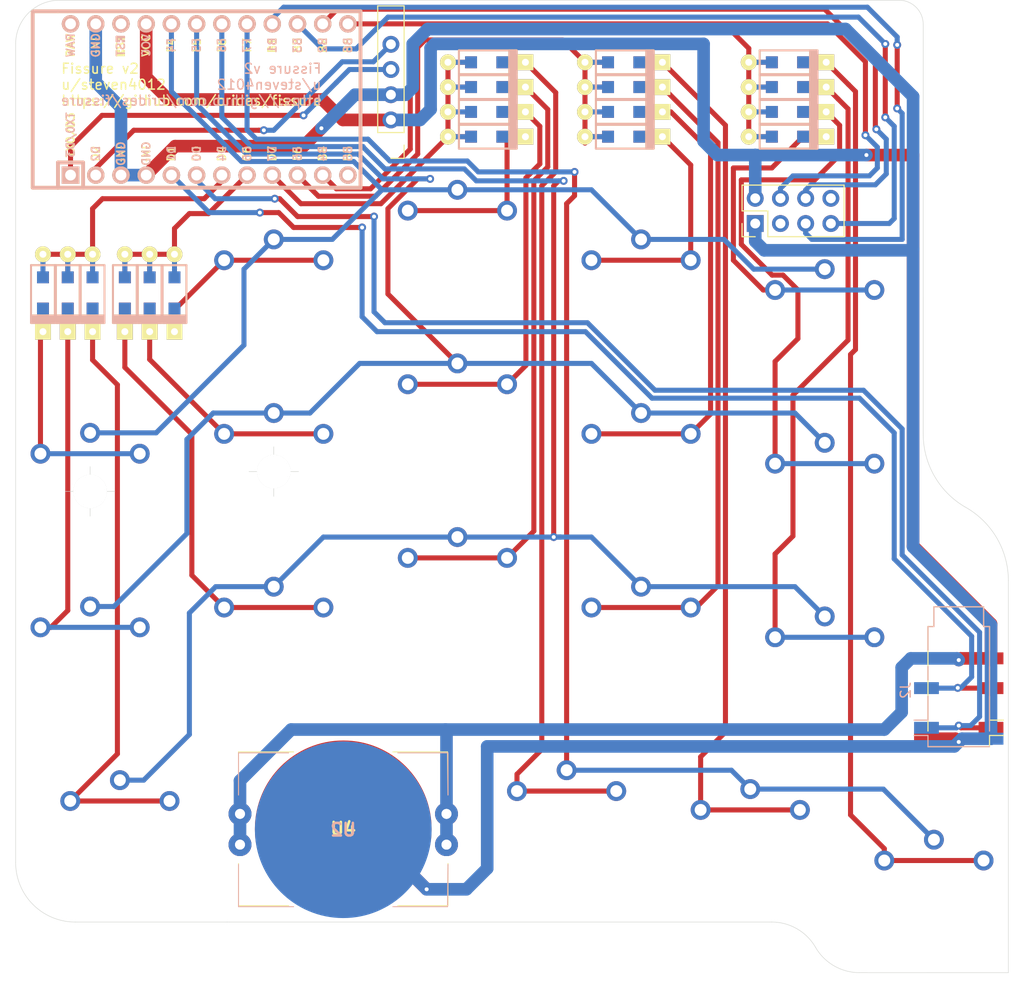
<source format=kicad_pcb>
(kicad_pcb (version 20171130) (host pcbnew 5.1.4-e60b266~84~ubuntu19.04.1)

  (general
    (thickness 1.6)
    (drawings 18)
    (tracks 408)
    (zones 0)
    (modules 43)
    (nets 38)
  )

  (page A4)
  (layers
    (0 F.Cu signal)
    (31 B.Cu signal)
    (32 B.Adhes user hide)
    (33 F.Adhes user hide)
    (34 B.Paste user hide)
    (35 F.Paste user hide)
    (36 B.SilkS user)
    (37 F.SilkS user)
    (38 B.Mask user)
    (39 F.Mask user)
    (40 Dwgs.User user hide)
    (41 Cmts.User user hide)
    (42 Eco1.User user hide)
    (43 Eco2.User user)
    (44 Edge.Cuts user)
    (45 Margin user hide)
    (46 B.CrtYd user hide)
    (47 F.CrtYd user hide)
    (48 B.Fab user hide)
    (49 F.Fab user hide)
  )

  (setup
    (last_trace_width 0.25)
    (user_trace_width 0.254)
    (user_trace_width 0.508)
    (user_trace_width 1.27)
    (trace_clearance 0.2)
    (zone_clearance 0.508)
    (zone_45_only no)
    (trace_min 0.2)
    (via_size 0.8)
    (via_drill 0.4)
    (via_min_size 0.4)
    (via_min_drill 0.3)
    (blind_buried_vias_allowed yes)
    (uvia_size 0.3)
    (uvia_drill 0.1)
    (uvias_allowed yes)
    (uvia_min_size 0.2)
    (uvia_min_drill 0.1)
    (edge_width 0.05)
    (segment_width 0.2)
    (pcb_text_width 0.3)
    (pcb_text_size 1.5 1.5)
    (mod_edge_width 0.12)
    (mod_text_size 1 1)
    (mod_text_width 0.15)
    (pad_size 1.524 1.524)
    (pad_drill 0.762)
    (pad_to_mask_clearance 0.051)
    (solder_mask_min_width 0.25)
    (aux_axis_origin 69.997 84.249)
    (grid_origin 69.997 84.249)
    (visible_elements FFFFFF7F)
    (pcbplotparams
      (layerselection 0x010f0_ffffffff)
      (usegerberextensions false)
      (usegerberattributes false)
      (usegerberadvancedattributes false)
      (creategerberjobfile false)
      (excludeedgelayer true)
      (linewidth 0.100000)
      (plotframeref false)
      (viasonmask false)
      (mode 1)
      (useauxorigin false)
      (hpglpennumber 1)
      (hpglpenspeed 20)
      (hpglpendiameter 15.000000)
      (psnegative false)
      (psa4output false)
      (plotreference true)
      (plotvalue true)
      (plotinvisibletext false)
      (padsonsilk false)
      (subtractmaskfromsilk false)
      (outputformat 1)
      (mirror false)
      (drillshape 0)
      (scaleselection 1)
      (outputdirectory "../Gerber/"))
  )

  (net 0 "")
  (net 1 "Net-(D1-Pad1)")
  (net 2 "Net-(D2-Pad1)")
  (net 3 "Net-(D3-Pad1)")
  (net 4 "Net-(D4-Pad1)")
  (net 5 "Net-(D5-Pad1)")
  (net 6 "Net-(D6-Pad1)")
  (net 7 "Net-(D7-Pad1)")
  (net 8 "Net-(D8-Pad1)")
  (net 9 "Net-(D9-Pad1)")
  (net 10 "Net-(D10-Pad1)")
  (net 11 "Net-(D11-Pad1)")
  (net 12 "Net-(D12-Pad1)")
  (net 13 "Net-(D13-Pad1)")
  (net 14 "Net-(D14-Pad1)")
  (net 15 "Net-(D15-Pad1)")
  (net 16 "Net-(D16-Pad1)")
  (net 17 "Net-(D17-Pad1)")
  (net 18 "Net-(D18-Pad1)")
  (net 19 RX)
  (net 20 TX)
  (net 21 GND)
  (net 22 VCC)
  (net 23 COL1)
  (net 24 COL2)
  (net 25 COL3)
  (net 26 COL4)
  (net 27 COL5)
  (net 28 ROW1)
  (net 29 ROW2)
  (net 30 ROW3)
  (net 31 ROW4)
  (net 32 MISO)
  (net 33 MOSI)
  (net 34 SCLK)
  (net 35 CS)
  (net 36 SCL)
  (net 37 SDA)

  (net_class Default "This is the default net class."
    (clearance 0.2)
    (trace_width 0.25)
    (via_dia 0.8)
    (via_drill 0.4)
    (uvia_dia 0.3)
    (uvia_drill 0.1)
    (add_net COL1)
    (add_net COL2)
    (add_net COL3)
    (add_net COL4)
    (add_net COL5)
    (add_net CS)
    (add_net GND)
    (add_net MISO)
    (add_net MOSI)
    (add_net "Net-(D1-Pad1)")
    (add_net "Net-(D10-Pad1)")
    (add_net "Net-(D11-Pad1)")
    (add_net "Net-(D12-Pad1)")
    (add_net "Net-(D13-Pad1)")
    (add_net "Net-(D14-Pad1)")
    (add_net "Net-(D15-Pad1)")
    (add_net "Net-(D16-Pad1)")
    (add_net "Net-(D17-Pad1)")
    (add_net "Net-(D18-Pad1)")
    (add_net "Net-(D2-Pad1)")
    (add_net "Net-(D3-Pad1)")
    (add_net "Net-(D4-Pad1)")
    (add_net "Net-(D5-Pad1)")
    (add_net "Net-(D6-Pad1)")
    (add_net "Net-(D7-Pad1)")
    (add_net "Net-(D8-Pad1)")
    (add_net "Net-(D9-Pad1)")
    (add_net ROW1)
    (add_net ROW2)
    (add_net ROW3)
    (add_net ROW4)
    (add_net RX)
    (add_net SCL)
    (add_net SCLK)
    (add_net SDA)
    (add_net TX)
    (add_net VCC)
  )

  (module misc:HC06 (layer F.Cu) (tedit 5DF307DE) (tstamp 5DF39CA4)
    (at 81.797 51.349 180)
    (descr "Through hole straight pin header, 1x06, 2.54mm pitch, single row")
    (tags "Through hole pin header THT 1x06 2.54mm single row")
    (path /5E469EEF)
    (fp_text reference BLUE1 (at 0 -2.33) (layer F.SilkS) hide
      (effects (font (size 1 1) (thickness 0.15)))
    )
    (fp_text value Conn_01x04 (at 0 15.03) (layer F.Fab)
      (effects (font (size 1 1) (thickness 0.15)))
    )
    (fp_text user %R (at 0 6.35 90) (layer F.Fab)
      (effects (font (size 1 1) (thickness 0.15)))
    )
    (fp_line (start 1.8 -1.8) (end -1.8 -1.8) (layer F.CrtYd) (width 0.05))
    (fp_line (start 1.8 14.5) (end 1.8 -1.8) (layer F.CrtYd) (width 0.05))
    (fp_line (start -1.8 14.5) (end 1.8 14.5) (layer F.CrtYd) (width 0.05))
    (fp_line (start -1.8 -1.8) (end -1.8 14.5) (layer F.CrtYd) (width 0.05))
    (fp_line (start -1.33 -1.33) (end 0 -1.33) (layer F.SilkS) (width 0.12))
    (fp_line (start -1.33 0) (end -1.33 -1.33) (layer F.SilkS) (width 0.12))
    (fp_line (start -1.33 1.27) (end 1.33 1.27) (layer F.SilkS) (width 0.12))
    (fp_line (start 1.33 1.27) (end 1.33 14.03) (layer F.SilkS) (width 0.12))
    (fp_line (start -1.33 1.27) (end -1.33 14.03) (layer F.SilkS) (width 0.12))
    (fp_line (start -1.33 14.03) (end 1.33 14.03) (layer F.SilkS) (width 0.12))
    (fp_line (start -1.27 -0.635) (end -0.635 -1.27) (layer F.Fab) (width 0.1))
    (fp_line (start -1.27 13.97) (end -1.27 -0.635) (layer F.Fab) (width 0.1))
    (fp_line (start 1.27 13.97) (end -1.27 13.97) (layer F.Fab) (width 0.1))
    (fp_line (start 1.27 -1.27) (end 1.27 13.97) (layer F.Fab) (width 0.1))
    (fp_line (start -0.635 -1.27) (end 1.27 -1.27) (layer F.Fab) (width 0.1))
    (pad 4 thru_hole oval (at 0 10.16 180) (size 1.7 1.7) (drill 1) (layers *.Cu *.Mask)
      (net 19 RX))
    (pad 3 thru_hole oval (at 0 7.62 180) (size 1.7 1.7) (drill 1) (layers *.Cu *.Mask)
      (net 20 TX))
    (pad 2 thru_hole oval (at 0 5.08 180) (size 1.7 1.7) (drill 1) (layers *.Cu *.Mask)
      (net 21 GND))
    (pad 1 thru_hole oval (at 0 2.54 180) (size 1.7 1.7) (drill 1) (layers *.Cu *.Mask)
      (net 22 VCC))
    (model ${KISYS3DMOD}/Connector_PinHeader_2.54mm.3dshapes/PinHeader_1x06_P2.54mm_Vertical.wrl
      (at (xyz 0 0 0))
      (scale (xyz 1 1 1))
      (rotate (xyz 0 0 0))
    )
  )

  (module Keebio-Parts:Kailh-PG1350-1u-reversible-No-Clickhole (layer F.Cu) (tedit 5DF21B92) (tstamp 5DF1F9D7)
    (at 125.497 69.749 180)
    (path /5D8C21F6)
    (fp_text reference K5 (at 0 -7.14375 180) (layer Dwgs.User)
      (effects (font (size 1.27 1.524) (thickness 0.2032)))
    )
    (fp_text value KEYSW (at 0 -5.08 180) (layer F.SilkS) hide
      (effects (font (size 1.27 1.524) (thickness 0.2032)))
    )
    (fp_line (start 7.5 -7.5) (end 7.5 7.5) (layer Eco2.User) (width 0.1524))
    (fp_line (start -7.5 -7.5) (end 7.5 -7.5) (layer Eco2.User) (width 0.1524))
    (fp_line (start -7.5 7.5) (end -7.5 -7.5) (layer Eco2.User) (width 0.1524))
    (fp_line (start 7.5 7.5) (end -7.5 7.5) (layer Eco2.User) (width 0.1524))
    (fp_line (start 9 -8.5) (end 9 8.5) (layer Dwgs.User) (width 0.1524))
    (fp_line (start -9 -8.5) (end 9 -8.5) (layer Dwgs.User) (width 0.1524))
    (fp_line (start -9 8.5) (end -9 -8.5) (layer Dwgs.User) (width 0.1524))
    (fp_line (start 9 8.5) (end -9 8.5) (layer Dwgs.User) (width 0.1524))
    (fp_line (start 6.9 -6.9) (end 6.9 6.9) (layer Cmts.User) (width 0.1524))
    (fp_line (start -6.9 -6.9) (end 6.9 -6.9) (layer Cmts.User) (width 0.1524))
    (fp_line (start -6.9 6.9) (end -6.9 -6.9) (layer Cmts.User) (width 0.1524))
    (fp_line (start 6.9 6.9) (end -6.9 6.9) (layer Cmts.User) (width 0.1524))
    (pad "" np_thru_hole circle (at 5.5 0) (size 1.7 1.7) (drill 1.7) (layers *.Cu *.Mask))
    (pad "" np_thru_hole circle (at -5.5 0) (size 1.7 1.7) (drill 1.7) (layers *.Cu *.Mask))
    (pad 2 thru_hole circle (at -5 3.8 221.9) (size 2 2) (drill 1.2) (layers *.Cu *.Mask)
      (net 5 "Net-(D5-Pad1)"))
    (pad 1 thru_hole circle (at 0 5.9) (size 2 2) (drill 1.2) (layers *.Cu *.Mask)
      (net 28 ROW1))
    (pad "" np_thru_hole circle (at 0 0) (size 3.4 3.4) (drill 3.4) (layers *.Cu *.Mask))
    (pad 2 thru_hole circle (at 5 3.8 221.9) (size 2 2) (drill 1.2) (layers *.Cu *.Mask)
      (net 5 "Net-(D5-Pad1)"))
    (model /Users/danny/Documents/proj/custom-keyboard/kicad-libs/3d_models/mx-switch.wrl
      (offset (xyz 7.4675998878479 7.4675998878479 5.943599910736085))
      (scale (xyz 0.4 0.4 0.4))
      (rotate (xyz 270 0 180))
    )
    (model /Users/danny/Documents/proj/custom-keyboard/kicad-libs/3d_models/SA-R3-1u.wrl
      (offset (xyz 0 0 11.93799982070923))
      (scale (xyz 0.394 0.394 0.394))
      (rotate (xyz 270 0 0))
    )
  )

  (module Keebio-Parts:ArduinoProMicro (layer F.Cu) (tedit 5B307E4C) (tstamp 5DF29A4D)
    (at 63.497 46.749)
    (path /5E332FC5)
    (fp_text reference U3 (at 0 1.625) (layer F.SilkS) hide
      (effects (font (size 1.27 1.524) (thickness 0.2032)))
    )
    (fp_text value ProMicro (at 0 0) (layer F.SilkS) hide
      (effects (font (size 1.27 1.524) (thickness 0.2032)))
    )
    (fp_line (start -15.24 6.35) (end -15.24 8.89) (layer F.SilkS) (width 0.381))
    (fp_line (start -15.24 6.35) (end -15.24 8.89) (layer B.SilkS) (width 0.381))
    (fp_line (start -19.304 -3.556) (end -14.224 -3.556) (layer Dwgs.User) (width 0.2))
    (fp_line (start -19.304 3.81) (end -19.304 -3.556) (layer Dwgs.User) (width 0.2))
    (fp_line (start -14.224 3.81) (end -19.304 3.81) (layer Dwgs.User) (width 0.2))
    (fp_line (start -14.224 -3.556) (end -14.224 3.81) (layer Dwgs.User) (width 0.2))
    (fp_line (start -17.78 8.89) (end -15.24 8.89) (layer F.SilkS) (width 0.381))
    (fp_line (start -17.78 -8.89) (end -17.78 8.89) (layer F.SilkS) (width 0.381))
    (fp_line (start -15.24 -8.89) (end -17.78 -8.89) (layer F.SilkS) (width 0.381))
    (fp_line (start -17.78 -8.89) (end -17.78 8.89) (layer B.SilkS) (width 0.381))
    (fp_line (start -17.78 8.89) (end 15.24 8.89) (layer B.SilkS) (width 0.381))
    (fp_line (start 15.24 8.89) (end 15.24 -8.89) (layer B.SilkS) (width 0.381))
    (fp_line (start 15.24 -8.89) (end -17.78 -8.89) (layer B.SilkS) (width 0.381))
    (fp_poly (pts (xy -9.35097 -5.844635) (xy -9.25097 -5.844635) (xy -9.25097 -6.344635) (xy -9.35097 -6.344635)) (layer B.SilkS) (width 0.15))
    (fp_poly (pts (xy -9.35097 -5.844635) (xy -9.05097 -5.844635) (xy -9.05097 -5.944635) (xy -9.35097 -5.944635)) (layer B.SilkS) (width 0.15))
    (fp_poly (pts (xy -8.75097 -5.844635) (xy -8.55097 -5.844635) (xy -8.55097 -5.944635) (xy -8.75097 -5.944635)) (layer B.SilkS) (width 0.15))
    (fp_poly (pts (xy -9.35097 -6.244635) (xy -8.55097 -6.244635) (xy -8.55097 -6.344635) (xy -9.35097 -6.344635)) (layer B.SilkS) (width 0.15))
    (fp_poly (pts (xy -8.95097 -6.044635) (xy -8.85097 -6.044635) (xy -8.85097 -6.144635) (xy -8.95097 -6.144635)) (layer B.SilkS) (width 0.15))
    (fp_text user ST (at -8.91 -5.04 90) (layer B.SilkS)
      (effects (font (size 0.8 0.8) (thickness 0.15)) (justify mirror))
    )
    (fp_poly (pts (xy -8.76064 -4.931568) (xy -8.56064 -4.931568) (xy -8.56064 -4.831568) (xy -8.76064 -4.831568)) (layer F.SilkS) (width 0.15))
    (fp_poly (pts (xy -9.36064 -4.531568) (xy -8.56064 -4.531568) (xy -8.56064 -4.431568) (xy -9.36064 -4.431568)) (layer F.SilkS) (width 0.15))
    (fp_poly (pts (xy -9.36064 -4.931568) (xy -9.26064 -4.931568) (xy -9.26064 -4.431568) (xy -9.36064 -4.431568)) (layer F.SilkS) (width 0.15))
    (fp_poly (pts (xy -8.96064 -4.731568) (xy -8.86064 -4.731568) (xy -8.86064 -4.631568) (xy -8.96064 -4.631568)) (layer F.SilkS) (width 0.15))
    (fp_poly (pts (xy -9.36064 -4.931568) (xy -9.06064 -4.931568) (xy -9.06064 -4.831568) (xy -9.36064 -4.831568)) (layer F.SilkS) (width 0.15))
    (fp_line (start -12.7 6.35) (end -12.7 8.89) (layer F.SilkS) (width 0.381))
    (fp_line (start -15.24 6.35) (end -12.7 6.35) (layer F.SilkS) (width 0.381))
    (fp_line (start 15.24 -8.89) (end -15.24 -8.89) (layer F.SilkS) (width 0.381))
    (fp_line (start 15.24 8.89) (end 15.24 -8.89) (layer F.SilkS) (width 0.381))
    (fp_line (start -15.24 8.89) (end 15.24 8.89) (layer F.SilkS) (width 0.381))
    (fp_text user TX0/D3 (at -13.97 3.571872 90) (layer F.SilkS)
      (effects (font (size 0.8 0.8) (thickness 0.15)))
    )
    (fp_text user TX0/D3 (at -13.97 3.571872 90) (layer B.SilkS)
      (effects (font (size 0.8 0.8) (thickness 0.15)) (justify mirror))
    )
    (fp_text user D2 (at -11.43 5.461 90) (layer F.SilkS)
      (effects (font (size 0.8 0.8) (thickness 0.15)))
    )
    (fp_text user D0 (at -1.27 5.461 90) (layer F.SilkS)
      (effects (font (size 0.8 0.8) (thickness 0.15)))
    )
    (fp_text user D1 (at -3.81 5.461 90) (layer F.SilkS)
      (effects (font (size 0.8 0.8) (thickness 0.15)))
    )
    (fp_text user GND (at -6.35 5.461 90) (layer F.SilkS)
      (effects (font (size 0.8 0.8) (thickness 0.15)))
    )
    (fp_text user GND (at -8.89 5.461 90) (layer F.SilkS)
      (effects (font (size 0.8 0.8) (thickness 0.15)))
    )
    (fp_text user D4 (at 1.27 5.461 90) (layer F.SilkS)
      (effects (font (size 0.8 0.8) (thickness 0.15)))
    )
    (fp_text user C6 (at 3.81 5.461 90) (layer F.SilkS)
      (effects (font (size 0.8 0.8) (thickness 0.15)))
    )
    (fp_text user D7 (at 6.35 5.461 90) (layer F.SilkS)
      (effects (font (size 0.8 0.8) (thickness 0.15)))
    )
    (fp_text user E6 (at 8.89 5.461 90) (layer F.SilkS)
      (effects (font (size 0.8 0.8) (thickness 0.15)))
    )
    (fp_text user B4 (at 11.43 5.461 90) (layer F.SilkS)
      (effects (font (size 0.8 0.8) (thickness 0.15)))
    )
    (fp_text user B5 (at 13.97 5.461 90) (layer F.SilkS)
      (effects (font (size 0.8 0.8) (thickness 0.15)))
    )
    (fp_text user B6 (at 13.97 -5.461 90) (layer F.SilkS)
      (effects (font (size 0.8 0.8) (thickness 0.15)))
    )
    (fp_text user B2 (at 11.43 -5.461 90) (layer B.SilkS)
      (effects (font (size 0.8 0.8) (thickness 0.15)) (justify mirror))
    )
    (fp_text user B3 (at 8.89 -5.461 90) (layer F.SilkS)
      (effects (font (size 0.8 0.8) (thickness 0.15)))
    )
    (fp_text user B1 (at 6.35 -5.461 90) (layer F.SilkS)
      (effects (font (size 0.8 0.8) (thickness 0.15)))
    )
    (fp_text user F7 (at 3.81 -5.461 90) (layer B.SilkS)
      (effects (font (size 0.8 0.8) (thickness 0.15)) (justify mirror))
    )
    (fp_text user F6 (at 1.27 -5.461 90) (layer B.SilkS)
      (effects (font (size 0.8 0.8) (thickness 0.15)) (justify mirror))
    )
    (fp_text user F5 (at -1.27 -5.461 90) (layer B.SilkS)
      (effects (font (size 0.8 0.8) (thickness 0.15)) (justify mirror))
    )
    (fp_text user F4 (at -3.81 -5.461 90) (layer F.SilkS)
      (effects (font (size 0.8 0.8) (thickness 0.15)))
    )
    (fp_text user VCC (at -6.35 -5.461 90) (layer F.SilkS)
      (effects (font (size 0.8 0.8) (thickness 0.15)))
    )
    (fp_text user ST (at -8.92 -5.73312 90) (layer F.SilkS)
      (effects (font (size 0.8 0.8) (thickness 0.15)))
    )
    (fp_text user GND (at -11.43 -5.461 90) (layer F.SilkS)
      (effects (font (size 0.8 0.8) (thickness 0.15)))
    )
    (fp_text user RAW (at -13.97 -5.461 90) (layer F.SilkS)
      (effects (font (size 0.8 0.8) (thickness 0.15)))
    )
    (fp_text user RAW (at -13.97 -5.461 90) (layer B.SilkS)
      (effects (font (size 0.8 0.8) (thickness 0.15)) (justify mirror))
    )
    (fp_text user GND (at -11.43 -5.461 90) (layer B.SilkS)
      (effects (font (size 0.8 0.8) (thickness 0.15)) (justify mirror))
    )
    (fp_text user VCC (at -6.35 -5.461 90) (layer B.SilkS)
      (effects (font (size 0.8 0.8) (thickness 0.15)) (justify mirror))
    )
    (fp_text user F4 (at -3.81 -5.461 90) (layer B.SilkS)
      (effects (font (size 0.8 0.8) (thickness 0.15)) (justify mirror))
    )
    (fp_text user F5 (at -1.27 -5.461 90) (layer F.SilkS)
      (effects (font (size 0.8 0.8) (thickness 0.15)))
    )
    (fp_text user F6 (at 1.27 -5.461 90) (layer F.SilkS)
      (effects (font (size 0.8 0.8) (thickness 0.15)))
    )
    (fp_text user F7 (at 3.81 -5.461 90) (layer F.SilkS)
      (effects (font (size 0.8 0.8) (thickness 0.15)))
    )
    (fp_text user B1 (at 6.35 -5.461 90) (layer B.SilkS)
      (effects (font (size 0.8 0.8) (thickness 0.15)) (justify mirror))
    )
    (fp_text user B3 (at 8.89 -5.461 90) (layer B.SilkS)
      (effects (font (size 0.8 0.8) (thickness 0.15)) (justify mirror))
    )
    (fp_text user B2 (at 11.43 -5.461 90) (layer F.SilkS)
      (effects (font (size 0.8 0.8) (thickness 0.15)))
    )
    (fp_text user B6 (at 13.97 -5.461 90) (layer B.SilkS)
      (effects (font (size 0.8 0.8) (thickness 0.15)) (justify mirror))
    )
    (fp_text user B5 (at 13.97 5.461 90) (layer B.SilkS)
      (effects (font (size 0.8 0.8) (thickness 0.15)) (justify mirror))
    )
    (fp_text user B4 (at 11.43 5.461 90) (layer B.SilkS)
      (effects (font (size 0.8 0.8) (thickness 0.15)) (justify mirror))
    )
    (fp_text user E6 (at 8.89 5.461 90) (layer B.SilkS)
      (effects (font (size 0.8 0.8) (thickness 0.15)) (justify mirror))
    )
    (fp_text user D7 (at 6.35 5.461 90) (layer B.SilkS)
      (effects (font (size 0.8 0.8) (thickness 0.15)) (justify mirror))
    )
    (fp_text user C6 (at 3.81 5.461 90) (layer B.SilkS)
      (effects (font (size 0.8 0.8) (thickness 0.15)) (justify mirror))
    )
    (fp_text user D4 (at 1.27 5.461 90) (layer B.SilkS)
      (effects (font (size 0.8 0.8) (thickness 0.15)) (justify mirror))
    )
    (fp_text user GND (at -8.89 5.461 90) (layer B.SilkS)
      (effects (font (size 0.8 0.8) (thickness 0.15)) (justify mirror))
    )
    (fp_text user GND (at -6.35 5.461 90) (layer B.SilkS)
      (effects (font (size 0.8 0.8) (thickness 0.15)) (justify mirror))
    )
    (fp_text user D1 (at -3.81 5.461 90) (layer B.SilkS)
      (effects (font (size 0.8 0.8) (thickness 0.15)) (justify mirror))
    )
    (fp_text user D0 (at -1.27 5.461 90) (layer B.SilkS)
      (effects (font (size 0.8 0.8) (thickness 0.15)) (justify mirror))
    )
    (fp_text user D2 (at -11.43 5.461 90) (layer B.SilkS)
      (effects (font (size 0.8 0.8) (thickness 0.15)) (justify mirror))
    )
    (fp_line (start -15.24 6.35) (end -12.7 6.35) (layer B.SilkS) (width 0.381))
    (fp_line (start -12.7 6.35) (end -12.7 8.89) (layer B.SilkS) (width 0.381))
    (pad 24 thru_hole circle (at -13.97 -7.62) (size 1.7526 1.7526) (drill 1.0922) (layers *.Cu *.SilkS *.Mask))
    (pad 12 thru_hole circle (at 13.97 7.62) (size 1.7526 1.7526) (drill 1.0922) (layers *.Cu *.SilkS *.Mask))
    (pad 23 thru_hole circle (at -11.43 -7.62) (size 1.7526 1.7526) (drill 1.0922) (layers *.Cu *.SilkS *.Mask)
      (net 21 GND))
    (pad 22 thru_hole circle (at -8.89 -7.62) (size 1.7526 1.7526) (drill 1.0922) (layers *.Cu *.SilkS *.Mask))
    (pad 21 thru_hole circle (at -6.35 -7.62) (size 1.7526 1.7526) (drill 1.0922) (layers *.Cu *.SilkS *.Mask)
      (net 22 VCC))
    (pad 20 thru_hole circle (at -3.81 -7.62) (size 1.7526 1.7526) (drill 1.0922) (layers *.Cu *.SilkS *.Mask)
      (net 28 ROW1))
    (pad 19 thru_hole circle (at -1.27 -7.62) (size 1.7526 1.7526) (drill 1.0922) (layers *.Cu *.SilkS *.Mask)
      (net 29 ROW2))
    (pad 18 thru_hole circle (at 1.27 -7.62) (size 1.7526 1.7526) (drill 1.0922) (layers *.Cu *.SilkS *.Mask)
      (net 30 ROW3))
    (pad 17 thru_hole circle (at 3.81 -7.62) (size 1.7526 1.7526) (drill 1.0922) (layers *.Cu *.SilkS *.Mask)
      (net 31 ROW4))
    (pad 16 thru_hole circle (at 6.35 -7.62) (size 1.7526 1.7526) (drill 1.0922) (layers *.Cu *.SilkS *.Mask)
      (net 34 SCLK))
    (pad 15 thru_hole circle (at 8.89 -7.62) (size 1.7526 1.7526) (drill 1.0922) (layers *.Cu *.SilkS *.Mask)
      (net 32 MISO))
    (pad 14 thru_hole circle (at 11.43 -7.62) (size 1.7526 1.7526) (drill 1.0922) (layers *.Cu *.SilkS *.Mask)
      (net 33 MOSI))
    (pad 13 thru_hole circle (at 13.97 -7.62) (size 1.7526 1.7526) (drill 1.0922) (layers *.Cu *.SilkS *.Mask)
      (net 35 CS))
    (pad 11 thru_hole circle (at 11.43 7.62) (size 1.7526 1.7526) (drill 1.0922) (layers *.Cu *.SilkS *.Mask)
      (net 27 COL5))
    (pad 10 thru_hole circle (at 8.89 7.62) (size 1.7526 1.7526) (drill 1.0922) (layers *.Cu *.SilkS *.Mask)
      (net 26 COL4))
    (pad 9 thru_hole circle (at 6.35 7.62) (size 1.7526 1.7526) (drill 1.0922) (layers *.Cu *.SilkS *.Mask)
      (net 25 COL3))
    (pad 8 thru_hole circle (at 3.81 7.62) (size 1.7526 1.7526) (drill 1.0922) (layers *.Cu *.SilkS *.Mask)
      (net 24 COL2))
    (pad 7 thru_hole circle (at 1.27 7.62) (size 1.7526 1.7526) (drill 1.0922) (layers *.Cu *.SilkS *.Mask)
      (net 23 COL1))
    (pad 6 thru_hole circle (at -1.27 7.62) (size 1.7526 1.7526) (drill 1.0922) (layers *.Cu *.SilkS *.Mask)
      (net 36 SCL))
    (pad 5 thru_hole circle (at -3.81 7.62) (size 1.7526 1.7526) (drill 1.0922) (layers *.Cu *.SilkS *.Mask)
      (net 37 SDA))
    (pad 4 thru_hole circle (at -6.35 7.62) (size 1.7526 1.7526) (drill 1.0922) (layers *.Cu *.SilkS *.Mask)
      (net 21 GND))
    (pad 3 thru_hole circle (at -8.89 7.62) (size 1.7526 1.7526) (drill 1.0922) (layers *.Cu *.SilkS *.Mask)
      (net 21 GND))
    (pad 2 thru_hole circle (at -11.43 7.62) (size 1.7526 1.7526) (drill 1.0922) (layers *.Cu *.SilkS *.Mask)
      (net 19 RX))
    (pad 1 thru_hole rect (at -13.97 7.62) (size 1.7526 1.7526) (drill 1.0922) (layers *.Cu *.SilkS *.Mask)
      (net 20 TX))
    (model /Users/danny/Documents/proj/custom-keyboard/kicad-libs/3d_models/ArduinoProMicro.wrl
      (offset (xyz -13.96999979019165 -7.619999885559082 -5.841999912261963))
      (scale (xyz 0.395 0.395 0.395))
      (rotate (xyz 90 180 180))
    )
  )

  (module canadian_footprints:D_SOD123_axial-dual (layer F.Cu) (tedit 588E66D6) (tstamp 5DF1F826)
    (at 46.747 66.249 90)
    (path /5D8E5D9F)
    (attr smd)
    (fp_text reference D1 (at 0 1.925 90) (layer F.SilkS) hide
      (effects (font (size 0.8 0.8) (thickness 0.15)))
    )
    (fp_text value DIODE (at 0 -1.925 90) (layer F.SilkS) hide
      (effects (font (size 0.8 0.8) (thickness 0.15)))
    )
    (fp_line (start 2.8 1.2) (end -3 1.2) (layer F.SilkS) (width 0.2))
    (fp_line (start 2.8 -1.2) (end 2.8 1.2) (layer F.SilkS) (width 0.2))
    (fp_line (start -3 -1.2) (end 2.8 -1.2) (layer F.SilkS) (width 0.2))
    (fp_line (start -2.925 -1.2) (end -2.925 1.2) (layer F.SilkS) (width 0.2))
    (fp_line (start -2.8 -1.2) (end -2.8 1.2) (layer F.SilkS) (width 0.2))
    (fp_line (start -3.025 1.2) (end -3.025 -1.2) (layer F.SilkS) (width 0.2))
    (fp_line (start -2.625 -1.2) (end -2.625 1.2) (layer F.SilkS) (width 0.2))
    (fp_line (start -2.45 -1.2) (end -2.45 1.2) (layer F.SilkS) (width 0.2))
    (fp_line (start -2.275 -1.2) (end -2.275 1.2) (layer F.SilkS) (width 0.2))
    (fp_line (start -2.275 -1.2) (end -2.275 1.2) (layer B.SilkS) (width 0.2))
    (fp_line (start -2.45 -1.2) (end -2.45 1.2) (layer B.SilkS) (width 0.2))
    (fp_line (start -2.625 -1.2) (end -2.625 1.2) (layer B.SilkS) (width 0.2))
    (fp_line (start -3.025 1.2) (end -3.025 -1.2) (layer B.SilkS) (width 0.2))
    (fp_line (start -2.8 -1.2) (end -2.8 1.2) (layer B.SilkS) (width 0.2))
    (fp_line (start -2.925 -1.2) (end -2.925 1.2) (layer B.SilkS) (width 0.2))
    (fp_line (start -3 -1.2) (end 2.8 -1.2) (layer B.SilkS) (width 0.2))
    (fp_line (start 2.8 -1.2) (end 2.8 1.2) (layer B.SilkS) (width 0.2))
    (fp_line (start 2.8 1.2) (end -3 1.2) (layer B.SilkS) (width 0.2))
    (pad 2 smd rect (at 2.7 0 90) (size 2.5 0.5) (layers F.Cu)
      (net 23 COL1) (solder_mask_margin -999))
    (pad 1 smd rect (at -2.7 0 90) (size 2.5 0.5) (layers F.Cu)
      (net 1 "Net-(D1-Pad1)") (solder_mask_margin -999))
    (pad 2 thru_hole circle (at 3.9 0 90) (size 1.6 1.6) (drill 0.7) (layers *.Cu *.Mask F.SilkS)
      (net 23 COL1))
    (pad 1 thru_hole rect (at -3.9 0 90) (size 1.6 1.6) (drill 0.7) (layers *.Cu *.Mask F.SilkS)
      (net 1 "Net-(D1-Pad1)"))
    (pad 1 smd rect (at -1.575 0 90) (size 1.2 1.2) (layers F.Cu F.Paste F.Mask)
      (net 1 "Net-(D1-Pad1)"))
    (pad 2 smd rect (at 1.575 0 90) (size 1.2 1.2) (layers F.Cu F.Paste F.Mask)
      (net 23 COL1))
    (pad 2 smd rect (at 2.7 0 90) (size 2.5 0.5) (layers B.Cu)
      (net 23 COL1) (solder_mask_margin -999))
    (pad 2 smd rect (at 1.575 0 90) (size 1.2 1.2) (layers B.Cu B.Paste B.Mask)
      (net 23 COL1))
    (pad 1 smd rect (at -1.575 0 90) (size 1.2 1.2) (layers B.Cu B.Paste B.Mask)
      (net 1 "Net-(D1-Pad1)"))
    (pad 1 smd rect (at -2.7 0 90) (size 2.5 0.5) (layers B.Cu)
      (net 1 "Net-(D1-Pad1)") (solder_mask_margin -999))
  )

  (module Keebio-Parts:Kailh-PG1350-1u-reversible-No-Clickhole (layer F.Cu) (tedit 5DF21B92) (tstamp 5DF1F9ED)
    (at 51.497 103.749 180)
    (path /5D8EAC8E)
    (fp_text reference K6 (at 0 -7.14375 180) (layer Dwgs.User)
      (effects (font (size 1.27 1.524) (thickness 0.2032)))
    )
    (fp_text value KEYSW (at 0 -5.08 180) (layer F.SilkS) hide
      (effects (font (size 1.27 1.524) (thickness 0.2032)))
    )
    (fp_line (start 7.5 -7.5) (end 7.5 7.5) (layer Eco2.User) (width 0.1524))
    (fp_line (start -7.5 -7.5) (end 7.5 -7.5) (layer Eco2.User) (width 0.1524))
    (fp_line (start -7.5 7.5) (end -7.5 -7.5) (layer Eco2.User) (width 0.1524))
    (fp_line (start 7.5 7.5) (end -7.5 7.5) (layer Eco2.User) (width 0.1524))
    (fp_line (start 9 -8.5) (end 9 8.5) (layer Dwgs.User) (width 0.1524))
    (fp_line (start -9 -8.5) (end 9 -8.5) (layer Dwgs.User) (width 0.1524))
    (fp_line (start -9 8.5) (end -9 -8.5) (layer Dwgs.User) (width 0.1524))
    (fp_line (start 9 8.5) (end -9 8.5) (layer Dwgs.User) (width 0.1524))
    (fp_line (start 6.9 -6.9) (end 6.9 6.9) (layer Cmts.User) (width 0.1524))
    (fp_line (start -6.9 -6.9) (end 6.9 -6.9) (layer Cmts.User) (width 0.1524))
    (fp_line (start -6.9 6.9) (end -6.9 -6.9) (layer Cmts.User) (width 0.1524))
    (fp_line (start 6.9 6.9) (end -6.9 6.9) (layer Cmts.User) (width 0.1524))
    (pad "" np_thru_hole circle (at 5.5 0) (size 1.7 1.7) (drill 1.7) (layers *.Cu *.Mask))
    (pad "" np_thru_hole circle (at -5.5 0) (size 1.7 1.7) (drill 1.7) (layers *.Cu *.Mask))
    (pad 2 thru_hole circle (at -5 3.8 221.9) (size 2 2) (drill 1.2) (layers *.Cu *.Mask)
      (net 6 "Net-(D6-Pad1)"))
    (pad 1 thru_hole circle (at 0 5.9) (size 2 2) (drill 1.2) (layers *.Cu *.Mask)
      (net 29 ROW2))
    (pad "" np_thru_hole circle (at 0 0) (size 3.4 3.4) (drill 3.4) (layers *.Cu *.Mask))
    (pad 2 thru_hole circle (at 5 3.8 221.9) (size 2 2) (drill 1.2) (layers *.Cu *.Mask)
      (net 6 "Net-(D6-Pad1)"))
    (model /Users/danny/Documents/proj/custom-keyboard/kicad-libs/3d_models/mx-switch.wrl
      (offset (xyz 7.4675998878479 7.4675998878479 5.943599910736085))
      (scale (xyz 0.4 0.4 0.4))
      (rotate (xyz 270 0 180))
    )
    (model /Users/danny/Documents/proj/custom-keyboard/kicad-libs/3d_models/SA-R3-1u.wrl
      (offset (xyz 0 0 11.93799982070923))
      (scale (xyz 0.394 0.394 0.394))
      (rotate (xyz 270 0 0))
    )
  )

  (module Keebio-Parts:Kailh-PG1350-1u-reversible-No-Clickhole (layer F.Cu) (tedit 5DF21B92) (tstamp 5DF1F9C1)
    (at 106.997 66.749 180)
    (path /5D8E4DAE)
    (fp_text reference K4 (at 0 -7.14375 180) (layer Dwgs.User)
      (effects (font (size 1.27 1.524) (thickness 0.2032)))
    )
    (fp_text value KEYSW (at 0 -5.08 180) (layer F.SilkS) hide
      (effects (font (size 1.27 1.524) (thickness 0.2032)))
    )
    (fp_line (start 7.5 -7.5) (end 7.5 7.5) (layer Eco2.User) (width 0.1524))
    (fp_line (start -7.5 -7.5) (end 7.5 -7.5) (layer Eco2.User) (width 0.1524))
    (fp_line (start -7.5 7.5) (end -7.5 -7.5) (layer Eco2.User) (width 0.1524))
    (fp_line (start 7.5 7.5) (end -7.5 7.5) (layer Eco2.User) (width 0.1524))
    (fp_line (start 9 -8.5) (end 9 8.5) (layer Dwgs.User) (width 0.1524))
    (fp_line (start -9 -8.5) (end 9 -8.5) (layer Dwgs.User) (width 0.1524))
    (fp_line (start -9 8.5) (end -9 -8.5) (layer Dwgs.User) (width 0.1524))
    (fp_line (start 9 8.5) (end -9 8.5) (layer Dwgs.User) (width 0.1524))
    (fp_line (start 6.9 -6.9) (end 6.9 6.9) (layer Cmts.User) (width 0.1524))
    (fp_line (start -6.9 -6.9) (end 6.9 -6.9) (layer Cmts.User) (width 0.1524))
    (fp_line (start -6.9 6.9) (end -6.9 -6.9) (layer Cmts.User) (width 0.1524))
    (fp_line (start 6.9 6.9) (end -6.9 6.9) (layer Cmts.User) (width 0.1524))
    (pad "" np_thru_hole circle (at 5.5 0) (size 1.7 1.7) (drill 1.7) (layers *.Cu *.Mask))
    (pad "" np_thru_hole circle (at -5.5 0) (size 1.7 1.7) (drill 1.7) (layers *.Cu *.Mask))
    (pad 2 thru_hole circle (at -5 3.8 221.9) (size 2 2) (drill 1.2) (layers *.Cu *.Mask)
      (net 4 "Net-(D4-Pad1)"))
    (pad 1 thru_hole circle (at 0 5.9) (size 2 2) (drill 1.2) (layers *.Cu *.Mask)
      (net 28 ROW1))
    (pad "" np_thru_hole circle (at 0 0) (size 3.4 3.4) (drill 3.4) (layers *.Cu *.Mask))
    (pad 2 thru_hole circle (at 5 3.8 221.9) (size 2 2) (drill 1.2) (layers *.Cu *.Mask)
      (net 4 "Net-(D4-Pad1)"))
    (model /Users/danny/Documents/proj/custom-keyboard/kicad-libs/3d_models/mx-switch.wrl
      (offset (xyz 7.4675998878479 7.4675998878479 5.943599910736085))
      (scale (xyz 0.4 0.4 0.4))
      (rotate (xyz 270 0 180))
    )
    (model /Users/danny/Documents/proj/custom-keyboard/kicad-libs/3d_models/SA-R3-1u.wrl
      (offset (xyz 0 0 11.93799982070923))
      (scale (xyz 0.394 0.394 0.394))
      (rotate (xyz 270 0 0))
    )
  )

  (module Keebio-Parts:Kailh-PG1350-1u-reversible-No-Clickhole (layer F.Cu) (tedit 5DF21B92) (tstamp 5DF1F995)
    (at 69.997 66.749 180)
    (path /5D8E570E)
    (fp_text reference K2 (at 0 -7.14375 180) (layer Dwgs.User)
      (effects (font (size 1.27 1.524) (thickness 0.2032)))
    )
    (fp_text value KEYSW (at 0 -5.08 180) (layer F.SilkS) hide
      (effects (font (size 1.27 1.524) (thickness 0.2032)))
    )
    (fp_line (start 7.5 -7.5) (end 7.5 7.5) (layer Eco2.User) (width 0.1524))
    (fp_line (start -7.5 -7.5) (end 7.5 -7.5) (layer Eco2.User) (width 0.1524))
    (fp_line (start -7.5 7.5) (end -7.5 -7.5) (layer Eco2.User) (width 0.1524))
    (fp_line (start 7.5 7.5) (end -7.5 7.5) (layer Eco2.User) (width 0.1524))
    (fp_line (start 9 -8.5) (end 9 8.5) (layer Dwgs.User) (width 0.1524))
    (fp_line (start -9 -8.5) (end 9 -8.5) (layer Dwgs.User) (width 0.1524))
    (fp_line (start -9 8.5) (end -9 -8.5) (layer Dwgs.User) (width 0.1524))
    (fp_line (start 9 8.5) (end -9 8.5) (layer Dwgs.User) (width 0.1524))
    (fp_line (start 6.9 -6.9) (end 6.9 6.9) (layer Cmts.User) (width 0.1524))
    (fp_line (start -6.9 -6.9) (end 6.9 -6.9) (layer Cmts.User) (width 0.1524))
    (fp_line (start -6.9 6.9) (end -6.9 -6.9) (layer Cmts.User) (width 0.1524))
    (fp_line (start 6.9 6.9) (end -6.9 6.9) (layer Cmts.User) (width 0.1524))
    (pad "" np_thru_hole circle (at 5.5 0) (size 1.7 1.7) (drill 1.7) (layers *.Cu *.Mask))
    (pad "" np_thru_hole circle (at -5.5 0) (size 1.7 1.7) (drill 1.7) (layers *.Cu *.Mask))
    (pad 2 thru_hole circle (at -5 3.8 221.9) (size 2 2) (drill 1.2) (layers *.Cu *.Mask)
      (net 2 "Net-(D2-Pad1)"))
    (pad 1 thru_hole circle (at 0 5.9) (size 2 2) (drill 1.2) (layers *.Cu *.Mask)
      (net 28 ROW1))
    (pad "" np_thru_hole circle (at 0 0) (size 3.4 3.4) (drill 3.4) (layers *.Cu *.Mask))
    (pad 2 thru_hole circle (at 5 3.8 221.9) (size 2 2) (drill 1.2) (layers *.Cu *.Mask)
      (net 2 "Net-(D2-Pad1)"))
    (model /Users/danny/Documents/proj/custom-keyboard/kicad-libs/3d_models/mx-switch.wrl
      (offset (xyz 7.4675998878479 7.4675998878479 5.943599910736085))
      (scale (xyz 0.4 0.4 0.4))
      (rotate (xyz 270 0 180))
    )
    (model /Users/danny/Documents/proj/custom-keyboard/kicad-libs/3d_models/SA-R3-1u.wrl
      (offset (xyz 0 0 11.93799982070923))
      (scale (xyz 0.394 0.394 0.394))
      (rotate (xyz 270 0 0))
    )
  )

  (module Keebio-Parts:Kailh-PG1350-1u-reversible-No-Clickhole (layer F.Cu) (tedit 5DF21B92) (tstamp 5DF1FA19)
    (at 88.497 79.249 180)
    (path /5D8EAC70)
    (fp_text reference K8 (at 0 -7.14375 180) (layer Dwgs.User)
      (effects (font (size 1.27 1.524) (thickness 0.2032)))
    )
    (fp_text value KEYSW (at 0 -5.08 180) (layer F.SilkS) hide
      (effects (font (size 1.27 1.524) (thickness 0.2032)))
    )
    (fp_line (start 7.5 -7.5) (end 7.5 7.5) (layer Eco2.User) (width 0.1524))
    (fp_line (start -7.5 -7.5) (end 7.5 -7.5) (layer Eco2.User) (width 0.1524))
    (fp_line (start -7.5 7.5) (end -7.5 -7.5) (layer Eco2.User) (width 0.1524))
    (fp_line (start 7.5 7.5) (end -7.5 7.5) (layer Eco2.User) (width 0.1524))
    (fp_line (start 9 -8.5) (end 9 8.5) (layer Dwgs.User) (width 0.1524))
    (fp_line (start -9 -8.5) (end 9 -8.5) (layer Dwgs.User) (width 0.1524))
    (fp_line (start -9 8.5) (end -9 -8.5) (layer Dwgs.User) (width 0.1524))
    (fp_line (start 9 8.5) (end -9 8.5) (layer Dwgs.User) (width 0.1524))
    (fp_line (start 6.9 -6.9) (end 6.9 6.9) (layer Cmts.User) (width 0.1524))
    (fp_line (start -6.9 -6.9) (end 6.9 -6.9) (layer Cmts.User) (width 0.1524))
    (fp_line (start -6.9 6.9) (end -6.9 -6.9) (layer Cmts.User) (width 0.1524))
    (fp_line (start 6.9 6.9) (end -6.9 6.9) (layer Cmts.User) (width 0.1524))
    (pad "" np_thru_hole circle (at 5.5 0) (size 1.7 1.7) (drill 1.7) (layers *.Cu *.Mask))
    (pad "" np_thru_hole circle (at -5.5 0) (size 1.7 1.7) (drill 1.7) (layers *.Cu *.Mask))
    (pad 2 thru_hole circle (at -5 3.8 221.9) (size 2 2) (drill 1.2) (layers *.Cu *.Mask)
      (net 8 "Net-(D8-Pad1)"))
    (pad 1 thru_hole circle (at 0 5.9) (size 2 2) (drill 1.2) (layers *.Cu *.Mask)
      (net 29 ROW2))
    (pad "" np_thru_hole circle (at 0 0) (size 3.4 3.4) (drill 3.4) (layers *.Cu *.Mask))
    (pad 2 thru_hole circle (at 5 3.8 221.9) (size 2 2) (drill 1.2) (layers *.Cu *.Mask)
      (net 8 "Net-(D8-Pad1)"))
    (model /Users/danny/Documents/proj/custom-keyboard/kicad-libs/3d_models/mx-switch.wrl
      (offset (xyz 7.4675998878479 7.4675998878479 5.943599910736085))
      (scale (xyz 0.4 0.4 0.4))
      (rotate (xyz 270 0 180))
    )
    (model /Users/danny/Documents/proj/custom-keyboard/kicad-libs/3d_models/SA-R3-1u.wrl
      (offset (xyz 0 0 11.93799982070923))
      (scale (xyz 0.394 0.394 0.394))
      (rotate (xyz 270 0 0))
    )
  )

  (module Keebio-Parts:Kailh-PG1350-1u-reversible-No-Clickhole (layer F.Cu) (tedit 5DF21B92) (tstamp 5DF1FAF5)
    (at 136.497 127.249 180)
    (path /5D8EFFB7)
    (fp_text reference K18 (at 0 -7.14375 180) (layer Dwgs.User)
      (effects (font (size 1.27 1.524) (thickness 0.2032)))
    )
    (fp_text value KEYSW (at 0 -5.08 180) (layer F.SilkS) hide
      (effects (font (size 1.27 1.524) (thickness 0.2032)))
    )
    (fp_line (start 7.5 -7.5) (end 7.5 7.5) (layer Eco2.User) (width 0.1524))
    (fp_line (start -7.5 -7.5) (end 7.5 -7.5) (layer Eco2.User) (width 0.1524))
    (fp_line (start -7.5 7.5) (end -7.5 -7.5) (layer Eco2.User) (width 0.1524))
    (fp_line (start 7.5 7.5) (end -7.5 7.5) (layer Eco2.User) (width 0.1524))
    (fp_line (start 9 -8.5) (end 9 8.5) (layer Dwgs.User) (width 0.1524))
    (fp_line (start -9 -8.5) (end 9 -8.5) (layer Dwgs.User) (width 0.1524))
    (fp_line (start -9 8.5) (end -9 -8.5) (layer Dwgs.User) (width 0.1524))
    (fp_line (start 9 8.5) (end -9 8.5) (layer Dwgs.User) (width 0.1524))
    (fp_line (start 6.9 -6.9) (end 6.9 6.9) (layer Cmts.User) (width 0.1524))
    (fp_line (start -6.9 -6.9) (end 6.9 -6.9) (layer Cmts.User) (width 0.1524))
    (fp_line (start -6.9 6.9) (end -6.9 -6.9) (layer Cmts.User) (width 0.1524))
    (fp_line (start 6.9 6.9) (end -6.9 6.9) (layer Cmts.User) (width 0.1524))
    (pad "" np_thru_hole circle (at 5.5 0) (size 1.7 1.7) (drill 1.7) (layers *.Cu *.Mask))
    (pad "" np_thru_hole circle (at -5.5 0) (size 1.7 1.7) (drill 1.7) (layers *.Cu *.Mask))
    (pad 2 thru_hole circle (at -5 3.8 221.9) (size 2 2) (drill 1.2) (layers *.Cu *.Mask)
      (net 18 "Net-(D18-Pad1)"))
    (pad 1 thru_hole circle (at 0 5.9) (size 2 2) (drill 1.2) (layers *.Cu *.Mask)
      (net 31 ROW4))
    (pad "" np_thru_hole circle (at 0 0) (size 3.4 3.4) (drill 3.4) (layers *.Cu *.Mask))
    (pad 2 thru_hole circle (at 5 3.8 221.9) (size 2 2) (drill 1.2) (layers *.Cu *.Mask)
      (net 18 "Net-(D18-Pad1)"))
    (model /Users/danny/Documents/proj/custom-keyboard/kicad-libs/3d_models/mx-switch.wrl
      (offset (xyz 7.4675998878479 7.4675998878479 5.943599910736085))
      (scale (xyz 0.4 0.4 0.4))
      (rotate (xyz 270 0 180))
    )
    (model /Users/danny/Documents/proj/custom-keyboard/kicad-libs/3d_models/SA-R3-1u.wrl
      (offset (xyz 0 0 11.93799982070923))
      (scale (xyz 0.394 0.394 0.394))
      (rotate (xyz 270 0 0))
    )
  )

  (module Keebio-Parts:Kailh-PG1350-1u-reversible-No-Clickhole (layer F.Cu) (tedit 5DF21B92) (tstamp 5DF1FADF)
    (at 117.997 122.149 180)
    (path /5D8EFFC6)
    (fp_text reference K17 (at 0 -7.14375 180) (layer Dwgs.User)
      (effects (font (size 1.27 1.524) (thickness 0.2032)))
    )
    (fp_text value KEYSW (at 0 -5.08 180) (layer F.SilkS) hide
      (effects (font (size 1.27 1.524) (thickness 0.2032)))
    )
    (fp_line (start 7.5 -7.5) (end 7.5 7.5) (layer Eco2.User) (width 0.1524))
    (fp_line (start -7.5 -7.5) (end 7.5 -7.5) (layer Eco2.User) (width 0.1524))
    (fp_line (start -7.5 7.5) (end -7.5 -7.5) (layer Eco2.User) (width 0.1524))
    (fp_line (start 7.5 7.5) (end -7.5 7.5) (layer Eco2.User) (width 0.1524))
    (fp_line (start 9 -8.5) (end 9 8.5) (layer Dwgs.User) (width 0.1524))
    (fp_line (start -9 -8.5) (end 9 -8.5) (layer Dwgs.User) (width 0.1524))
    (fp_line (start -9 8.5) (end -9 -8.5) (layer Dwgs.User) (width 0.1524))
    (fp_line (start 9 8.5) (end -9 8.5) (layer Dwgs.User) (width 0.1524))
    (fp_line (start 6.9 -6.9) (end 6.9 6.9) (layer Cmts.User) (width 0.1524))
    (fp_line (start -6.9 -6.9) (end 6.9 -6.9) (layer Cmts.User) (width 0.1524))
    (fp_line (start -6.9 6.9) (end -6.9 -6.9) (layer Cmts.User) (width 0.1524))
    (fp_line (start 6.9 6.9) (end -6.9 6.9) (layer Cmts.User) (width 0.1524))
    (pad "" np_thru_hole circle (at 5.5 0) (size 1.7 1.7) (drill 1.7) (layers *.Cu *.Mask))
    (pad "" np_thru_hole circle (at -5.5 0) (size 1.7 1.7) (drill 1.7) (layers *.Cu *.Mask))
    (pad 2 thru_hole circle (at -5 3.8 221.9) (size 2 2) (drill 1.2) (layers *.Cu *.Mask)
      (net 17 "Net-(D17-Pad1)"))
    (pad 1 thru_hole circle (at 0 5.9) (size 2 2) (drill 1.2) (layers *.Cu *.Mask)
      (net 31 ROW4))
    (pad "" np_thru_hole circle (at 0 0) (size 3.4 3.4) (drill 3.4) (layers *.Cu *.Mask))
    (pad 2 thru_hole circle (at 5 3.8 221.9) (size 2 2) (drill 1.2) (layers *.Cu *.Mask)
      (net 17 "Net-(D17-Pad1)"))
    (model /Users/danny/Documents/proj/custom-keyboard/kicad-libs/3d_models/mx-switch.wrl
      (offset (xyz 7.4675998878479 7.4675998878479 5.943599910736085))
      (scale (xyz 0.4 0.4 0.4))
      (rotate (xyz 270 0 180))
    )
    (model /Users/danny/Documents/proj/custom-keyboard/kicad-libs/3d_models/SA-R3-1u.wrl
      (offset (xyz 0 0 11.93799982070923))
      (scale (xyz 0.394 0.394 0.394))
      (rotate (xyz 270 0 0))
    )
  )

  (module Keebio-Parts:Kailh-PG1350-1u-reversible-No-Clickhole (layer F.Cu) (tedit 5DF21B92) (tstamp 5DF1FAC9)
    (at 99.497 120.249 180)
    (path /5D8EFFD5)
    (fp_text reference K16 (at 0 -7.14375 180) (layer Dwgs.User)
      (effects (font (size 1.27 1.524) (thickness 0.2032)))
    )
    (fp_text value KEYSW (at 0 -5.08 180) (layer F.SilkS) hide
      (effects (font (size 1.27 1.524) (thickness 0.2032)))
    )
    (fp_line (start 7.5 -7.5) (end 7.5 7.5) (layer Eco2.User) (width 0.1524))
    (fp_line (start -7.5 -7.5) (end 7.5 -7.5) (layer Eco2.User) (width 0.1524))
    (fp_line (start -7.5 7.5) (end -7.5 -7.5) (layer Eco2.User) (width 0.1524))
    (fp_line (start 7.5 7.5) (end -7.5 7.5) (layer Eco2.User) (width 0.1524))
    (fp_line (start 9 -8.5) (end 9 8.5) (layer Dwgs.User) (width 0.1524))
    (fp_line (start -9 -8.5) (end 9 -8.5) (layer Dwgs.User) (width 0.1524))
    (fp_line (start -9 8.5) (end -9 -8.5) (layer Dwgs.User) (width 0.1524))
    (fp_line (start 9 8.5) (end -9 8.5) (layer Dwgs.User) (width 0.1524))
    (fp_line (start 6.9 -6.9) (end 6.9 6.9) (layer Cmts.User) (width 0.1524))
    (fp_line (start -6.9 -6.9) (end 6.9 -6.9) (layer Cmts.User) (width 0.1524))
    (fp_line (start -6.9 6.9) (end -6.9 -6.9) (layer Cmts.User) (width 0.1524))
    (fp_line (start 6.9 6.9) (end -6.9 6.9) (layer Cmts.User) (width 0.1524))
    (pad "" np_thru_hole circle (at 5.5 0) (size 1.7 1.7) (drill 1.7) (layers *.Cu *.Mask))
    (pad "" np_thru_hole circle (at -5.5 0) (size 1.7 1.7) (drill 1.7) (layers *.Cu *.Mask))
    (pad 2 thru_hole circle (at -5 3.8 221.9) (size 2 2) (drill 1.2) (layers *.Cu *.Mask)
      (net 16 "Net-(D16-Pad1)"))
    (pad 1 thru_hole circle (at 0 5.9) (size 2 2) (drill 1.2) (layers *.Cu *.Mask)
      (net 31 ROW4))
    (pad "" np_thru_hole circle (at 0 0) (size 3.4 3.4) (drill 3.4) (layers *.Cu *.Mask))
    (pad 2 thru_hole circle (at 5 3.8 221.9) (size 2 2) (drill 1.2) (layers *.Cu *.Mask)
      (net 16 "Net-(D16-Pad1)"))
    (model /Users/danny/Documents/proj/custom-keyboard/kicad-libs/3d_models/mx-switch.wrl
      (offset (xyz 7.4675998878479 7.4675998878479 5.943599910736085))
      (scale (xyz 0.4 0.4 0.4))
      (rotate (xyz 270 0 180))
    )
    (model /Users/danny/Documents/proj/custom-keyboard/kicad-libs/3d_models/SA-R3-1u.wrl
      (offset (xyz 0 0 11.93799982070923))
      (scale (xyz 0.394 0.394 0.394))
      (rotate (xyz 270 0 0))
    )
  )

  (module Keebio-Parts:Kailh-PG1350-1u-reversible-No-Clickhole (layer F.Cu) (tedit 5DF21B92) (tstamp 5DF1FAB3)
    (at 125.497 104.749 180)
    (path /5D8EBF01)
    (fp_text reference K15 (at 0 -7.14375 180) (layer Dwgs.User)
      (effects (font (size 1.27 1.524) (thickness 0.2032)))
    )
    (fp_text value KEYSW (at 0 -5.08 180) (layer F.SilkS) hide
      (effects (font (size 1.27 1.524) (thickness 0.2032)))
    )
    (fp_line (start 7.5 -7.5) (end 7.5 7.5) (layer Eco2.User) (width 0.1524))
    (fp_line (start -7.5 -7.5) (end 7.5 -7.5) (layer Eco2.User) (width 0.1524))
    (fp_line (start -7.5 7.5) (end -7.5 -7.5) (layer Eco2.User) (width 0.1524))
    (fp_line (start 7.5 7.5) (end -7.5 7.5) (layer Eco2.User) (width 0.1524))
    (fp_line (start 9 -8.5) (end 9 8.5) (layer Dwgs.User) (width 0.1524))
    (fp_line (start -9 -8.5) (end 9 -8.5) (layer Dwgs.User) (width 0.1524))
    (fp_line (start -9 8.5) (end -9 -8.5) (layer Dwgs.User) (width 0.1524))
    (fp_line (start 9 8.5) (end -9 8.5) (layer Dwgs.User) (width 0.1524))
    (fp_line (start 6.9 -6.9) (end 6.9 6.9) (layer Cmts.User) (width 0.1524))
    (fp_line (start -6.9 -6.9) (end 6.9 -6.9) (layer Cmts.User) (width 0.1524))
    (fp_line (start -6.9 6.9) (end -6.9 -6.9) (layer Cmts.User) (width 0.1524))
    (fp_line (start 6.9 6.9) (end -6.9 6.9) (layer Cmts.User) (width 0.1524))
    (pad "" np_thru_hole circle (at 5.5 0) (size 1.7 1.7) (drill 1.7) (layers *.Cu *.Mask))
    (pad "" np_thru_hole circle (at -5.5 0) (size 1.7 1.7) (drill 1.7) (layers *.Cu *.Mask))
    (pad 2 thru_hole circle (at -5 3.8 221.9) (size 2 2) (drill 1.2) (layers *.Cu *.Mask)
      (net 15 "Net-(D15-Pad1)"))
    (pad 1 thru_hole circle (at 0 5.9) (size 2 2) (drill 1.2) (layers *.Cu *.Mask)
      (net 30 ROW3))
    (pad "" np_thru_hole circle (at 0 0) (size 3.4 3.4) (drill 3.4) (layers *.Cu *.Mask))
    (pad 2 thru_hole circle (at 5 3.8 221.9) (size 2 2) (drill 1.2) (layers *.Cu *.Mask)
      (net 15 "Net-(D15-Pad1)"))
    (model /Users/danny/Documents/proj/custom-keyboard/kicad-libs/3d_models/mx-switch.wrl
      (offset (xyz 7.4675998878479 7.4675998878479 5.943599910736085))
      (scale (xyz 0.4 0.4 0.4))
      (rotate (xyz 270 0 180))
    )
    (model /Users/danny/Documents/proj/custom-keyboard/kicad-libs/3d_models/SA-R3-1u.wrl
      (offset (xyz 0 0 11.93799982070923))
      (scale (xyz 0.394 0.394 0.394))
      (rotate (xyz 270 0 0))
    )
  )

  (module Keebio-Parts:Kailh-PG1350-1u-reversible-No-Clickhole (layer F.Cu) (tedit 5DF21B92) (tstamp 5DF1FA9D)
    (at 106.997 101.749 180)
    (path /5D8EBF10)
    (fp_text reference K14 (at 0 -7.14375 180) (layer Dwgs.User)
      (effects (font (size 1.27 1.524) (thickness 0.2032)))
    )
    (fp_text value KEYSW (at 0 -5.08 180) (layer F.SilkS) hide
      (effects (font (size 1.27 1.524) (thickness 0.2032)))
    )
    (fp_line (start 7.5 -7.5) (end 7.5 7.5) (layer Eco2.User) (width 0.1524))
    (fp_line (start -7.5 -7.5) (end 7.5 -7.5) (layer Eco2.User) (width 0.1524))
    (fp_line (start -7.5 7.5) (end -7.5 -7.5) (layer Eco2.User) (width 0.1524))
    (fp_line (start 7.5 7.5) (end -7.5 7.5) (layer Eco2.User) (width 0.1524))
    (fp_line (start 9 -8.5) (end 9 8.5) (layer Dwgs.User) (width 0.1524))
    (fp_line (start -9 -8.5) (end 9 -8.5) (layer Dwgs.User) (width 0.1524))
    (fp_line (start -9 8.5) (end -9 -8.5) (layer Dwgs.User) (width 0.1524))
    (fp_line (start 9 8.5) (end -9 8.5) (layer Dwgs.User) (width 0.1524))
    (fp_line (start 6.9 -6.9) (end 6.9 6.9) (layer Cmts.User) (width 0.1524))
    (fp_line (start -6.9 -6.9) (end 6.9 -6.9) (layer Cmts.User) (width 0.1524))
    (fp_line (start -6.9 6.9) (end -6.9 -6.9) (layer Cmts.User) (width 0.1524))
    (fp_line (start 6.9 6.9) (end -6.9 6.9) (layer Cmts.User) (width 0.1524))
    (pad "" np_thru_hole circle (at 5.5 0) (size 1.7 1.7) (drill 1.7) (layers *.Cu *.Mask))
    (pad "" np_thru_hole circle (at -5.5 0) (size 1.7 1.7) (drill 1.7) (layers *.Cu *.Mask))
    (pad 2 thru_hole circle (at -5 3.8 221.9) (size 2 2) (drill 1.2) (layers *.Cu *.Mask)
      (net 14 "Net-(D14-Pad1)"))
    (pad 1 thru_hole circle (at 0 5.9) (size 2 2) (drill 1.2) (layers *.Cu *.Mask)
      (net 30 ROW3))
    (pad "" np_thru_hole circle (at 0 0) (size 3.4 3.4) (drill 3.4) (layers *.Cu *.Mask))
    (pad 2 thru_hole circle (at 5 3.8 221.9) (size 2 2) (drill 1.2) (layers *.Cu *.Mask)
      (net 14 "Net-(D14-Pad1)"))
    (model /Users/danny/Documents/proj/custom-keyboard/kicad-libs/3d_models/mx-switch.wrl
      (offset (xyz 7.4675998878479 7.4675998878479 5.943599910736085))
      (scale (xyz 0.4 0.4 0.4))
      (rotate (xyz 270 0 180))
    )
    (model /Users/danny/Documents/proj/custom-keyboard/kicad-libs/3d_models/SA-R3-1u.wrl
      (offset (xyz 0 0 11.93799982070923))
      (scale (xyz 0.394 0.394 0.394))
      (rotate (xyz 270 0 0))
    )
  )

  (module Keebio-Parts:Kailh-PG1350-1u-reversible-No-Clickhole (layer F.Cu) (tedit 5DF21B92) (tstamp 5DF1FA87)
    (at 88.497 96.749 180)
    (path /5D8EBF1F)
    (fp_text reference K13 (at 0 -7.14375 180) (layer Dwgs.User)
      (effects (font (size 1.27 1.524) (thickness 0.2032)))
    )
    (fp_text value KEYSW (at 0 -5.08 180) (layer F.SilkS) hide
      (effects (font (size 1.27 1.524) (thickness 0.2032)))
    )
    (fp_line (start 7.5 -7.5) (end 7.5 7.5) (layer Eco2.User) (width 0.1524))
    (fp_line (start -7.5 -7.5) (end 7.5 -7.5) (layer Eco2.User) (width 0.1524))
    (fp_line (start -7.5 7.5) (end -7.5 -7.5) (layer Eco2.User) (width 0.1524))
    (fp_line (start 7.5 7.5) (end -7.5 7.5) (layer Eco2.User) (width 0.1524))
    (fp_line (start 9 -8.5) (end 9 8.5) (layer Dwgs.User) (width 0.1524))
    (fp_line (start -9 -8.5) (end 9 -8.5) (layer Dwgs.User) (width 0.1524))
    (fp_line (start -9 8.5) (end -9 -8.5) (layer Dwgs.User) (width 0.1524))
    (fp_line (start 9 8.5) (end -9 8.5) (layer Dwgs.User) (width 0.1524))
    (fp_line (start 6.9 -6.9) (end 6.9 6.9) (layer Cmts.User) (width 0.1524))
    (fp_line (start -6.9 -6.9) (end 6.9 -6.9) (layer Cmts.User) (width 0.1524))
    (fp_line (start -6.9 6.9) (end -6.9 -6.9) (layer Cmts.User) (width 0.1524))
    (fp_line (start 6.9 6.9) (end -6.9 6.9) (layer Cmts.User) (width 0.1524))
    (pad "" np_thru_hole circle (at 5.5 0) (size 1.7 1.7) (drill 1.7) (layers *.Cu *.Mask))
    (pad "" np_thru_hole circle (at -5.5 0) (size 1.7 1.7) (drill 1.7) (layers *.Cu *.Mask))
    (pad 2 thru_hole circle (at -5 3.8 221.9) (size 2 2) (drill 1.2) (layers *.Cu *.Mask)
      (net 13 "Net-(D13-Pad1)"))
    (pad 1 thru_hole circle (at 0 5.9) (size 2 2) (drill 1.2) (layers *.Cu *.Mask)
      (net 30 ROW3))
    (pad "" np_thru_hole circle (at 0 0) (size 3.4 3.4) (drill 3.4) (layers *.Cu *.Mask))
    (pad 2 thru_hole circle (at 5 3.8 221.9) (size 2 2) (drill 1.2) (layers *.Cu *.Mask)
      (net 13 "Net-(D13-Pad1)"))
    (model /Users/danny/Documents/proj/custom-keyboard/kicad-libs/3d_models/mx-switch.wrl
      (offset (xyz 7.4675998878479 7.4675998878479 5.943599910736085))
      (scale (xyz 0.4 0.4 0.4))
      (rotate (xyz 270 0 180))
    )
    (model /Users/danny/Documents/proj/custom-keyboard/kicad-libs/3d_models/SA-R3-1u.wrl
      (offset (xyz 0 0 11.93799982070923))
      (scale (xyz 0.394 0.394 0.394))
      (rotate (xyz 270 0 0))
    )
  )

  (module Keebio-Parts:Kailh-PG1350-1u-reversible-No-Clickhole (layer F.Cu) (tedit 5DF21B92) (tstamp 5DF1FA71)
    (at 69.997 101.749 180)
    (path /5D8EBF2E)
    (fp_text reference K12 (at 0 -7.14375 180) (layer Dwgs.User)
      (effects (font (size 1.27 1.524) (thickness 0.2032)))
    )
    (fp_text value KEYSW (at 0 -5.08 180) (layer F.SilkS) hide
      (effects (font (size 1.27 1.524) (thickness 0.2032)))
    )
    (fp_line (start 7.5 -7.5) (end 7.5 7.5) (layer Eco2.User) (width 0.1524))
    (fp_line (start -7.5 -7.5) (end 7.5 -7.5) (layer Eco2.User) (width 0.1524))
    (fp_line (start -7.5 7.5) (end -7.5 -7.5) (layer Eco2.User) (width 0.1524))
    (fp_line (start 7.5 7.5) (end -7.5 7.5) (layer Eco2.User) (width 0.1524))
    (fp_line (start 9 -8.5) (end 9 8.5) (layer Dwgs.User) (width 0.1524))
    (fp_line (start -9 -8.5) (end 9 -8.5) (layer Dwgs.User) (width 0.1524))
    (fp_line (start -9 8.5) (end -9 -8.5) (layer Dwgs.User) (width 0.1524))
    (fp_line (start 9 8.5) (end -9 8.5) (layer Dwgs.User) (width 0.1524))
    (fp_line (start 6.9 -6.9) (end 6.9 6.9) (layer Cmts.User) (width 0.1524))
    (fp_line (start -6.9 -6.9) (end 6.9 -6.9) (layer Cmts.User) (width 0.1524))
    (fp_line (start -6.9 6.9) (end -6.9 -6.9) (layer Cmts.User) (width 0.1524))
    (fp_line (start 6.9 6.9) (end -6.9 6.9) (layer Cmts.User) (width 0.1524))
    (pad "" np_thru_hole circle (at 5.5 0) (size 1.7 1.7) (drill 1.7) (layers *.Cu *.Mask))
    (pad "" np_thru_hole circle (at -5.5 0) (size 1.7 1.7) (drill 1.7) (layers *.Cu *.Mask))
    (pad 2 thru_hole circle (at -5 3.8 221.9) (size 2 2) (drill 1.2) (layers *.Cu *.Mask)
      (net 12 "Net-(D12-Pad1)"))
    (pad 1 thru_hole circle (at 0 5.9) (size 2 2) (drill 1.2) (layers *.Cu *.Mask)
      (net 30 ROW3))
    (pad "" np_thru_hole circle (at 0 0) (size 3.4 3.4) (drill 3.4) (layers *.Cu *.Mask))
    (pad 2 thru_hole circle (at 5 3.8 221.9) (size 2 2) (drill 1.2) (layers *.Cu *.Mask)
      (net 12 "Net-(D12-Pad1)"))
    (model /Users/danny/Documents/proj/custom-keyboard/kicad-libs/3d_models/mx-switch.wrl
      (offset (xyz 7.4675998878479 7.4675998878479 5.943599910736085))
      (scale (xyz 0.4 0.4 0.4))
      (rotate (xyz 270 0 180))
    )
    (model /Users/danny/Documents/proj/custom-keyboard/kicad-libs/3d_models/SA-R3-1u.wrl
      (offset (xyz 0 0 11.93799982070923))
      (scale (xyz 0.394 0.394 0.394))
      (rotate (xyz 270 0 0))
    )
  )

  (module Keebio-Parts:Kailh-PG1350-1u-reversible-No-Clickhole (layer F.Cu) (tedit 5DF21B92) (tstamp 5DF33289)
    (at 54.497 121.249 180)
    (path /5D8EBF3D)
    (fp_text reference K11 (at 0 -7.14375 180) (layer Dwgs.User)
      (effects (font (size 1.27 1.524) (thickness 0.2032)))
    )
    (fp_text value KEYSW (at 0 -5.08 180) (layer F.SilkS) hide
      (effects (font (size 1.27 1.524) (thickness 0.2032)))
    )
    (fp_line (start 7.5 -7.5) (end 7.5 7.5) (layer Eco2.User) (width 0.1524))
    (fp_line (start -7.5 -7.5) (end 7.5 -7.5) (layer Eco2.User) (width 0.1524))
    (fp_line (start -7.5 7.5) (end -7.5 -7.5) (layer Eco2.User) (width 0.1524))
    (fp_line (start 7.5 7.5) (end -7.5 7.5) (layer Eco2.User) (width 0.1524))
    (fp_line (start 9 -8.5) (end 9 8.5) (layer Dwgs.User) (width 0.1524))
    (fp_line (start -9 -8.5) (end 9 -8.5) (layer Dwgs.User) (width 0.1524))
    (fp_line (start -9 8.5) (end -9 -8.5) (layer Dwgs.User) (width 0.1524))
    (fp_line (start 9 8.5) (end -9 8.5) (layer Dwgs.User) (width 0.1524))
    (fp_line (start 6.9 -6.9) (end 6.9 6.9) (layer Cmts.User) (width 0.1524))
    (fp_line (start -6.9 -6.9) (end 6.9 -6.9) (layer Cmts.User) (width 0.1524))
    (fp_line (start -6.9 6.9) (end -6.9 -6.9) (layer Cmts.User) (width 0.1524))
    (fp_line (start 6.9 6.9) (end -6.9 6.9) (layer Cmts.User) (width 0.1524))
    (pad "" np_thru_hole circle (at 5.5 0) (size 1.7 1.7) (drill 1.7) (layers *.Cu *.Mask))
    (pad "" np_thru_hole circle (at -5.5 0) (size 1.7 1.7) (drill 1.7) (layers *.Cu *.Mask))
    (pad 2 thru_hole circle (at -5 3.8 221.9) (size 2 2) (drill 1.2) (layers *.Cu *.Mask)
      (net 11 "Net-(D11-Pad1)"))
    (pad 1 thru_hole circle (at 0 5.9) (size 2 2) (drill 1.2) (layers *.Cu *.Mask)
      (net 30 ROW3))
    (pad "" np_thru_hole circle (at 0 0) (size 3.4 3.4) (drill 3.4) (layers *.Cu *.Mask))
    (pad 2 thru_hole circle (at 5 3.8 221.9) (size 2 2) (drill 1.2) (layers *.Cu *.Mask)
      (net 11 "Net-(D11-Pad1)"))
    (model /Users/danny/Documents/proj/custom-keyboard/kicad-libs/3d_models/mx-switch.wrl
      (offset (xyz 7.4675998878479 7.4675998878479 5.943599910736085))
      (scale (xyz 0.4 0.4 0.4))
      (rotate (xyz 270 0 180))
    )
    (model /Users/danny/Documents/proj/custom-keyboard/kicad-libs/3d_models/SA-R3-1u.wrl
      (offset (xyz 0 0 11.93799982070923))
      (scale (xyz 0.394 0.394 0.394))
      (rotate (xyz 270 0 0))
    )
  )

  (module Keebio-Parts:Kailh-PG1350-1u-reversible-No-Clickhole (layer F.Cu) (tedit 5DF21B92) (tstamp 5DF1FA45)
    (at 125.497 87.249 180)
    (path /5D8EAC52)
    (fp_text reference K10 (at 0 -7.14375 180) (layer Dwgs.User)
      (effects (font (size 1.27 1.524) (thickness 0.2032)))
    )
    (fp_text value KEYSW (at 0 -5.08 180) (layer F.SilkS) hide
      (effects (font (size 1.27 1.524) (thickness 0.2032)))
    )
    (fp_line (start 7.5 -7.5) (end 7.5 7.5) (layer Eco2.User) (width 0.1524))
    (fp_line (start -7.5 -7.5) (end 7.5 -7.5) (layer Eco2.User) (width 0.1524))
    (fp_line (start -7.5 7.5) (end -7.5 -7.5) (layer Eco2.User) (width 0.1524))
    (fp_line (start 7.5 7.5) (end -7.5 7.5) (layer Eco2.User) (width 0.1524))
    (fp_line (start 9 -8.5) (end 9 8.5) (layer Dwgs.User) (width 0.1524))
    (fp_line (start -9 -8.5) (end 9 -8.5) (layer Dwgs.User) (width 0.1524))
    (fp_line (start -9 8.5) (end -9 -8.5) (layer Dwgs.User) (width 0.1524))
    (fp_line (start 9 8.5) (end -9 8.5) (layer Dwgs.User) (width 0.1524))
    (fp_line (start 6.9 -6.9) (end 6.9 6.9) (layer Cmts.User) (width 0.1524))
    (fp_line (start -6.9 -6.9) (end 6.9 -6.9) (layer Cmts.User) (width 0.1524))
    (fp_line (start -6.9 6.9) (end -6.9 -6.9) (layer Cmts.User) (width 0.1524))
    (fp_line (start 6.9 6.9) (end -6.9 6.9) (layer Cmts.User) (width 0.1524))
    (pad "" np_thru_hole circle (at 5.5 0) (size 1.7 1.7) (drill 1.7) (layers *.Cu *.Mask))
    (pad "" np_thru_hole circle (at -5.5 0) (size 1.7 1.7) (drill 1.7) (layers *.Cu *.Mask))
    (pad 2 thru_hole circle (at -5 3.8 221.9) (size 2 2) (drill 1.2) (layers *.Cu *.Mask)
      (net 10 "Net-(D10-Pad1)"))
    (pad 1 thru_hole circle (at 0 5.9) (size 2 2) (drill 1.2) (layers *.Cu *.Mask)
      (net 29 ROW2))
    (pad "" np_thru_hole circle (at 0 0) (size 3.4 3.4) (drill 3.4) (layers *.Cu *.Mask))
    (pad 2 thru_hole circle (at 5 3.8 221.9) (size 2 2) (drill 1.2) (layers *.Cu *.Mask)
      (net 10 "Net-(D10-Pad1)"))
    (model /Users/danny/Documents/proj/custom-keyboard/kicad-libs/3d_models/mx-switch.wrl
      (offset (xyz 7.4675998878479 7.4675998878479 5.943599910736085))
      (scale (xyz 0.4 0.4 0.4))
      (rotate (xyz 270 0 180))
    )
    (model /Users/danny/Documents/proj/custom-keyboard/kicad-libs/3d_models/SA-R3-1u.wrl
      (offset (xyz 0 0 11.93799982070923))
      (scale (xyz 0.394 0.394 0.394))
      (rotate (xyz 270 0 0))
    )
  )

  (module Keebio-Parts:Kailh-PG1350-1u-reversible-No-Clickhole (layer F.Cu) (tedit 5DF21B92) (tstamp 5DF1FA2F)
    (at 106.997 84.249 180)
    (path /5D8EAC61)
    (fp_text reference K9 (at 0 -7.14375 180) (layer Dwgs.User)
      (effects (font (size 1.27 1.524) (thickness 0.2032)))
    )
    (fp_text value KEYSW (at 0 -5.08 180) (layer F.SilkS) hide
      (effects (font (size 1.27 1.524) (thickness 0.2032)))
    )
    (fp_line (start 7.5 -7.5) (end 7.5 7.5) (layer Eco2.User) (width 0.1524))
    (fp_line (start -7.5 -7.5) (end 7.5 -7.5) (layer Eco2.User) (width 0.1524))
    (fp_line (start -7.5 7.5) (end -7.5 -7.5) (layer Eco2.User) (width 0.1524))
    (fp_line (start 7.5 7.5) (end -7.5 7.5) (layer Eco2.User) (width 0.1524))
    (fp_line (start 9 -8.5) (end 9 8.5) (layer Dwgs.User) (width 0.1524))
    (fp_line (start -9 -8.5) (end 9 -8.5) (layer Dwgs.User) (width 0.1524))
    (fp_line (start -9 8.5) (end -9 -8.5) (layer Dwgs.User) (width 0.1524))
    (fp_line (start 9 8.5) (end -9 8.5) (layer Dwgs.User) (width 0.1524))
    (fp_line (start 6.9 -6.9) (end 6.9 6.9) (layer Cmts.User) (width 0.1524))
    (fp_line (start -6.9 -6.9) (end 6.9 -6.9) (layer Cmts.User) (width 0.1524))
    (fp_line (start -6.9 6.9) (end -6.9 -6.9) (layer Cmts.User) (width 0.1524))
    (fp_line (start 6.9 6.9) (end -6.9 6.9) (layer Cmts.User) (width 0.1524))
    (pad "" np_thru_hole circle (at 5.5 0) (size 1.7 1.7) (drill 1.7) (layers *.Cu *.Mask))
    (pad "" np_thru_hole circle (at -5.5 0) (size 1.7 1.7) (drill 1.7) (layers *.Cu *.Mask))
    (pad 2 thru_hole circle (at -5 3.8 221.9) (size 2 2) (drill 1.2) (layers *.Cu *.Mask)
      (net 9 "Net-(D9-Pad1)"))
    (pad 1 thru_hole circle (at 0 5.9) (size 2 2) (drill 1.2) (layers *.Cu *.Mask)
      (net 29 ROW2))
    (pad "" np_thru_hole circle (at 0 0) (size 3.4 3.4) (drill 3.4) (layers *.Cu *.Mask))
    (pad 2 thru_hole circle (at 5 3.8 221.9) (size 2 2) (drill 1.2) (layers *.Cu *.Mask)
      (net 9 "Net-(D9-Pad1)"))
    (model /Users/danny/Documents/proj/custom-keyboard/kicad-libs/3d_models/mx-switch.wrl
      (offset (xyz 7.4675998878479 7.4675998878479 5.943599910736085))
      (scale (xyz 0.4 0.4 0.4))
      (rotate (xyz 270 0 180))
    )
    (model /Users/danny/Documents/proj/custom-keyboard/kicad-libs/3d_models/SA-R3-1u.wrl
      (offset (xyz 0 0 11.93799982070923))
      (scale (xyz 0.394 0.394 0.394))
      (rotate (xyz 270 0 0))
    )
  )

  (module Keebio-Parts:Kailh-PG1350-1u-reversible-No-Clickhole (layer F.Cu) (tedit 5DF21B92) (tstamp 5DF1FA03)
    (at 69.997 84.249 180)
    (path /5D8EAC7F)
    (fp_text reference K7 (at 0 -7.14375 180) (layer Dwgs.User)
      (effects (font (size 1.27 1.524) (thickness 0.2032)))
    )
    (fp_text value KEYSW (at 0 -5.08 180) (layer F.SilkS) hide
      (effects (font (size 1.27 1.524) (thickness 0.2032)))
    )
    (fp_line (start 7.5 -7.5) (end 7.5 7.5) (layer Eco2.User) (width 0.1524))
    (fp_line (start -7.5 -7.5) (end 7.5 -7.5) (layer Eco2.User) (width 0.1524))
    (fp_line (start -7.5 7.5) (end -7.5 -7.5) (layer Eco2.User) (width 0.1524))
    (fp_line (start 7.5 7.5) (end -7.5 7.5) (layer Eco2.User) (width 0.1524))
    (fp_line (start 9 -8.5) (end 9 8.5) (layer Dwgs.User) (width 0.1524))
    (fp_line (start -9 -8.5) (end 9 -8.5) (layer Dwgs.User) (width 0.1524))
    (fp_line (start -9 8.5) (end -9 -8.5) (layer Dwgs.User) (width 0.1524))
    (fp_line (start 9 8.5) (end -9 8.5) (layer Dwgs.User) (width 0.1524))
    (fp_line (start 6.9 -6.9) (end 6.9 6.9) (layer Cmts.User) (width 0.1524))
    (fp_line (start -6.9 -6.9) (end 6.9 -6.9) (layer Cmts.User) (width 0.1524))
    (fp_line (start -6.9 6.9) (end -6.9 -6.9) (layer Cmts.User) (width 0.1524))
    (fp_line (start 6.9 6.9) (end -6.9 6.9) (layer Cmts.User) (width 0.1524))
    (pad "" np_thru_hole circle (at 5.5 0) (size 1.7 1.7) (drill 1.7) (layers *.Cu *.Mask))
    (pad "" np_thru_hole circle (at -5.5 0) (size 1.7 1.7) (drill 1.7) (layers *.Cu *.Mask))
    (pad 2 thru_hole circle (at -5 3.8 221.9) (size 2 2) (drill 1.2) (layers *.Cu *.Mask)
      (net 7 "Net-(D7-Pad1)"))
    (pad 1 thru_hole circle (at 0 5.9) (size 2 2) (drill 1.2) (layers *.Cu *.Mask)
      (net 29 ROW2))
    (pad "" np_thru_hole circle (at 0 0) (size 3.4 3.4) (drill 3.4) (layers *.Cu *.Mask))
    (pad 2 thru_hole circle (at 5 3.8 221.9) (size 2 2) (drill 1.2) (layers *.Cu *.Mask)
      (net 7 "Net-(D7-Pad1)"))
    (model /Users/danny/Documents/proj/custom-keyboard/kicad-libs/3d_models/mx-switch.wrl
      (offset (xyz 7.4675998878479 7.4675998878479 5.943599910736085))
      (scale (xyz 0.4 0.4 0.4))
      (rotate (xyz 270 0 180))
    )
    (model /Users/danny/Documents/proj/custom-keyboard/kicad-libs/3d_models/SA-R3-1u.wrl
      (offset (xyz 0 0 11.93799982070923))
      (scale (xyz 0.394 0.394 0.394))
      (rotate (xyz 270 0 0))
    )
  )

  (module Keebio-Parts:Kailh-PG1350-1u-reversible-No-Clickhole (layer F.Cu) (tedit 5DF21B92) (tstamp 5DF1F9AB)
    (at 88.497 61.749 180)
    (path /5D8E5222)
    (fp_text reference K3 (at 0 -7.14375 180) (layer Dwgs.User)
      (effects (font (size 1.27 1.524) (thickness 0.2032)))
    )
    (fp_text value KEYSW (at 0 -5.08 180) (layer F.SilkS) hide
      (effects (font (size 1.27 1.524) (thickness 0.2032)))
    )
    (fp_line (start 7.5 -7.5) (end 7.5 7.5) (layer Eco2.User) (width 0.1524))
    (fp_line (start -7.5 -7.5) (end 7.5 -7.5) (layer Eco2.User) (width 0.1524))
    (fp_line (start -7.5 7.5) (end -7.5 -7.5) (layer Eco2.User) (width 0.1524))
    (fp_line (start 7.5 7.5) (end -7.5 7.5) (layer Eco2.User) (width 0.1524))
    (fp_line (start 9 -8.5) (end 9 8.5) (layer Dwgs.User) (width 0.1524))
    (fp_line (start -9 -8.5) (end 9 -8.5) (layer Dwgs.User) (width 0.1524))
    (fp_line (start -9 8.5) (end -9 -8.5) (layer Dwgs.User) (width 0.1524))
    (fp_line (start 9 8.5) (end -9 8.5) (layer Dwgs.User) (width 0.1524))
    (fp_line (start 6.9 -6.9) (end 6.9 6.9) (layer Cmts.User) (width 0.1524))
    (fp_line (start -6.9 -6.9) (end 6.9 -6.9) (layer Cmts.User) (width 0.1524))
    (fp_line (start -6.9 6.9) (end -6.9 -6.9) (layer Cmts.User) (width 0.1524))
    (fp_line (start 6.9 6.9) (end -6.9 6.9) (layer Cmts.User) (width 0.1524))
    (pad "" np_thru_hole circle (at 5.5 0) (size 1.7 1.7) (drill 1.7) (layers *.Cu *.Mask))
    (pad "" np_thru_hole circle (at -5.5 0) (size 1.7 1.7) (drill 1.7) (layers *.Cu *.Mask))
    (pad 2 thru_hole circle (at -5 3.8 221.9) (size 2 2) (drill 1.2) (layers *.Cu *.Mask)
      (net 3 "Net-(D3-Pad1)"))
    (pad 1 thru_hole circle (at 0 5.9) (size 2 2) (drill 1.2) (layers *.Cu *.Mask)
      (net 28 ROW1))
    (pad "" np_thru_hole circle (at 0 0) (size 3.4 3.4) (drill 3.4) (layers *.Cu *.Mask))
    (pad 2 thru_hole circle (at 5 3.8 221.9) (size 2 2) (drill 1.2) (layers *.Cu *.Mask)
      (net 3 "Net-(D3-Pad1)"))
    (model /Users/danny/Documents/proj/custom-keyboard/kicad-libs/3d_models/mx-switch.wrl
      (offset (xyz 7.4675998878479 7.4675998878479 5.943599910736085))
      (scale (xyz 0.4 0.4 0.4))
      (rotate (xyz 270 0 180))
    )
    (model /Users/danny/Documents/proj/custom-keyboard/kicad-libs/3d_models/SA-R3-1u.wrl
      (offset (xyz 0 0 11.93799982070923))
      (scale (xyz 0.394 0.394 0.394))
      (rotate (xyz 270 0 0))
    )
  )

  (module Keebio-Parts:Kailh-PG1350-1u-reversible-No-Clickhole (layer F.Cu) (tedit 5DF21B92) (tstamp 5DF1F97F)
    (at 51.497 86.249 180)
    (path /5D8E5D97)
    (fp_text reference K1 (at 0 -7.14375 180) (layer Dwgs.User)
      (effects (font (size 1.27 1.524) (thickness 0.2032)))
    )
    (fp_text value KEYSW (at 0 -5.08 180) (layer F.SilkS) hide
      (effects (font (size 1.27 1.524) (thickness 0.2032)))
    )
    (fp_line (start 7.5 -7.5) (end 7.5 7.5) (layer Eco2.User) (width 0.1524))
    (fp_line (start -7.5 -7.5) (end 7.5 -7.5) (layer Eco2.User) (width 0.1524))
    (fp_line (start -7.5 7.5) (end -7.5 -7.5) (layer Eco2.User) (width 0.1524))
    (fp_line (start 7.5 7.5) (end -7.5 7.5) (layer Eco2.User) (width 0.1524))
    (fp_line (start 9 -8.5) (end 9 8.5) (layer Dwgs.User) (width 0.1524))
    (fp_line (start -9 -8.5) (end 9 -8.5) (layer Dwgs.User) (width 0.1524))
    (fp_line (start -9 8.5) (end -9 -8.5) (layer Dwgs.User) (width 0.1524))
    (fp_line (start 9 8.5) (end -9 8.5) (layer Dwgs.User) (width 0.1524))
    (fp_line (start 6.9 -6.9) (end 6.9 6.9) (layer Cmts.User) (width 0.1524))
    (fp_line (start -6.9 -6.9) (end 6.9 -6.9) (layer Cmts.User) (width 0.1524))
    (fp_line (start -6.9 6.9) (end -6.9 -6.9) (layer Cmts.User) (width 0.1524))
    (fp_line (start 6.9 6.9) (end -6.9 6.9) (layer Cmts.User) (width 0.1524))
    (pad "" np_thru_hole circle (at 5.5 0) (size 1.7 1.7) (drill 1.7) (layers *.Cu *.Mask))
    (pad "" np_thru_hole circle (at -5.5 0) (size 1.7 1.7) (drill 1.7) (layers *.Cu *.Mask))
    (pad 2 thru_hole circle (at -5 3.8 221.9) (size 2 2) (drill 1.2) (layers *.Cu *.Mask)
      (net 1 "Net-(D1-Pad1)"))
    (pad 1 thru_hole circle (at 0 5.9) (size 2 2) (drill 1.2) (layers *.Cu *.Mask)
      (net 28 ROW1))
    (pad "" np_thru_hole circle (at 0 0) (size 3.4 3.4) (drill 3.4) (layers *.Cu *.Mask))
    (pad 2 thru_hole circle (at 5 3.8 221.9) (size 2 2) (drill 1.2) (layers *.Cu *.Mask)
      (net 1 "Net-(D1-Pad1)"))
    (model /Users/danny/Documents/proj/custom-keyboard/kicad-libs/3d_models/mx-switch.wrl
      (offset (xyz 7.4675998878479 7.4675998878479 5.943599910736085))
      (scale (xyz 0.4 0.4 0.4))
      (rotate (xyz 270 0 180))
    )
    (model /Users/danny/Documents/proj/custom-keyboard/kicad-libs/3d_models/SA-R3-1u.wrl
      (offset (xyz 0 0 11.93799982070923))
      (scale (xyz 0.394 0.394 0.394))
      (rotate (xyz 270 0 0))
    )
  )

  (module canadian_footprints:D_SOD123_axial-dual (layer F.Cu) (tedit 588E66D6) (tstamp 5DF1F969)
    (at 121.747 42.999 180)
    (path /5D8EFFBF)
    (attr smd)
    (fp_text reference D18 (at 0 1.925) (layer F.SilkS) hide
      (effects (font (size 0.8 0.8) (thickness 0.15)))
    )
    (fp_text value DIODE (at 0 -1.925) (layer F.SilkS) hide
      (effects (font (size 0.8 0.8) (thickness 0.15)))
    )
    (fp_line (start 2.8 1.2) (end -3 1.2) (layer F.SilkS) (width 0.2))
    (fp_line (start 2.8 -1.2) (end 2.8 1.2) (layer F.SilkS) (width 0.2))
    (fp_line (start -3 -1.2) (end 2.8 -1.2) (layer F.SilkS) (width 0.2))
    (fp_line (start -2.925 -1.2) (end -2.925 1.2) (layer F.SilkS) (width 0.2))
    (fp_line (start -2.8 -1.2) (end -2.8 1.2) (layer F.SilkS) (width 0.2))
    (fp_line (start -3.025 1.2) (end -3.025 -1.2) (layer F.SilkS) (width 0.2))
    (fp_line (start -2.625 -1.2) (end -2.625 1.2) (layer F.SilkS) (width 0.2))
    (fp_line (start -2.45 -1.2) (end -2.45 1.2) (layer F.SilkS) (width 0.2))
    (fp_line (start -2.275 -1.2) (end -2.275 1.2) (layer F.SilkS) (width 0.2))
    (fp_line (start -2.275 -1.2) (end -2.275 1.2) (layer B.SilkS) (width 0.2))
    (fp_line (start -2.45 -1.2) (end -2.45 1.2) (layer B.SilkS) (width 0.2))
    (fp_line (start -2.625 -1.2) (end -2.625 1.2) (layer B.SilkS) (width 0.2))
    (fp_line (start -3.025 1.2) (end -3.025 -1.2) (layer B.SilkS) (width 0.2))
    (fp_line (start -2.8 -1.2) (end -2.8 1.2) (layer B.SilkS) (width 0.2))
    (fp_line (start -2.925 -1.2) (end -2.925 1.2) (layer B.SilkS) (width 0.2))
    (fp_line (start -3 -1.2) (end 2.8 -1.2) (layer B.SilkS) (width 0.2))
    (fp_line (start 2.8 -1.2) (end 2.8 1.2) (layer B.SilkS) (width 0.2))
    (fp_line (start 2.8 1.2) (end -3 1.2) (layer B.SilkS) (width 0.2))
    (pad 2 smd rect (at 2.7 0 180) (size 2.5 0.5) (layers F.Cu)
      (net 27 COL5) (solder_mask_margin -999))
    (pad 1 smd rect (at -2.7 0 180) (size 2.5 0.5) (layers F.Cu)
      (net 18 "Net-(D18-Pad1)") (solder_mask_margin -999))
    (pad 2 thru_hole circle (at 3.9 0 180) (size 1.6 1.6) (drill 0.7) (layers *.Cu *.Mask F.SilkS)
      (net 27 COL5))
    (pad 1 thru_hole rect (at -3.9 0 180) (size 1.6 1.6) (drill 0.7) (layers *.Cu *.Mask F.SilkS)
      (net 18 "Net-(D18-Pad1)"))
    (pad 1 smd rect (at -1.575 0 180) (size 1.2 1.2) (layers F.Cu F.Paste F.Mask)
      (net 18 "Net-(D18-Pad1)"))
    (pad 2 smd rect (at 1.575 0 180) (size 1.2 1.2) (layers F.Cu F.Paste F.Mask)
      (net 27 COL5))
    (pad 2 smd rect (at 2.7 0 180) (size 2.5 0.5) (layers B.Cu)
      (net 27 COL5) (solder_mask_margin -999))
    (pad 2 smd rect (at 1.575 0 180) (size 1.2 1.2) (layers B.Cu B.Paste B.Mask)
      (net 27 COL5))
    (pad 1 smd rect (at -1.575 0 180) (size 1.2 1.2) (layers B.Cu B.Paste B.Mask)
      (net 18 "Net-(D18-Pad1)"))
    (pad 1 smd rect (at -2.7 0 180) (size 2.5 0.5) (layers B.Cu)
      (net 18 "Net-(D18-Pad1)") (solder_mask_margin -999))
  )

  (module canadian_footprints:D_SOD123_axial-dual (layer F.Cu) (tedit 588E66D6) (tstamp 5DF1F956)
    (at 105.247 42.999 180)
    (path /5D8EFFCE)
    (attr smd)
    (fp_text reference D17 (at 0 1.925) (layer F.SilkS) hide
      (effects (font (size 0.8 0.8) (thickness 0.15)))
    )
    (fp_text value DIODE (at 0 -1.925) (layer F.SilkS) hide
      (effects (font (size 0.8 0.8) (thickness 0.15)))
    )
    (fp_line (start 2.8 1.2) (end -3 1.2) (layer F.SilkS) (width 0.2))
    (fp_line (start 2.8 -1.2) (end 2.8 1.2) (layer F.SilkS) (width 0.2))
    (fp_line (start -3 -1.2) (end 2.8 -1.2) (layer F.SilkS) (width 0.2))
    (fp_line (start -2.925 -1.2) (end -2.925 1.2) (layer F.SilkS) (width 0.2))
    (fp_line (start -2.8 -1.2) (end -2.8 1.2) (layer F.SilkS) (width 0.2))
    (fp_line (start -3.025 1.2) (end -3.025 -1.2) (layer F.SilkS) (width 0.2))
    (fp_line (start -2.625 -1.2) (end -2.625 1.2) (layer F.SilkS) (width 0.2))
    (fp_line (start -2.45 -1.2) (end -2.45 1.2) (layer F.SilkS) (width 0.2))
    (fp_line (start -2.275 -1.2) (end -2.275 1.2) (layer F.SilkS) (width 0.2))
    (fp_line (start -2.275 -1.2) (end -2.275 1.2) (layer B.SilkS) (width 0.2))
    (fp_line (start -2.45 -1.2) (end -2.45 1.2) (layer B.SilkS) (width 0.2))
    (fp_line (start -2.625 -1.2) (end -2.625 1.2) (layer B.SilkS) (width 0.2))
    (fp_line (start -3.025 1.2) (end -3.025 -1.2) (layer B.SilkS) (width 0.2))
    (fp_line (start -2.8 -1.2) (end -2.8 1.2) (layer B.SilkS) (width 0.2))
    (fp_line (start -2.925 -1.2) (end -2.925 1.2) (layer B.SilkS) (width 0.2))
    (fp_line (start -3 -1.2) (end 2.8 -1.2) (layer B.SilkS) (width 0.2))
    (fp_line (start 2.8 -1.2) (end 2.8 1.2) (layer B.SilkS) (width 0.2))
    (fp_line (start 2.8 1.2) (end -3 1.2) (layer B.SilkS) (width 0.2))
    (pad 2 smd rect (at 2.7 0 180) (size 2.5 0.5) (layers F.Cu)
      (net 26 COL4) (solder_mask_margin -999))
    (pad 1 smd rect (at -2.7 0 180) (size 2.5 0.5) (layers F.Cu)
      (net 17 "Net-(D17-Pad1)") (solder_mask_margin -999))
    (pad 2 thru_hole circle (at 3.9 0 180) (size 1.6 1.6) (drill 0.7) (layers *.Cu *.Mask F.SilkS)
      (net 26 COL4))
    (pad 1 thru_hole rect (at -3.9 0 180) (size 1.6 1.6) (drill 0.7) (layers *.Cu *.Mask F.SilkS)
      (net 17 "Net-(D17-Pad1)"))
    (pad 1 smd rect (at -1.575 0 180) (size 1.2 1.2) (layers F.Cu F.Paste F.Mask)
      (net 17 "Net-(D17-Pad1)"))
    (pad 2 smd rect (at 1.575 0 180) (size 1.2 1.2) (layers F.Cu F.Paste F.Mask)
      (net 26 COL4))
    (pad 2 smd rect (at 2.7 0 180) (size 2.5 0.5) (layers B.Cu)
      (net 26 COL4) (solder_mask_margin -999))
    (pad 2 smd rect (at 1.575 0 180) (size 1.2 1.2) (layers B.Cu B.Paste B.Mask)
      (net 26 COL4))
    (pad 1 smd rect (at -1.575 0 180) (size 1.2 1.2) (layers B.Cu B.Paste B.Mask)
      (net 17 "Net-(D17-Pad1)"))
    (pad 1 smd rect (at -2.7 0 180) (size 2.5 0.5) (layers B.Cu)
      (net 17 "Net-(D17-Pad1)") (solder_mask_margin -999))
  )

  (module canadian_footprints:D_SOD123_axial-dual (layer F.Cu) (tedit 588E66D6) (tstamp 5DF1F943)
    (at 91.447 42.999 180)
    (path /5D8EFFDD)
    (attr smd)
    (fp_text reference D16 (at 0 1.925) (layer F.SilkS) hide
      (effects (font (size 0.8 0.8) (thickness 0.15)))
    )
    (fp_text value DIODE (at 0 -1.925) (layer F.SilkS) hide
      (effects (font (size 0.8 0.8) (thickness 0.15)))
    )
    (fp_line (start 2.8 1.2) (end -3 1.2) (layer B.SilkS) (width 0.2))
    (fp_line (start 2.8 -1.2) (end 2.8 1.2) (layer B.SilkS) (width 0.2))
    (fp_line (start -3 -1.2) (end 2.8 -1.2) (layer B.SilkS) (width 0.2))
    (fp_line (start -2.925 -1.2) (end -2.925 1.2) (layer B.SilkS) (width 0.2))
    (fp_line (start -2.8 -1.2) (end -2.8 1.2) (layer B.SilkS) (width 0.2))
    (fp_line (start -3.025 1.2) (end -3.025 -1.2) (layer B.SilkS) (width 0.2))
    (fp_line (start -2.625 -1.2) (end -2.625 1.2) (layer B.SilkS) (width 0.2))
    (fp_line (start -2.45 -1.2) (end -2.45 1.2) (layer B.SilkS) (width 0.2))
    (fp_line (start -2.275 -1.2) (end -2.275 1.2) (layer B.SilkS) (width 0.2))
    (fp_line (start -2.275 -1.2) (end -2.275 1.2) (layer F.SilkS) (width 0.2))
    (fp_line (start -2.45 -1.2) (end -2.45 1.2) (layer F.SilkS) (width 0.2))
    (fp_line (start -2.625 -1.2) (end -2.625 1.2) (layer F.SilkS) (width 0.2))
    (fp_line (start -3.025 1.2) (end -3.025 -1.2) (layer F.SilkS) (width 0.2))
    (fp_line (start -2.8 -1.2) (end -2.8 1.2) (layer F.SilkS) (width 0.2))
    (fp_line (start -2.925 -1.2) (end -2.925 1.2) (layer F.SilkS) (width 0.2))
    (fp_line (start -3 -1.2) (end 2.8 -1.2) (layer F.SilkS) (width 0.2))
    (fp_line (start 2.8 -1.2) (end 2.8 1.2) (layer F.SilkS) (width 0.2))
    (fp_line (start 2.8 1.2) (end -3 1.2) (layer F.SilkS) (width 0.2))
    (pad 1 smd rect (at -2.7 0 180) (size 2.5 0.5) (layers B.Cu)
      (net 16 "Net-(D16-Pad1)") (solder_mask_margin -999))
    (pad 1 smd rect (at -1.575 0 180) (size 1.2 1.2) (layers B.Cu B.Paste B.Mask)
      (net 16 "Net-(D16-Pad1)"))
    (pad 2 smd rect (at 1.575 0 180) (size 1.2 1.2) (layers B.Cu B.Paste B.Mask)
      (net 25 COL3))
    (pad 2 smd rect (at 2.7 0 180) (size 2.5 0.5) (layers B.Cu)
      (net 25 COL3) (solder_mask_margin -999))
    (pad 2 smd rect (at 1.575 0 180) (size 1.2 1.2) (layers F.Cu F.Paste F.Mask)
      (net 25 COL3))
    (pad 1 smd rect (at -1.575 0 180) (size 1.2 1.2) (layers F.Cu F.Paste F.Mask)
      (net 16 "Net-(D16-Pad1)"))
    (pad 1 thru_hole rect (at -3.9 0 180) (size 1.6 1.6) (drill 0.7) (layers *.Cu *.Mask F.SilkS)
      (net 16 "Net-(D16-Pad1)"))
    (pad 2 thru_hole circle (at 3.9 0 180) (size 1.6 1.6) (drill 0.7) (layers *.Cu *.Mask F.SilkS)
      (net 25 COL3))
    (pad 1 smd rect (at -2.7 0 180) (size 2.5 0.5) (layers F.Cu)
      (net 16 "Net-(D16-Pad1)") (solder_mask_margin -999))
    (pad 2 smd rect (at 2.7 0 180) (size 2.5 0.5) (layers F.Cu)
      (net 25 COL3) (solder_mask_margin -999))
  )

  (module canadian_footprints:D_SOD123_axial-dual (layer F.Cu) (tedit 588E66D6) (tstamp 5DF1F930)
    (at 121.747 45.499 180)
    (path /5D8EBF09)
    (attr smd)
    (fp_text reference D15 (at 0 1.925) (layer F.SilkS) hide
      (effects (font (size 0.8 0.8) (thickness 0.15)))
    )
    (fp_text value DIODE (at 0 -1.925) (layer F.SilkS) hide
      (effects (font (size 0.8 0.8) (thickness 0.15)))
    )
    (fp_line (start 2.8 1.2) (end -3 1.2) (layer F.SilkS) (width 0.2))
    (fp_line (start 2.8 -1.2) (end 2.8 1.2) (layer F.SilkS) (width 0.2))
    (fp_line (start -3 -1.2) (end 2.8 -1.2) (layer F.SilkS) (width 0.2))
    (fp_line (start -2.925 -1.2) (end -2.925 1.2) (layer F.SilkS) (width 0.2))
    (fp_line (start -2.8 -1.2) (end -2.8 1.2) (layer F.SilkS) (width 0.2))
    (fp_line (start -3.025 1.2) (end -3.025 -1.2) (layer F.SilkS) (width 0.2))
    (fp_line (start -2.625 -1.2) (end -2.625 1.2) (layer F.SilkS) (width 0.2))
    (fp_line (start -2.45 -1.2) (end -2.45 1.2) (layer F.SilkS) (width 0.2))
    (fp_line (start -2.275 -1.2) (end -2.275 1.2) (layer F.SilkS) (width 0.2))
    (fp_line (start -2.275 -1.2) (end -2.275 1.2) (layer B.SilkS) (width 0.2))
    (fp_line (start -2.45 -1.2) (end -2.45 1.2) (layer B.SilkS) (width 0.2))
    (fp_line (start -2.625 -1.2) (end -2.625 1.2) (layer B.SilkS) (width 0.2))
    (fp_line (start -3.025 1.2) (end -3.025 -1.2) (layer B.SilkS) (width 0.2))
    (fp_line (start -2.8 -1.2) (end -2.8 1.2) (layer B.SilkS) (width 0.2))
    (fp_line (start -2.925 -1.2) (end -2.925 1.2) (layer B.SilkS) (width 0.2))
    (fp_line (start -3 -1.2) (end 2.8 -1.2) (layer B.SilkS) (width 0.2))
    (fp_line (start 2.8 -1.2) (end 2.8 1.2) (layer B.SilkS) (width 0.2))
    (fp_line (start 2.8 1.2) (end -3 1.2) (layer B.SilkS) (width 0.2))
    (pad 2 smd rect (at 2.7 0 180) (size 2.5 0.5) (layers F.Cu)
      (net 27 COL5) (solder_mask_margin -999))
    (pad 1 smd rect (at -2.7 0 180) (size 2.5 0.5) (layers F.Cu)
      (net 15 "Net-(D15-Pad1)") (solder_mask_margin -999))
    (pad 2 thru_hole circle (at 3.9 0 180) (size 1.6 1.6) (drill 0.7) (layers *.Cu *.Mask F.SilkS)
      (net 27 COL5))
    (pad 1 thru_hole rect (at -3.9 0 180) (size 1.6 1.6) (drill 0.7) (layers *.Cu *.Mask F.SilkS)
      (net 15 "Net-(D15-Pad1)"))
    (pad 1 smd rect (at -1.575 0 180) (size 1.2 1.2) (layers F.Cu F.Paste F.Mask)
      (net 15 "Net-(D15-Pad1)"))
    (pad 2 smd rect (at 1.575 0 180) (size 1.2 1.2) (layers F.Cu F.Paste F.Mask)
      (net 27 COL5))
    (pad 2 smd rect (at 2.7 0 180) (size 2.5 0.5) (layers B.Cu)
      (net 27 COL5) (solder_mask_margin -999))
    (pad 2 smd rect (at 1.575 0 180) (size 1.2 1.2) (layers B.Cu B.Paste B.Mask)
      (net 27 COL5))
    (pad 1 smd rect (at -1.575 0 180) (size 1.2 1.2) (layers B.Cu B.Paste B.Mask)
      (net 15 "Net-(D15-Pad1)"))
    (pad 1 smd rect (at -2.7 0 180) (size 2.5 0.5) (layers B.Cu)
      (net 15 "Net-(D15-Pad1)") (solder_mask_margin -999))
  )

  (module canadian_footprints:D_SOD123_axial-dual (layer F.Cu) (tedit 588E66D6) (tstamp 5DF1F91D)
    (at 105.247 45.499 180)
    (path /5D8EBF18)
    (attr smd)
    (fp_text reference D14 (at 0 1.925) (layer F.SilkS) hide
      (effects (font (size 0.8 0.8) (thickness 0.15)))
    )
    (fp_text value DIODE (at 0 -1.925) (layer F.SilkS) hide
      (effects (font (size 0.8 0.8) (thickness 0.15)))
    )
    (fp_line (start 2.8 1.2) (end -3 1.2) (layer F.SilkS) (width 0.2))
    (fp_line (start 2.8 -1.2) (end 2.8 1.2) (layer F.SilkS) (width 0.2))
    (fp_line (start -3 -1.2) (end 2.8 -1.2) (layer F.SilkS) (width 0.2))
    (fp_line (start -2.925 -1.2) (end -2.925 1.2) (layer F.SilkS) (width 0.2))
    (fp_line (start -2.8 -1.2) (end -2.8 1.2) (layer F.SilkS) (width 0.2))
    (fp_line (start -3.025 1.2) (end -3.025 -1.2) (layer F.SilkS) (width 0.2))
    (fp_line (start -2.625 -1.2) (end -2.625 1.2) (layer F.SilkS) (width 0.2))
    (fp_line (start -2.45 -1.2) (end -2.45 1.2) (layer F.SilkS) (width 0.2))
    (fp_line (start -2.275 -1.2) (end -2.275 1.2) (layer F.SilkS) (width 0.2))
    (fp_line (start -2.275 -1.2) (end -2.275 1.2) (layer B.SilkS) (width 0.2))
    (fp_line (start -2.45 -1.2) (end -2.45 1.2) (layer B.SilkS) (width 0.2))
    (fp_line (start -2.625 -1.2) (end -2.625 1.2) (layer B.SilkS) (width 0.2))
    (fp_line (start -3.025 1.2) (end -3.025 -1.2) (layer B.SilkS) (width 0.2))
    (fp_line (start -2.8 -1.2) (end -2.8 1.2) (layer B.SilkS) (width 0.2))
    (fp_line (start -2.925 -1.2) (end -2.925 1.2) (layer B.SilkS) (width 0.2))
    (fp_line (start -3 -1.2) (end 2.8 -1.2) (layer B.SilkS) (width 0.2))
    (fp_line (start 2.8 -1.2) (end 2.8 1.2) (layer B.SilkS) (width 0.2))
    (fp_line (start 2.8 1.2) (end -3 1.2) (layer B.SilkS) (width 0.2))
    (pad 2 smd rect (at 2.7 0 180) (size 2.5 0.5) (layers F.Cu)
      (net 26 COL4) (solder_mask_margin -999))
    (pad 1 smd rect (at -2.7 0 180) (size 2.5 0.5) (layers F.Cu)
      (net 14 "Net-(D14-Pad1)") (solder_mask_margin -999))
    (pad 2 thru_hole circle (at 3.9 0 180) (size 1.6 1.6) (drill 0.7) (layers *.Cu *.Mask F.SilkS)
      (net 26 COL4))
    (pad 1 thru_hole rect (at -3.9 0 180) (size 1.6 1.6) (drill 0.7) (layers *.Cu *.Mask F.SilkS)
      (net 14 "Net-(D14-Pad1)"))
    (pad 1 smd rect (at -1.575 0 180) (size 1.2 1.2) (layers F.Cu F.Paste F.Mask)
      (net 14 "Net-(D14-Pad1)"))
    (pad 2 smd rect (at 1.575 0 180) (size 1.2 1.2) (layers F.Cu F.Paste F.Mask)
      (net 26 COL4))
    (pad 2 smd rect (at 2.7 0 180) (size 2.5 0.5) (layers B.Cu)
      (net 26 COL4) (solder_mask_margin -999))
    (pad 2 smd rect (at 1.575 0 180) (size 1.2 1.2) (layers B.Cu B.Paste B.Mask)
      (net 26 COL4))
    (pad 1 smd rect (at -1.575 0 180) (size 1.2 1.2) (layers B.Cu B.Paste B.Mask)
      (net 14 "Net-(D14-Pad1)"))
    (pad 1 smd rect (at -2.7 0 180) (size 2.5 0.5) (layers B.Cu)
      (net 14 "Net-(D14-Pad1)") (solder_mask_margin -999))
  )

  (module canadian_footprints:D_SOD123_axial-dual (layer F.Cu) (tedit 588E66D6) (tstamp 5DF22958)
    (at 91.447 45.499 180)
    (path /5D8EBF27)
    (attr smd)
    (fp_text reference D13 (at 0 1.925) (layer F.SilkS) hide
      (effects (font (size 0.8 0.8) (thickness 0.15)))
    )
    (fp_text value DIODE (at 0 -1.925) (layer F.SilkS) hide
      (effects (font (size 0.8 0.8) (thickness 0.15)))
    )
    (fp_line (start 2.8 1.2) (end -3 1.2) (layer B.SilkS) (width 0.2))
    (fp_line (start 2.8 -1.2) (end 2.8 1.2) (layer B.SilkS) (width 0.2))
    (fp_line (start -3 -1.2) (end 2.8 -1.2) (layer B.SilkS) (width 0.2))
    (fp_line (start -2.925 -1.2) (end -2.925 1.2) (layer B.SilkS) (width 0.2))
    (fp_line (start -2.8 -1.2) (end -2.8 1.2) (layer B.SilkS) (width 0.2))
    (fp_line (start -3.025 1.2) (end -3.025 -1.2) (layer B.SilkS) (width 0.2))
    (fp_line (start -2.625 -1.2) (end -2.625 1.2) (layer B.SilkS) (width 0.2))
    (fp_line (start -2.45 -1.2) (end -2.45 1.2) (layer B.SilkS) (width 0.2))
    (fp_line (start -2.275 -1.2) (end -2.275 1.2) (layer B.SilkS) (width 0.2))
    (fp_line (start -2.275 -1.2) (end -2.275 1.2) (layer F.SilkS) (width 0.2))
    (fp_line (start -2.45 -1.2) (end -2.45 1.2) (layer F.SilkS) (width 0.2))
    (fp_line (start -2.625 -1.2) (end -2.625 1.2) (layer F.SilkS) (width 0.2))
    (fp_line (start -3.025 1.2) (end -3.025 -1.2) (layer F.SilkS) (width 0.2))
    (fp_line (start -2.8 -1.2) (end -2.8 1.2) (layer F.SilkS) (width 0.2))
    (fp_line (start -2.925 -1.2) (end -2.925 1.2) (layer F.SilkS) (width 0.2))
    (fp_line (start -3 -1.2) (end 2.8 -1.2) (layer F.SilkS) (width 0.2))
    (fp_line (start 2.8 -1.2) (end 2.8 1.2) (layer F.SilkS) (width 0.2))
    (fp_line (start 2.8 1.2) (end -3 1.2) (layer F.SilkS) (width 0.2))
    (pad 1 smd rect (at -2.7 0 180) (size 2.5 0.5) (layers B.Cu)
      (net 13 "Net-(D13-Pad1)") (solder_mask_margin -999))
    (pad 1 smd rect (at -1.575 0 180) (size 1.2 1.2) (layers B.Cu B.Paste B.Mask)
      (net 13 "Net-(D13-Pad1)"))
    (pad 2 smd rect (at 1.575 0 180) (size 1.2 1.2) (layers B.Cu B.Paste B.Mask)
      (net 25 COL3))
    (pad 2 smd rect (at 2.7 0 180) (size 2.5 0.5) (layers B.Cu)
      (net 25 COL3) (solder_mask_margin -999))
    (pad 2 smd rect (at 1.575 0 180) (size 1.2 1.2) (layers F.Cu F.Paste F.Mask)
      (net 25 COL3))
    (pad 1 smd rect (at -1.575 0 180) (size 1.2 1.2) (layers F.Cu F.Paste F.Mask)
      (net 13 "Net-(D13-Pad1)"))
    (pad 1 thru_hole rect (at -3.9 0 180) (size 1.6 1.6) (drill 0.7) (layers *.Cu *.Mask F.SilkS)
      (net 13 "Net-(D13-Pad1)"))
    (pad 2 thru_hole circle (at 3.9 0 180) (size 1.6 1.6) (drill 0.7) (layers *.Cu *.Mask F.SilkS)
      (net 25 COL3))
    (pad 1 smd rect (at -2.7 0 180) (size 2.5 0.5) (layers F.Cu)
      (net 13 "Net-(D13-Pad1)") (solder_mask_margin -999))
    (pad 2 smd rect (at 2.7 0 180) (size 2.5 0.5) (layers F.Cu)
      (net 25 COL3) (solder_mask_margin -999))
  )

  (module canadian_footprints:D_SOD123_axial-dual (layer F.Cu) (tedit 588E66D6) (tstamp 5DF1F8F7)
    (at 54.997 66.249 90)
    (path /5D8EBF36)
    (attr smd)
    (fp_text reference D12 (at 0 1.925 90) (layer F.SilkS) hide
      (effects (font (size 0.8 0.8) (thickness 0.15)))
    )
    (fp_text value DIODE (at 0 -1.925 90) (layer F.SilkS) hide
      (effects (font (size 0.8 0.8) (thickness 0.15)))
    )
    (fp_line (start 2.8 1.2) (end -3 1.2) (layer F.SilkS) (width 0.2))
    (fp_line (start 2.8 -1.2) (end 2.8 1.2) (layer F.SilkS) (width 0.2))
    (fp_line (start -3 -1.2) (end 2.8 -1.2) (layer F.SilkS) (width 0.2))
    (fp_line (start -2.925 -1.2) (end -2.925 1.2) (layer F.SilkS) (width 0.2))
    (fp_line (start -2.8 -1.2) (end -2.8 1.2) (layer F.SilkS) (width 0.2))
    (fp_line (start -3.025 1.2) (end -3.025 -1.2) (layer F.SilkS) (width 0.2))
    (fp_line (start -2.625 -1.2) (end -2.625 1.2) (layer F.SilkS) (width 0.2))
    (fp_line (start -2.45 -1.2) (end -2.45 1.2) (layer F.SilkS) (width 0.2))
    (fp_line (start -2.275 -1.2) (end -2.275 1.2) (layer F.SilkS) (width 0.2))
    (fp_line (start -2.275 -1.2) (end -2.275 1.2) (layer B.SilkS) (width 0.2))
    (fp_line (start -2.45 -1.2) (end -2.45 1.2) (layer B.SilkS) (width 0.2))
    (fp_line (start -2.625 -1.2) (end -2.625 1.2) (layer B.SilkS) (width 0.2))
    (fp_line (start -3.025 1.2) (end -3.025 -1.2) (layer B.SilkS) (width 0.2))
    (fp_line (start -2.8 -1.2) (end -2.8 1.2) (layer B.SilkS) (width 0.2))
    (fp_line (start -2.925 -1.2) (end -2.925 1.2) (layer B.SilkS) (width 0.2))
    (fp_line (start -3 -1.2) (end 2.8 -1.2) (layer B.SilkS) (width 0.2))
    (fp_line (start 2.8 -1.2) (end 2.8 1.2) (layer B.SilkS) (width 0.2))
    (fp_line (start 2.8 1.2) (end -3 1.2) (layer B.SilkS) (width 0.2))
    (pad 2 smd rect (at 2.7 0 90) (size 2.5 0.5) (layers F.Cu)
      (net 24 COL2) (solder_mask_margin -999))
    (pad 1 smd rect (at -2.7 0 90) (size 2.5 0.5) (layers F.Cu)
      (net 12 "Net-(D12-Pad1)") (solder_mask_margin -999))
    (pad 2 thru_hole circle (at 3.9 0 90) (size 1.6 1.6) (drill 0.7) (layers *.Cu *.Mask F.SilkS)
      (net 24 COL2))
    (pad 1 thru_hole rect (at -3.9 0 90) (size 1.6 1.6) (drill 0.7) (layers *.Cu *.Mask F.SilkS)
      (net 12 "Net-(D12-Pad1)"))
    (pad 1 smd rect (at -1.575 0 90) (size 1.2 1.2) (layers F.Cu F.Paste F.Mask)
      (net 12 "Net-(D12-Pad1)"))
    (pad 2 smd rect (at 1.575 0 90) (size 1.2 1.2) (layers F.Cu F.Paste F.Mask)
      (net 24 COL2))
    (pad 2 smd rect (at 2.7 0 90) (size 2.5 0.5) (layers B.Cu)
      (net 24 COL2) (solder_mask_margin -999))
    (pad 2 smd rect (at 1.575 0 90) (size 1.2 1.2) (layers B.Cu B.Paste B.Mask)
      (net 24 COL2))
    (pad 1 smd rect (at -1.575 0 90) (size 1.2 1.2) (layers B.Cu B.Paste B.Mask)
      (net 12 "Net-(D12-Pad1)"))
    (pad 1 smd rect (at -2.7 0 90) (size 2.5 0.5) (layers B.Cu)
      (net 12 "Net-(D12-Pad1)") (solder_mask_margin -999))
  )

  (module canadian_footprints:D_SOD123_axial-dual (layer F.Cu) (tedit 588E66D6) (tstamp 5DF3320B)
    (at 51.747 66.249 90)
    (path /5D8EBF45)
    (attr smd)
    (fp_text reference D11 (at 0 1.925 90) (layer F.SilkS) hide
      (effects (font (size 0.8 0.8) (thickness 0.15)))
    )
    (fp_text value DIODE (at 0 -1.925 90) (layer F.SilkS) hide
      (effects (font (size 0.8 0.8) (thickness 0.15)))
    )
    (fp_line (start 2.8 1.2) (end -3 1.2) (layer F.SilkS) (width 0.2))
    (fp_line (start 2.8 -1.2) (end 2.8 1.2) (layer F.SilkS) (width 0.2))
    (fp_line (start -3 -1.2) (end 2.8 -1.2) (layer F.SilkS) (width 0.2))
    (fp_line (start -2.925 -1.2) (end -2.925 1.2) (layer F.SilkS) (width 0.2))
    (fp_line (start -2.8 -1.2) (end -2.8 1.2) (layer F.SilkS) (width 0.2))
    (fp_line (start -3.025 1.2) (end -3.025 -1.2) (layer F.SilkS) (width 0.2))
    (fp_line (start -2.625 -1.2) (end -2.625 1.2) (layer F.SilkS) (width 0.2))
    (fp_line (start -2.45 -1.2) (end -2.45 1.2) (layer F.SilkS) (width 0.2))
    (fp_line (start -2.275 -1.2) (end -2.275 1.2) (layer F.SilkS) (width 0.2))
    (fp_line (start -2.275 -1.2) (end -2.275 1.2) (layer B.SilkS) (width 0.2))
    (fp_line (start -2.45 -1.2) (end -2.45 1.2) (layer B.SilkS) (width 0.2))
    (fp_line (start -2.625 -1.2) (end -2.625 1.2) (layer B.SilkS) (width 0.2))
    (fp_line (start -3.025 1.2) (end -3.025 -1.2) (layer B.SilkS) (width 0.2))
    (fp_line (start -2.8 -1.2) (end -2.8 1.2) (layer B.SilkS) (width 0.2))
    (fp_line (start -2.925 -1.2) (end -2.925 1.2) (layer B.SilkS) (width 0.2))
    (fp_line (start -3 -1.2) (end 2.8 -1.2) (layer B.SilkS) (width 0.2))
    (fp_line (start 2.8 -1.2) (end 2.8 1.2) (layer B.SilkS) (width 0.2))
    (fp_line (start 2.8 1.2) (end -3 1.2) (layer B.SilkS) (width 0.2))
    (pad 2 smd rect (at 2.7 0 90) (size 2.5 0.5) (layers F.Cu)
      (net 23 COL1) (solder_mask_margin -999))
    (pad 1 smd rect (at -2.7 0 90) (size 2.5 0.5) (layers F.Cu)
      (net 11 "Net-(D11-Pad1)") (solder_mask_margin -999))
    (pad 2 thru_hole circle (at 3.9 0 90) (size 1.6 1.6) (drill 0.7) (layers *.Cu *.Mask F.SilkS)
      (net 23 COL1))
    (pad 1 thru_hole rect (at -3.9 0 90) (size 1.6 1.6) (drill 0.7) (layers *.Cu *.Mask F.SilkS)
      (net 11 "Net-(D11-Pad1)"))
    (pad 1 smd rect (at -1.575 0 90) (size 1.2 1.2) (layers F.Cu F.Paste F.Mask)
      (net 11 "Net-(D11-Pad1)"))
    (pad 2 smd rect (at 1.575 0 90) (size 1.2 1.2) (layers F.Cu F.Paste F.Mask)
      (net 23 COL1))
    (pad 2 smd rect (at 2.7 0 90) (size 2.5 0.5) (layers B.Cu)
      (net 23 COL1) (solder_mask_margin -999))
    (pad 2 smd rect (at 1.575 0 90) (size 1.2 1.2) (layers B.Cu B.Paste B.Mask)
      (net 23 COL1))
    (pad 1 smd rect (at -1.575 0 90) (size 1.2 1.2) (layers B.Cu B.Paste B.Mask)
      (net 11 "Net-(D11-Pad1)"))
    (pad 1 smd rect (at -2.7 0 90) (size 2.5 0.5) (layers B.Cu)
      (net 11 "Net-(D11-Pad1)") (solder_mask_margin -999))
  )

  (module canadian_footprints:D_SOD123_axial-dual (layer F.Cu) (tedit 588E66D6) (tstamp 5DF1F8D1)
    (at 121.747 47.999 180)
    (path /5D8EAC5A)
    (attr smd)
    (fp_text reference D10 (at 0 1.925) (layer F.SilkS) hide
      (effects (font (size 0.8 0.8) (thickness 0.15)))
    )
    (fp_text value DIODE (at 0 -1.925) (layer F.SilkS) hide
      (effects (font (size 0.8 0.8) (thickness 0.15)))
    )
    (fp_line (start 2.8 1.2) (end -3 1.2) (layer F.SilkS) (width 0.2))
    (fp_line (start 2.8 -1.2) (end 2.8 1.2) (layer F.SilkS) (width 0.2))
    (fp_line (start -3 -1.2) (end 2.8 -1.2) (layer F.SilkS) (width 0.2))
    (fp_line (start -2.925 -1.2) (end -2.925 1.2) (layer F.SilkS) (width 0.2))
    (fp_line (start -2.8 -1.2) (end -2.8 1.2) (layer F.SilkS) (width 0.2))
    (fp_line (start -3.025 1.2) (end -3.025 -1.2) (layer F.SilkS) (width 0.2))
    (fp_line (start -2.625 -1.2) (end -2.625 1.2) (layer F.SilkS) (width 0.2))
    (fp_line (start -2.45 -1.2) (end -2.45 1.2) (layer F.SilkS) (width 0.2))
    (fp_line (start -2.275 -1.2) (end -2.275 1.2) (layer F.SilkS) (width 0.2))
    (fp_line (start -2.275 -1.2) (end -2.275 1.2) (layer B.SilkS) (width 0.2))
    (fp_line (start -2.45 -1.2) (end -2.45 1.2) (layer B.SilkS) (width 0.2))
    (fp_line (start -2.625 -1.2) (end -2.625 1.2) (layer B.SilkS) (width 0.2))
    (fp_line (start -3.025 1.2) (end -3.025 -1.2) (layer B.SilkS) (width 0.2))
    (fp_line (start -2.8 -1.2) (end -2.8 1.2) (layer B.SilkS) (width 0.2))
    (fp_line (start -2.925 -1.2) (end -2.925 1.2) (layer B.SilkS) (width 0.2))
    (fp_line (start -3 -1.2) (end 2.8 -1.2) (layer B.SilkS) (width 0.2))
    (fp_line (start 2.8 -1.2) (end 2.8 1.2) (layer B.SilkS) (width 0.2))
    (fp_line (start 2.8 1.2) (end -3 1.2) (layer B.SilkS) (width 0.2))
    (pad 2 smd rect (at 2.7 0 180) (size 2.5 0.5) (layers F.Cu)
      (net 27 COL5) (solder_mask_margin -999))
    (pad 1 smd rect (at -2.7 0 180) (size 2.5 0.5) (layers F.Cu)
      (net 10 "Net-(D10-Pad1)") (solder_mask_margin -999))
    (pad 2 thru_hole circle (at 3.9 0 180) (size 1.6 1.6) (drill 0.7) (layers *.Cu *.Mask F.SilkS)
      (net 27 COL5))
    (pad 1 thru_hole rect (at -3.9 0 180) (size 1.6 1.6) (drill 0.7) (layers *.Cu *.Mask F.SilkS)
      (net 10 "Net-(D10-Pad1)"))
    (pad 1 smd rect (at -1.575 0 180) (size 1.2 1.2) (layers F.Cu F.Paste F.Mask)
      (net 10 "Net-(D10-Pad1)"))
    (pad 2 smd rect (at 1.575 0 180) (size 1.2 1.2) (layers F.Cu F.Paste F.Mask)
      (net 27 COL5))
    (pad 2 smd rect (at 2.7 0 180) (size 2.5 0.5) (layers B.Cu)
      (net 27 COL5) (solder_mask_margin -999))
    (pad 2 smd rect (at 1.575 0 180) (size 1.2 1.2) (layers B.Cu B.Paste B.Mask)
      (net 27 COL5))
    (pad 1 smd rect (at -1.575 0 180) (size 1.2 1.2) (layers B.Cu B.Paste B.Mask)
      (net 10 "Net-(D10-Pad1)"))
    (pad 1 smd rect (at -2.7 0 180) (size 2.5 0.5) (layers B.Cu)
      (net 10 "Net-(D10-Pad1)") (solder_mask_margin -999))
  )

  (module canadian_footprints:D_SOD123_axial-dual (layer F.Cu) (tedit 588E66D6) (tstamp 5DF1F8BE)
    (at 105.247 47.999 180)
    (path /5D8EAC69)
    (attr smd)
    (fp_text reference D9 (at 0 1.925) (layer F.SilkS) hide
      (effects (font (size 0.8 0.8) (thickness 0.15)))
    )
    (fp_text value DIODE (at 0 -1.925) (layer F.SilkS) hide
      (effects (font (size 0.8 0.8) (thickness 0.15)))
    )
    (fp_line (start 2.8 1.2) (end -3 1.2) (layer F.SilkS) (width 0.2))
    (fp_line (start 2.8 -1.2) (end 2.8 1.2) (layer F.SilkS) (width 0.2))
    (fp_line (start -3 -1.2) (end 2.8 -1.2) (layer F.SilkS) (width 0.2))
    (fp_line (start -2.925 -1.2) (end -2.925 1.2) (layer F.SilkS) (width 0.2))
    (fp_line (start -2.8 -1.2) (end -2.8 1.2) (layer F.SilkS) (width 0.2))
    (fp_line (start -3.025 1.2) (end -3.025 -1.2) (layer F.SilkS) (width 0.2))
    (fp_line (start -2.625 -1.2) (end -2.625 1.2) (layer F.SilkS) (width 0.2))
    (fp_line (start -2.45 -1.2) (end -2.45 1.2) (layer F.SilkS) (width 0.2))
    (fp_line (start -2.275 -1.2) (end -2.275 1.2) (layer F.SilkS) (width 0.2))
    (fp_line (start -2.275 -1.2) (end -2.275 1.2) (layer B.SilkS) (width 0.2))
    (fp_line (start -2.45 -1.2) (end -2.45 1.2) (layer B.SilkS) (width 0.2))
    (fp_line (start -2.625 -1.2) (end -2.625 1.2) (layer B.SilkS) (width 0.2))
    (fp_line (start -3.025 1.2) (end -3.025 -1.2) (layer B.SilkS) (width 0.2))
    (fp_line (start -2.8 -1.2) (end -2.8 1.2) (layer B.SilkS) (width 0.2))
    (fp_line (start -2.925 -1.2) (end -2.925 1.2) (layer B.SilkS) (width 0.2))
    (fp_line (start -3 -1.2) (end 2.8 -1.2) (layer B.SilkS) (width 0.2))
    (fp_line (start 2.8 -1.2) (end 2.8 1.2) (layer B.SilkS) (width 0.2))
    (fp_line (start 2.8 1.2) (end -3 1.2) (layer B.SilkS) (width 0.2))
    (pad 2 smd rect (at 2.7 0 180) (size 2.5 0.5) (layers F.Cu)
      (net 26 COL4) (solder_mask_margin -999))
    (pad 1 smd rect (at -2.7 0 180) (size 2.5 0.5) (layers F.Cu)
      (net 9 "Net-(D9-Pad1)") (solder_mask_margin -999))
    (pad 2 thru_hole circle (at 3.9 0 180) (size 1.6 1.6) (drill 0.7) (layers *.Cu *.Mask F.SilkS)
      (net 26 COL4))
    (pad 1 thru_hole rect (at -3.9 0 180) (size 1.6 1.6) (drill 0.7) (layers *.Cu *.Mask F.SilkS)
      (net 9 "Net-(D9-Pad1)"))
    (pad 1 smd rect (at -1.575 0 180) (size 1.2 1.2) (layers F.Cu F.Paste F.Mask)
      (net 9 "Net-(D9-Pad1)"))
    (pad 2 smd rect (at 1.575 0 180) (size 1.2 1.2) (layers F.Cu F.Paste F.Mask)
      (net 26 COL4))
    (pad 2 smd rect (at 2.7 0 180) (size 2.5 0.5) (layers B.Cu)
      (net 26 COL4) (solder_mask_margin -999))
    (pad 2 smd rect (at 1.575 0 180) (size 1.2 1.2) (layers B.Cu B.Paste B.Mask)
      (net 26 COL4))
    (pad 1 smd rect (at -1.575 0 180) (size 1.2 1.2) (layers B.Cu B.Paste B.Mask)
      (net 9 "Net-(D9-Pad1)"))
    (pad 1 smd rect (at -2.7 0 180) (size 2.5 0.5) (layers B.Cu)
      (net 9 "Net-(D9-Pad1)") (solder_mask_margin -999))
  )

  (module canadian_footprints:D_SOD123_axial-dual (layer F.Cu) (tedit 588E66D6) (tstamp 5DF1F8AB)
    (at 91.447 47.999 180)
    (path /5D8EAC78)
    (attr smd)
    (fp_text reference D8 (at 0 1.925) (layer F.SilkS) hide
      (effects (font (size 0.8 0.8) (thickness 0.15)))
    )
    (fp_text value DIODE (at 0 -1.925) (layer F.SilkS) hide
      (effects (font (size 0.8 0.8) (thickness 0.15)))
    )
    (fp_line (start 2.8 1.2) (end -3 1.2) (layer B.SilkS) (width 0.2))
    (fp_line (start 2.8 -1.2) (end 2.8 1.2) (layer B.SilkS) (width 0.2))
    (fp_line (start -3 -1.2) (end 2.8 -1.2) (layer B.SilkS) (width 0.2))
    (fp_line (start -2.925 -1.2) (end -2.925 1.2) (layer B.SilkS) (width 0.2))
    (fp_line (start -2.8 -1.2) (end -2.8 1.2) (layer B.SilkS) (width 0.2))
    (fp_line (start -3.025 1.2) (end -3.025 -1.2) (layer B.SilkS) (width 0.2))
    (fp_line (start -2.625 -1.2) (end -2.625 1.2) (layer B.SilkS) (width 0.2))
    (fp_line (start -2.45 -1.2) (end -2.45 1.2) (layer B.SilkS) (width 0.2))
    (fp_line (start -2.275 -1.2) (end -2.275 1.2) (layer B.SilkS) (width 0.2))
    (fp_line (start -2.275 -1.2) (end -2.275 1.2) (layer F.SilkS) (width 0.2))
    (fp_line (start -2.45 -1.2) (end -2.45 1.2) (layer F.SilkS) (width 0.2))
    (fp_line (start -2.625 -1.2) (end -2.625 1.2) (layer F.SilkS) (width 0.2))
    (fp_line (start -3.025 1.2) (end -3.025 -1.2) (layer F.SilkS) (width 0.2))
    (fp_line (start -2.8 -1.2) (end -2.8 1.2) (layer F.SilkS) (width 0.2))
    (fp_line (start -2.925 -1.2) (end -2.925 1.2) (layer F.SilkS) (width 0.2))
    (fp_line (start -3 -1.2) (end 2.8 -1.2) (layer F.SilkS) (width 0.2))
    (fp_line (start 2.8 -1.2) (end 2.8 1.2) (layer F.SilkS) (width 0.2))
    (fp_line (start 2.8 1.2) (end -3 1.2) (layer F.SilkS) (width 0.2))
    (pad 1 smd rect (at -2.7 0 180) (size 2.5 0.5) (layers B.Cu)
      (net 8 "Net-(D8-Pad1)") (solder_mask_margin -999))
    (pad 1 smd rect (at -1.575 0 180) (size 1.2 1.2) (layers B.Cu B.Paste B.Mask)
      (net 8 "Net-(D8-Pad1)"))
    (pad 2 smd rect (at 1.575 0 180) (size 1.2 1.2) (layers B.Cu B.Paste B.Mask)
      (net 25 COL3))
    (pad 2 smd rect (at 2.7 0 180) (size 2.5 0.5) (layers B.Cu)
      (net 25 COL3) (solder_mask_margin -999))
    (pad 2 smd rect (at 1.575 0 180) (size 1.2 1.2) (layers F.Cu F.Paste F.Mask)
      (net 25 COL3))
    (pad 1 smd rect (at -1.575 0 180) (size 1.2 1.2) (layers F.Cu F.Paste F.Mask)
      (net 8 "Net-(D8-Pad1)"))
    (pad 1 thru_hole rect (at -3.9 0 180) (size 1.6 1.6) (drill 0.7) (layers *.Cu *.Mask F.SilkS)
      (net 8 "Net-(D8-Pad1)"))
    (pad 2 thru_hole circle (at 3.9 0 180) (size 1.6 1.6) (drill 0.7) (layers *.Cu *.Mask F.SilkS)
      (net 25 COL3))
    (pad 1 smd rect (at -2.7 0 180) (size 2.5 0.5) (layers F.Cu)
      (net 8 "Net-(D8-Pad1)") (solder_mask_margin -999))
    (pad 2 smd rect (at 2.7 0 180) (size 2.5 0.5) (layers F.Cu)
      (net 25 COL3) (solder_mask_margin -999))
  )

  (module canadian_footprints:D_SOD123_axial-dual (layer F.Cu) (tedit 588E66D6) (tstamp 5DF1F898)
    (at 57.497 66.249 90)
    (path /5D8EAC87)
    (attr smd)
    (fp_text reference D7 (at 0 0.5 90) (layer F.SilkS) hide
      (effects (font (size 0.8 0.8) (thickness 0.15)))
    )
    (fp_text value DIODE (at 0 -1.925 90) (layer F.SilkS) hide
      (effects (font (size 0.8 0.8) (thickness 0.15)))
    )
    (fp_line (start 2.8 1.2) (end -3 1.2) (layer F.SilkS) (width 0.2))
    (fp_line (start 2.8 -1.2) (end 2.8 1.2) (layer F.SilkS) (width 0.2))
    (fp_line (start -3 -1.2) (end 2.8 -1.2) (layer F.SilkS) (width 0.2))
    (fp_line (start -2.925 -1.2) (end -2.925 1.2) (layer F.SilkS) (width 0.2))
    (fp_line (start -2.8 -1.2) (end -2.8 1.2) (layer F.SilkS) (width 0.2))
    (fp_line (start -3.025 1.2) (end -3.025 -1.2) (layer F.SilkS) (width 0.2))
    (fp_line (start -2.625 -1.2) (end -2.625 1.2) (layer F.SilkS) (width 0.2))
    (fp_line (start -2.45 -1.2) (end -2.45 1.2) (layer F.SilkS) (width 0.2))
    (fp_line (start -2.275 -1.2) (end -2.275 1.2) (layer F.SilkS) (width 0.2))
    (fp_line (start -2.275 -1.2) (end -2.275 1.2) (layer B.SilkS) (width 0.2))
    (fp_line (start -2.45 -1.2) (end -2.45 1.2) (layer B.SilkS) (width 0.2))
    (fp_line (start -2.625 -1.2) (end -2.625 1.2) (layer B.SilkS) (width 0.2))
    (fp_line (start -3.025 1.2) (end -3.025 -1.2) (layer B.SilkS) (width 0.2))
    (fp_line (start -2.8 -1.2) (end -2.8 1.2) (layer B.SilkS) (width 0.2))
    (fp_line (start -2.925 -1.2) (end -2.925 1.2) (layer B.SilkS) (width 0.2))
    (fp_line (start -3 -1.2) (end 2.8 -1.2) (layer B.SilkS) (width 0.2))
    (fp_line (start 2.8 -1.2) (end 2.8 1.2) (layer B.SilkS) (width 0.2))
    (fp_line (start 2.8 1.2) (end -3 1.2) (layer B.SilkS) (width 0.2))
    (pad 2 smd rect (at 2.7 0 90) (size 2.5 0.5) (layers F.Cu)
      (net 24 COL2) (solder_mask_margin -999))
    (pad 1 smd rect (at -2.7 0 90) (size 2.5 0.5) (layers F.Cu)
      (net 7 "Net-(D7-Pad1)") (solder_mask_margin -999))
    (pad 2 thru_hole circle (at 3.9 0 90) (size 1.6 1.6) (drill 0.7) (layers *.Cu *.Mask F.SilkS)
      (net 24 COL2))
    (pad 1 thru_hole rect (at -3.9 0 90) (size 1.6 1.6) (drill 0.7) (layers *.Cu *.Mask F.SilkS)
      (net 7 "Net-(D7-Pad1)"))
    (pad 1 smd rect (at -1.575 0 90) (size 1.2 1.2) (layers F.Cu F.Paste F.Mask)
      (net 7 "Net-(D7-Pad1)"))
    (pad 2 smd rect (at 1.575 0 90) (size 1.2 1.2) (layers F.Cu F.Paste F.Mask)
      (net 24 COL2))
    (pad 2 smd rect (at 2.7 0 90) (size 2.5 0.5) (layers B.Cu)
      (net 24 COL2) (solder_mask_margin -999))
    (pad 2 smd rect (at 1.575 0 90) (size 1.2 1.2) (layers B.Cu B.Paste B.Mask)
      (net 24 COL2))
    (pad 1 smd rect (at -1.575 0 90) (size 1.2 1.2) (layers B.Cu B.Paste B.Mask)
      (net 7 "Net-(D7-Pad1)"))
    (pad 1 smd rect (at -2.7 0 90) (size 2.5 0.5) (layers B.Cu)
      (net 7 "Net-(D7-Pad1)") (solder_mask_margin -999))
  )

  (module canadian_footprints:D_SOD123_axial-dual (layer F.Cu) (tedit 588E66D6) (tstamp 5DF1F885)
    (at 49.247 66.249 90)
    (path /5D8EAC96)
    (attr smd)
    (fp_text reference D6 (at 0 1.925 90) (layer F.SilkS) hide
      (effects (font (size 0.8 0.8) (thickness 0.15)))
    )
    (fp_text value DIODE (at 0 -1.925 90) (layer F.SilkS) hide
      (effects (font (size 0.8 0.8) (thickness 0.15)))
    )
    (fp_line (start 2.8 1.2) (end -3 1.2) (layer F.SilkS) (width 0.2))
    (fp_line (start 2.8 -1.2) (end 2.8 1.2) (layer F.SilkS) (width 0.2))
    (fp_line (start -3 -1.2) (end 2.8 -1.2) (layer F.SilkS) (width 0.2))
    (fp_line (start -2.925 -1.2) (end -2.925 1.2) (layer F.SilkS) (width 0.2))
    (fp_line (start -2.8 -1.2) (end -2.8 1.2) (layer F.SilkS) (width 0.2))
    (fp_line (start -3.025 1.2) (end -3.025 -1.2) (layer F.SilkS) (width 0.2))
    (fp_line (start -2.625 -1.2) (end -2.625 1.2) (layer F.SilkS) (width 0.2))
    (fp_line (start -2.45 -1.2) (end -2.45 1.2) (layer F.SilkS) (width 0.2))
    (fp_line (start -2.275 -1.2) (end -2.275 1.2) (layer F.SilkS) (width 0.2))
    (fp_line (start -2.275 -1.2) (end -2.275 1.2) (layer B.SilkS) (width 0.2))
    (fp_line (start -2.45 -1.2) (end -2.45 1.2) (layer B.SilkS) (width 0.2))
    (fp_line (start -2.625 -1.2) (end -2.625 1.2) (layer B.SilkS) (width 0.2))
    (fp_line (start -3.025 1.2) (end -3.025 -1.2) (layer B.SilkS) (width 0.2))
    (fp_line (start -2.8 -1.2) (end -2.8 1.2) (layer B.SilkS) (width 0.2))
    (fp_line (start -2.925 -1.2) (end -2.925 1.2) (layer B.SilkS) (width 0.2))
    (fp_line (start -3 -1.2) (end 2.8 -1.2) (layer B.SilkS) (width 0.2))
    (fp_line (start 2.8 -1.2) (end 2.8 1.2) (layer B.SilkS) (width 0.2))
    (fp_line (start 2.8 1.2) (end -3 1.2) (layer B.SilkS) (width 0.2))
    (pad 2 smd rect (at 2.7 0 90) (size 2.5 0.5) (layers F.Cu)
      (net 23 COL1) (solder_mask_margin -999))
    (pad 1 smd rect (at -2.7 0 90) (size 2.5 0.5) (layers F.Cu)
      (net 6 "Net-(D6-Pad1)") (solder_mask_margin -999))
    (pad 2 thru_hole circle (at 3.9 0 90) (size 1.6 1.6) (drill 0.7) (layers *.Cu *.Mask F.SilkS)
      (net 23 COL1))
    (pad 1 thru_hole rect (at -3.9 0 90) (size 1.6 1.6) (drill 0.7) (layers *.Cu *.Mask F.SilkS)
      (net 6 "Net-(D6-Pad1)"))
    (pad 1 smd rect (at -1.575 0 90) (size 1.2 1.2) (layers F.Cu F.Paste F.Mask)
      (net 6 "Net-(D6-Pad1)"))
    (pad 2 smd rect (at 1.575 0 90) (size 1.2 1.2) (layers F.Cu F.Paste F.Mask)
      (net 23 COL1))
    (pad 2 smd rect (at 2.7 0 90) (size 2.5 0.5) (layers B.Cu)
      (net 23 COL1) (solder_mask_margin -999))
    (pad 2 smd rect (at 1.575 0 90) (size 1.2 1.2) (layers B.Cu B.Paste B.Mask)
      (net 23 COL1))
    (pad 1 smd rect (at -1.575 0 90) (size 1.2 1.2) (layers B.Cu B.Paste B.Mask)
      (net 6 "Net-(D6-Pad1)"))
    (pad 1 smd rect (at -2.7 0 90) (size 2.5 0.5) (layers B.Cu)
      (net 6 "Net-(D6-Pad1)") (solder_mask_margin -999))
  )

  (module canadian_footprints:D_SOD123_axial-dual (layer F.Cu) (tedit 588E66D6) (tstamp 5DF1F872)
    (at 121.747 50.499 180)
    (path /5D8C1770)
    (attr smd)
    (fp_text reference D5 (at 0 1.925) (layer F.SilkS) hide
      (effects (font (size 0.8 0.8) (thickness 0.15)))
    )
    (fp_text value DIODE (at 0 -1.925) (layer F.SilkS) hide
      (effects (font (size 0.8 0.8) (thickness 0.15)))
    )
    (fp_line (start 2.8 1.2) (end -3 1.2) (layer F.SilkS) (width 0.2))
    (fp_line (start 2.8 -1.2) (end 2.8 1.2) (layer F.SilkS) (width 0.2))
    (fp_line (start -3 -1.2) (end 2.8 -1.2) (layer F.SilkS) (width 0.2))
    (fp_line (start -2.925 -1.2) (end -2.925 1.2) (layer F.SilkS) (width 0.2))
    (fp_line (start -2.8 -1.2) (end -2.8 1.2) (layer F.SilkS) (width 0.2))
    (fp_line (start -3.025 1.2) (end -3.025 -1.2) (layer F.SilkS) (width 0.2))
    (fp_line (start -2.625 -1.2) (end -2.625 1.2) (layer F.SilkS) (width 0.2))
    (fp_line (start -2.45 -1.2) (end -2.45 1.2) (layer F.SilkS) (width 0.2))
    (fp_line (start -2.275 -1.2) (end -2.275 1.2) (layer F.SilkS) (width 0.2))
    (fp_line (start -2.275 -1.2) (end -2.275 1.2) (layer B.SilkS) (width 0.2))
    (fp_line (start -2.45 -1.2) (end -2.45 1.2) (layer B.SilkS) (width 0.2))
    (fp_line (start -2.625 -1.2) (end -2.625 1.2) (layer B.SilkS) (width 0.2))
    (fp_line (start -3.025 1.2) (end -3.025 -1.2) (layer B.SilkS) (width 0.2))
    (fp_line (start -2.8 -1.2) (end -2.8 1.2) (layer B.SilkS) (width 0.2))
    (fp_line (start -2.925 -1.2) (end -2.925 1.2) (layer B.SilkS) (width 0.2))
    (fp_line (start -3 -1.2) (end 2.8 -1.2) (layer B.SilkS) (width 0.2))
    (fp_line (start 2.8 -1.2) (end 2.8 1.2) (layer B.SilkS) (width 0.2))
    (fp_line (start 2.8 1.2) (end -3 1.2) (layer B.SilkS) (width 0.2))
    (pad 2 smd rect (at 2.7 0 180) (size 2.5 0.5) (layers F.Cu)
      (net 27 COL5) (solder_mask_margin -999))
    (pad 1 smd rect (at -2.7 0 180) (size 2.5 0.5) (layers F.Cu)
      (net 5 "Net-(D5-Pad1)") (solder_mask_margin -999))
    (pad 2 thru_hole circle (at 3.9 0 180) (size 1.6 1.6) (drill 0.7) (layers *.Cu *.Mask F.SilkS)
      (net 27 COL5))
    (pad 1 thru_hole rect (at -3.9 0 180) (size 1.6 1.6) (drill 0.7) (layers *.Cu *.Mask F.SilkS)
      (net 5 "Net-(D5-Pad1)"))
    (pad 1 smd rect (at -1.575 0 180) (size 1.2 1.2) (layers F.Cu F.Paste F.Mask)
      (net 5 "Net-(D5-Pad1)"))
    (pad 2 smd rect (at 1.575 0 180) (size 1.2 1.2) (layers F.Cu F.Paste F.Mask)
      (net 27 COL5))
    (pad 2 smd rect (at 2.7 0 180) (size 2.5 0.5) (layers B.Cu)
      (net 27 COL5) (solder_mask_margin -999))
    (pad 2 smd rect (at 1.575 0 180) (size 1.2 1.2) (layers B.Cu B.Paste B.Mask)
      (net 27 COL5))
    (pad 1 smd rect (at -1.575 0 180) (size 1.2 1.2) (layers B.Cu B.Paste B.Mask)
      (net 5 "Net-(D5-Pad1)"))
    (pad 1 smd rect (at -2.7 0 180) (size 2.5 0.5) (layers B.Cu)
      (net 5 "Net-(D5-Pad1)") (solder_mask_margin -999))
  )

  (module canadian_footprints:D_SOD123_axial-dual (layer F.Cu) (tedit 588E66D6) (tstamp 5DF1F85F)
    (at 105.247 50.499 180)
    (path /5D8E4DB6)
    (attr smd)
    (fp_text reference D4 (at 0 1.925) (layer F.SilkS) hide
      (effects (font (size 0.8 0.8) (thickness 0.15)))
    )
    (fp_text value DIODE (at 0 -1.925) (layer F.SilkS) hide
      (effects (font (size 0.8 0.8) (thickness 0.15)))
    )
    (fp_line (start 2.8 1.2) (end -3 1.2) (layer F.SilkS) (width 0.2))
    (fp_line (start 2.8 -1.2) (end 2.8 1.2) (layer F.SilkS) (width 0.2))
    (fp_line (start -3 -1.2) (end 2.8 -1.2) (layer F.SilkS) (width 0.2))
    (fp_line (start -2.925 -1.2) (end -2.925 1.2) (layer F.SilkS) (width 0.2))
    (fp_line (start -2.8 -1.2) (end -2.8 1.2) (layer F.SilkS) (width 0.2))
    (fp_line (start -3.025 1.2) (end -3.025 -1.2) (layer F.SilkS) (width 0.2))
    (fp_line (start -2.625 -1.2) (end -2.625 1.2) (layer F.SilkS) (width 0.2))
    (fp_line (start -2.45 -1.2) (end -2.45 1.2) (layer F.SilkS) (width 0.2))
    (fp_line (start -2.275 -1.2) (end -2.275 1.2) (layer F.SilkS) (width 0.2))
    (fp_line (start -2.275 -1.2) (end -2.275 1.2) (layer B.SilkS) (width 0.2))
    (fp_line (start -2.45 -1.2) (end -2.45 1.2) (layer B.SilkS) (width 0.2))
    (fp_line (start -2.625 -1.2) (end -2.625 1.2) (layer B.SilkS) (width 0.2))
    (fp_line (start -3.025 1.2) (end -3.025 -1.2) (layer B.SilkS) (width 0.2))
    (fp_line (start -2.8 -1.2) (end -2.8 1.2) (layer B.SilkS) (width 0.2))
    (fp_line (start -2.925 -1.2) (end -2.925 1.2) (layer B.SilkS) (width 0.2))
    (fp_line (start -3 -1.2) (end 2.8 -1.2) (layer B.SilkS) (width 0.2))
    (fp_line (start 2.8 -1.2) (end 2.8 1.2) (layer B.SilkS) (width 0.2))
    (fp_line (start 2.8 1.2) (end -3 1.2) (layer B.SilkS) (width 0.2))
    (pad 2 smd rect (at 2.7 0 180) (size 2.5 0.5) (layers F.Cu)
      (net 26 COL4) (solder_mask_margin -999))
    (pad 1 smd rect (at -2.7 0 180) (size 2.5 0.5) (layers F.Cu)
      (net 4 "Net-(D4-Pad1)") (solder_mask_margin -999))
    (pad 2 thru_hole circle (at 3.9 0 180) (size 1.6 1.6) (drill 0.7) (layers *.Cu *.Mask F.SilkS)
      (net 26 COL4))
    (pad 1 thru_hole rect (at -3.9 0 180) (size 1.6 1.6) (drill 0.7) (layers *.Cu *.Mask F.SilkS)
      (net 4 "Net-(D4-Pad1)"))
    (pad 1 smd rect (at -1.575 0 180) (size 1.2 1.2) (layers F.Cu F.Paste F.Mask)
      (net 4 "Net-(D4-Pad1)"))
    (pad 2 smd rect (at 1.575 0 180) (size 1.2 1.2) (layers F.Cu F.Paste F.Mask)
      (net 26 COL4))
    (pad 2 smd rect (at 2.7 0 180) (size 2.5 0.5) (layers B.Cu)
      (net 26 COL4) (solder_mask_margin -999))
    (pad 2 smd rect (at 1.575 0 180) (size 1.2 1.2) (layers B.Cu B.Paste B.Mask)
      (net 26 COL4))
    (pad 1 smd rect (at -1.575 0 180) (size 1.2 1.2) (layers B.Cu B.Paste B.Mask)
      (net 4 "Net-(D4-Pad1)"))
    (pad 1 smd rect (at -2.7 0 180) (size 2.5 0.5) (layers B.Cu)
      (net 4 "Net-(D4-Pad1)") (solder_mask_margin -999))
  )

  (module canadian_footprints:D_SOD123_axial-dual (layer F.Cu) (tedit 588E66D6) (tstamp 5DF1F84C)
    (at 91.447 50.499 180)
    (path /5D8E522A)
    (attr smd)
    (fp_text reference D3 (at 0 1.925) (layer F.SilkS) hide
      (effects (font (size 0.8 0.8) (thickness 0.15)))
    )
    (fp_text value DIODE (at 0 -1.925) (layer F.SilkS) hide
      (effects (font (size 0.8 0.8) (thickness 0.15)))
    )
    (fp_line (start 2.8 1.2) (end -3 1.2) (layer B.SilkS) (width 0.2))
    (fp_line (start 2.8 -1.2) (end 2.8 1.2) (layer B.SilkS) (width 0.2))
    (fp_line (start -3 -1.2) (end 2.8 -1.2) (layer B.SilkS) (width 0.2))
    (fp_line (start -2.925 -1.2) (end -2.925 1.2) (layer B.SilkS) (width 0.2))
    (fp_line (start -2.8 -1.2) (end -2.8 1.2) (layer B.SilkS) (width 0.2))
    (fp_line (start -3.025 1.2) (end -3.025 -1.2) (layer B.SilkS) (width 0.2))
    (fp_line (start -2.625 -1.2) (end -2.625 1.2) (layer B.SilkS) (width 0.2))
    (fp_line (start -2.45 -1.2) (end -2.45 1.2) (layer B.SilkS) (width 0.2))
    (fp_line (start -2.275 -1.2) (end -2.275 1.2) (layer B.SilkS) (width 0.2))
    (fp_line (start -2.275 -1.2) (end -2.275 1.2) (layer F.SilkS) (width 0.2))
    (fp_line (start -2.45 -1.2) (end -2.45 1.2) (layer F.SilkS) (width 0.2))
    (fp_line (start -2.625 -1.2) (end -2.625 1.2) (layer F.SilkS) (width 0.2))
    (fp_line (start -3.025 1.2) (end -3.025 -1.2) (layer F.SilkS) (width 0.2))
    (fp_line (start -2.8 -1.2) (end -2.8 1.2) (layer F.SilkS) (width 0.2))
    (fp_line (start -2.925 -1.2) (end -2.925 1.2) (layer F.SilkS) (width 0.2))
    (fp_line (start -3 -1.2) (end 2.8 -1.2) (layer F.SilkS) (width 0.2))
    (fp_line (start 2.8 -1.2) (end 2.8 1.2) (layer F.SilkS) (width 0.2))
    (fp_line (start 2.8 1.2) (end -3 1.2) (layer F.SilkS) (width 0.2))
    (pad 1 smd rect (at -2.7 0 180) (size 2.5 0.5) (layers B.Cu)
      (net 3 "Net-(D3-Pad1)") (solder_mask_margin -999))
    (pad 1 smd rect (at -1.575 0 180) (size 1.2 1.2) (layers B.Cu B.Paste B.Mask)
      (net 3 "Net-(D3-Pad1)"))
    (pad 2 smd rect (at 1.575 0 180) (size 1.2 1.2) (layers B.Cu B.Paste B.Mask)
      (net 25 COL3))
    (pad 2 smd rect (at 2.7 0 180) (size 2.5 0.5) (layers B.Cu)
      (net 25 COL3) (solder_mask_margin -999))
    (pad 2 smd rect (at 1.575 0 180) (size 1.2 1.2) (layers F.Cu F.Paste F.Mask)
      (net 25 COL3))
    (pad 1 smd rect (at -1.575 0 180) (size 1.2 1.2) (layers F.Cu F.Paste F.Mask)
      (net 3 "Net-(D3-Pad1)"))
    (pad 1 thru_hole rect (at -3.9 0 180) (size 1.6 1.6) (drill 0.7) (layers *.Cu *.Mask F.SilkS)
      (net 3 "Net-(D3-Pad1)"))
    (pad 2 thru_hole circle (at 3.9 0 180) (size 1.6 1.6) (drill 0.7) (layers *.Cu *.Mask F.SilkS)
      (net 25 COL3))
    (pad 1 smd rect (at -2.7 0 180) (size 2.5 0.5) (layers F.Cu)
      (net 3 "Net-(D3-Pad1)") (solder_mask_margin -999))
    (pad 2 smd rect (at 2.7 0 180) (size 2.5 0.5) (layers F.Cu)
      (net 25 COL3) (solder_mask_margin -999))
  )

  (module canadian_footprints:D_SOD123_axial-dual (layer F.Cu) (tedit 588E66D6) (tstamp 5DF1F839)
    (at 59.997 66.249 90)
    (path /5D8E5716)
    (attr smd)
    (fp_text reference D2 (at 0 1.925 90) (layer F.SilkS) hide
      (effects (font (size 0.8 0.8) (thickness 0.15)))
    )
    (fp_text value DIODE (at 0 -1.925 90) (layer F.SilkS) hide
      (effects (font (size 0.8 0.8) (thickness 0.15)))
    )
    (fp_line (start 2.8 1.2) (end -3 1.2) (layer F.SilkS) (width 0.2))
    (fp_line (start 2.8 -1.2) (end 2.8 1.2) (layer F.SilkS) (width 0.2))
    (fp_line (start -3 -1.2) (end 2.8 -1.2) (layer F.SilkS) (width 0.2))
    (fp_line (start -2.925 -1.2) (end -2.925 1.2) (layer F.SilkS) (width 0.2))
    (fp_line (start -2.8 -1.2) (end -2.8 1.2) (layer F.SilkS) (width 0.2))
    (fp_line (start -3.025 1.2) (end -3.025 -1.2) (layer F.SilkS) (width 0.2))
    (fp_line (start -2.625 -1.2) (end -2.625 1.2) (layer F.SilkS) (width 0.2))
    (fp_line (start -2.45 -1.2) (end -2.45 1.2) (layer F.SilkS) (width 0.2))
    (fp_line (start -2.275 -1.2) (end -2.275 1.2) (layer F.SilkS) (width 0.2))
    (fp_line (start -2.275 -1.2) (end -2.275 1.2) (layer B.SilkS) (width 0.2))
    (fp_line (start -2.45 -1.2) (end -2.45 1.2) (layer B.SilkS) (width 0.2))
    (fp_line (start -2.625 -1.2) (end -2.625 1.2) (layer B.SilkS) (width 0.2))
    (fp_line (start -3.025 1.2) (end -3.025 -1.2) (layer B.SilkS) (width 0.2))
    (fp_line (start -2.8 -1.2) (end -2.8 1.2) (layer B.SilkS) (width 0.2))
    (fp_line (start -2.925 -1.2) (end -2.925 1.2) (layer B.SilkS) (width 0.2))
    (fp_line (start -3 -1.2) (end 2.8 -1.2) (layer B.SilkS) (width 0.2))
    (fp_line (start 2.8 -1.2) (end 2.8 1.2) (layer B.SilkS) (width 0.2))
    (fp_line (start 2.8 1.2) (end -3 1.2) (layer B.SilkS) (width 0.2))
    (pad 2 smd rect (at 2.7 0 90) (size 2.5 0.5) (layers F.Cu)
      (net 24 COL2) (solder_mask_margin -999))
    (pad 1 smd rect (at -2.7 0 90) (size 2.5 0.5) (layers F.Cu)
      (net 2 "Net-(D2-Pad1)") (solder_mask_margin -999))
    (pad 2 thru_hole circle (at 3.9 0 90) (size 1.6 1.6) (drill 0.7) (layers *.Cu *.Mask F.SilkS)
      (net 24 COL2))
    (pad 1 thru_hole rect (at -3.9 0 90) (size 1.6 1.6) (drill 0.7) (layers *.Cu *.Mask F.SilkS)
      (net 2 "Net-(D2-Pad1)"))
    (pad 1 smd rect (at -1.575 0 90) (size 1.2 1.2) (layers F.Cu F.Paste F.Mask)
      (net 2 "Net-(D2-Pad1)"))
    (pad 2 smd rect (at 1.575 0 90) (size 1.2 1.2) (layers F.Cu F.Paste F.Mask)
      (net 24 COL2))
    (pad 2 smd rect (at 2.7 0 90) (size 2.5 0.5) (layers B.Cu)
      (net 24 COL2) (solder_mask_margin -999))
    (pad 2 smd rect (at 1.575 0 90) (size 1.2 1.2) (layers B.Cu B.Paste B.Mask)
      (net 24 COL2))
    (pad 1 smd rect (at -1.575 0 90) (size 1.2 1.2) (layers B.Cu B.Paste B.Mask)
      (net 2 "Net-(D2-Pad1)"))
    (pad 1 smd rect (at -2.7 0 90) (size 2.5 0.5) (layers B.Cu)
      (net 2 "Net-(D2-Pad1)") (solder_mask_margin -999))
  )

  (module Connector_Audio:Jack_3.5mm_PJ320D_Horizontal (layer B.Cu) (tedit 5C06A514) (tstamp 5DF22D8F)
    (at 138.997 106.249 270)
    (descr "Headphones with microphone connector, 3.5mm, 4 pins (http://www.qingpu-electronics.com/en/products/WQP-PJ320D-72.html)")
    (tags "3.5mm jack mic microphone phones headphones 4pins audio plug")
    (path /5E307AA7)
    (attr smd)
    (fp_text reference J2 (at 0.05 5.35 270) (layer B.SilkS)
      (effects (font (size 1 1) (thickness 0.15)) (justify mirror))
    )
    (fp_text value AudioJack4 (at -0.025 -6.35 270) (layer B.Fab)
      (effects (font (size 1 1) (thickness 0.15)) (justify mirror))
    )
    (fp_circle (center 3.9 2.35) (end 3.95 2.1) (layer B.Fab) (width 0.12))
    (fp_line (start -6.375 -2.5) (end -8.375 -2.5) (layer B.SilkS) (width 0.12))
    (fp_line (start -6.375 2.5) (end -8.375 2.5) (layer B.SilkS) (width 0.12))
    (fp_line (start -8.375 2.5) (end -8.375 -2.5) (layer B.SilkS) (width 0.12))
    (fp_line (start -6.375 -2.5) (end -6.375 -3.1) (layer B.SilkS) (width 0.12))
    (fp_line (start -6.375 3.1) (end -6.375 2.5) (layer B.SilkS) (width 0.12))
    (fp_line (start -8.73 5) (end 6.07 5) (layer B.CrtYd) (width 0.05))
    (fp_line (start -8.73 -5) (end 6.07 -5) (layer B.CrtYd) (width 0.05))
    (fp_line (start 5.725 -3.1) (end 5.725 3.1) (layer B.SilkS) (width 0.12))
    (fp_line (start -8.73 -5) (end -8.73 5) (layer B.CrtYd) (width 0.05))
    (fp_line (start 6.07 -5) (end 6.07 5) (layer B.CrtYd) (width 0.05))
    (fp_line (start -6.375 3.1) (end -4 3.1) (layer B.SilkS) (width 0.12))
    (fp_line (start -2.35 3.1) (end -1 3.1) (layer B.SilkS) (width 0.12))
    (fp_line (start 0.65 3.1) (end 3.05 3.1) (layer B.SilkS) (width 0.12))
    (fp_line (start 4.6 3.1) (end 5.725 3.1) (layer B.SilkS) (width 0.12))
    (fp_line (start 4.15 -3.1) (end -6.375 -3.1) (layer B.SilkS) (width 0.12))
    (fp_line (start 5.575 2.9) (end 5.575 -2.9) (layer B.Fab) (width 0.1))
    (fp_line (start -6.225 2.9) (end 5.575 2.9) (layer B.Fab) (width 0.1))
    (fp_line (start -6.225 2.3) (end -6.225 2.9) (layer B.Fab) (width 0.1))
    (fp_line (start -8.225 2.3) (end -6.225 2.3) (layer B.Fab) (width 0.1))
    (fp_line (start -8.225 -2.3) (end -8.225 2.3) (layer B.Fab) (width 0.1))
    (fp_line (start -6.225 -2.3) (end -8.225 -2.3) (layer B.Fab) (width 0.1))
    (fp_line (start -6.225 -2.9) (end -6.225 -2.3) (layer B.Fab) (width 0.1))
    (fp_line (start 5.575 -2.9) (end -6.225 -2.9) (layer B.Fab) (width 0.1))
    (fp_line (start 4.6 3.1) (end 4.6 4.5) (layer B.SilkS) (width 0.12))
    (fp_line (start 3.05 3.1) (end 3.05 4.5) (layer B.SilkS) (width 0.12))
    (fp_text user %R (at -1.195 0 270) (layer B.Fab)
      (effects (font (size 1 1) (thickness 0.15)) (justify mirror))
    )
    (pad "" np_thru_hole circle (at 2.225 0 270) (size 1.5 1.5) (drill 1.5) (layers *.Cu *.Mask))
    (pad "" np_thru_hole circle (at -4.775 0 270) (size 1.5 1.5) (drill 1.5) (layers *.Cu *.Mask))
    (pad R2 smd rect (at -3.175 3.25 270) (size 1.2 2.5) (layers B.Cu B.Paste B.Mask)
      (net 22 VCC))
    (pad R1 smd rect (at -0.175 3.25 270) (size 1.2 2.5) (layers B.Cu B.Paste B.Mask)
      (net 37 SDA))
    (pad T smd rect (at 3.825 3.25 270) (size 1.2 2.5) (layers B.Cu B.Paste B.Mask)
      (net 36 SCL))
    (pad S smd rect (at 4.925 -3.25 270) (size 1.2 2.5) (layers B.Cu B.Paste B.Mask)
      (net 21 GND))
    (model ${KISYS3DMOD}/Connector_Audio.3dshapes/Jack_3.5mm_PJ320D_Horizontal.wrl
      (at (xyz 0 0 0))
      (scale (xyz 1 1 1))
      (rotate (xyz 0 0 0))
    )
  )

  (module Connector_Audio:Jack_3.5mm_PJ320D_Horizontal (layer F.Cu) (tedit 5C06A514) (tstamp 5DF23630)
    (at 138.997 106.249 270)
    (descr "Headphones with microphone connector, 3.5mm, 4 pins (http://www.qingpu-electronics.com/en/products/WQP-PJ320D-72.html)")
    (tags "3.5mm jack mic microphone phones headphones 4pins audio plug")
    (path /5E2F9701)
    (attr smd)
    (fp_text reference J1 (at 0.05 -5.35 90) (layer F.SilkS) hide
      (effects (font (size 1 1) (thickness 0.15)))
    )
    (fp_text value AudioJack4 (at -0.025 6.35 90) (layer F.Fab)
      (effects (font (size 1 1) (thickness 0.15)))
    )
    (fp_circle (center 3.9 -2.35) (end 3.95 -2.1) (layer F.Fab) (width 0.12))
    (fp_line (start -6.375 2.5) (end -8.375 2.5) (layer F.SilkS) (width 0.12))
    (fp_line (start -6.375 -2.5) (end -8.375 -2.5) (layer F.SilkS) (width 0.12))
    (fp_line (start -8.375 -2.5) (end -8.375 2.5) (layer F.SilkS) (width 0.12))
    (fp_line (start -6.375 2.5) (end -6.375 3.1) (layer F.SilkS) (width 0.12))
    (fp_line (start -6.375 -3.1) (end -6.375 -2.5) (layer F.SilkS) (width 0.12))
    (fp_line (start -8.73 -5) (end 6.07 -5) (layer F.CrtYd) (width 0.05))
    (fp_line (start -8.73 5) (end 6.07 5) (layer F.CrtYd) (width 0.05))
    (fp_line (start 5.725 3.1) (end 5.725 -3.1) (layer F.SilkS) (width 0.12))
    (fp_line (start -8.73 5) (end -8.73 -5) (layer F.CrtYd) (width 0.05))
    (fp_line (start 6.07 5) (end 6.07 -5) (layer F.CrtYd) (width 0.05))
    (fp_line (start -6.375 -3.1) (end -4 -3.1) (layer F.SilkS) (width 0.12))
    (fp_line (start -2.35 -3.1) (end -1 -3.1) (layer F.SilkS) (width 0.12))
    (fp_line (start 0.65 -3.1) (end 3.05 -3.1) (layer F.SilkS) (width 0.12))
    (fp_line (start 4.6 -3.1) (end 5.725 -3.1) (layer F.SilkS) (width 0.12))
    (fp_line (start 4.15 3.1) (end -6.375 3.1) (layer F.SilkS) (width 0.12))
    (fp_line (start 5.575 -2.9) (end 5.575 2.9) (layer F.Fab) (width 0.1))
    (fp_line (start -6.225 -2.9) (end 5.575 -2.9) (layer F.Fab) (width 0.1))
    (fp_line (start -6.225 -2.3) (end -6.225 -2.9) (layer F.Fab) (width 0.1))
    (fp_line (start -8.225 -2.3) (end -6.225 -2.3) (layer F.Fab) (width 0.1))
    (fp_line (start -8.225 2.3) (end -8.225 -2.3) (layer F.Fab) (width 0.1))
    (fp_line (start -6.225 2.3) (end -8.225 2.3) (layer F.Fab) (width 0.1))
    (fp_line (start -6.225 2.9) (end -6.225 2.3) (layer F.Fab) (width 0.1))
    (fp_line (start 5.575 2.9) (end -6.225 2.9) (layer F.Fab) (width 0.1))
    (fp_line (start 4.6 -3.1) (end 4.6 -4.5) (layer F.SilkS) (width 0.12))
    (fp_line (start 3.05 -3.1) (end 3.05 -4.5) (layer F.SilkS) (width 0.12))
    (fp_text user %R (at -1.195 0 90) (layer F.Fab)
      (effects (font (size 1 1) (thickness 0.15)))
    )
    (pad "" np_thru_hole circle (at 2.225 0 270) (size 1.5 1.5) (drill 1.5) (layers *.Cu *.Mask))
    (pad "" np_thru_hole circle (at -4.775 0 270) (size 1.5 1.5) (drill 1.5) (layers *.Cu *.Mask))
    (pad R2 smd rect (at -3.175 -3.25 270) (size 1.2 2.5) (layers F.Cu F.Paste F.Mask)
      (net 22 VCC))
    (pad R1 smd rect (at -0.175 -3.25 270) (size 1.2 2.5) (layers F.Cu F.Paste F.Mask)
      (net 37 SDA))
    (pad T smd rect (at 3.825 -3.25 270) (size 1.2 2.5) (layers F.Cu F.Paste F.Mask)
      (net 36 SCL))
    (pad S smd rect (at 4.925 3.25 270) (size 1.2 2.5) (layers F.Cu F.Paste F.Mask)
      (net 21 GND))
    (model ${KISYS3DMOD}/Connector_Audio.3dshapes/Jack_3.5mm_PJ320D_Horizontal.wrl
      (at (xyz 0 0 0))
      (scale (xyz 1 1 1))
      (rotate (xyz 0 0 0))
    )
  )

  (module misc:BATHLD001THM (layer F.Cu) (tedit 0) (tstamp 5DF1FBB1)
    (at 76.997 120.249)
    (descr BAT-HLD-001-THM-1)
    (tags "Undefined or Miscellaneous")
    (path /5E1B203E)
    (fp_text reference U4 (at 0 0) (layer F.SilkS)
      (effects (font (size 1.27 1.27) (thickness 0.254)))
    )
    (fp_text value BAT-HLD-001-THM (at 0 0) (layer F.SilkS) hide
      (effects (font (size 1.27 1.27) (thickness 0.254)))
    )
    (fp_line (start -10.55 7.75) (end -5.5 7.75) (layer F.SilkS) (width 0.1))
    (fp_line (start -10.55 3.5) (end -10.55 7.75) (layer F.SilkS) (width 0.1))
    (fp_line (start -10.55 -7.75) (end -10.55 -3.5) (layer F.SilkS) (width 0.1))
    (fp_line (start -5 -7.75) (end -10.55 -7.75) (layer F.SilkS) (width 0.1))
    (fp_line (start 10.55 7.75) (end 5.5 7.75) (layer F.SilkS) (width 0.1))
    (fp_line (start 10.55 3.5) (end 10.55 7.75) (layer F.SilkS) (width 0.1))
    (fp_line (start 10.505 -7.75) (end 10.55 -3.5) (layer F.SilkS) (width 0.1))
    (fp_line (start 5 -7.75) (end 10.505 -7.75) (layer F.SilkS) (width 0.1))
    (fp_line (start -12.1 9.4) (end -12.1 -9.4) (layer F.CrtYd) (width 0.1))
    (fp_line (start 12.1 9.4) (end -12.1 9.4) (layer F.CrtYd) (width 0.1))
    (fp_line (start 12.1 -9.4) (end 12.1 9.4) (layer F.CrtYd) (width 0.1))
    (fp_line (start -12.1 -9.4) (end 12.1 -9.4) (layer F.CrtYd) (width 0.1))
    (fp_line (start -10.55 7.75) (end -10.55 -7.75) (layer F.Fab) (width 0.2))
    (fp_line (start 10.55 7.75) (end -10.55 7.75) (layer F.Fab) (width 0.2))
    (fp_line (start 10.55 -7.75) (end 10.55 7.75) (layer F.Fab) (width 0.2))
    (fp_line (start -10.55 -7.75) (end 10.55 -7.75) (layer F.Fab) (width 0.2))
    (fp_text user %R (at 0 0) (layer F.Fab)
      (effects (font (size 1.27 1.27) (thickness 0.254)))
    )
    (pad 5 smd circle (at 0 0 90) (size 17.8 17.8) (layers F.Cu F.Paste F.Mask)
      (net 21 GND))
    (pad 4 thru_hole circle (at 10.4 -1.5) (size 2.3 2.3) (drill 1) (layers *.Cu *.Mask)
      (net 22 VCC))
    (pad 3 thru_hole circle (at 10.4 1.6) (size 2.3 2.3) (drill 1) (layers *.Cu *.Mask)
      (net 22 VCC))
    (pad 2 thru_hole circle (at -10.4 1.6) (size 2.3 2.3) (drill 1) (layers *.Cu *.Mask)
      (net 22 VCC))
    (pad 1 thru_hole circle (at -10.4 -1.5) (size 2.3 2.3) (drill 1) (layers *.Cu *.Mask)
      (net 22 VCC))
  )

  (module misc:BATHLD001THM (layer B.Cu) (tedit 0) (tstamp 5DF2C9EA)
    (at 76.997 120.349)
    (descr BAT-HLD-001-THM-1)
    (tags "Undefined or Miscellaneous")
    (path /5DCBBAFB)
    (fp_text reference U2 (at 0 0) (layer B.SilkS)
      (effects (font (size 1.27 1.27) (thickness 0.254)) (justify mirror))
    )
    (fp_text value BAT-HLD-001-THM (at 0 0) (layer B.SilkS) hide
      (effects (font (size 1.27 1.27) (thickness 0.254)) (justify mirror))
    )
    (fp_text user %R (at 0 0) (layer B.Fab)
      (effects (font (size 1.27 1.27) (thickness 0.254)) (justify mirror))
    )
    (fp_line (start -10.55 7.75) (end 10.55 7.75) (layer B.Fab) (width 0.2))
    (fp_line (start 10.55 7.75) (end 10.55 -7.75) (layer B.Fab) (width 0.2))
    (fp_line (start 10.55 -7.75) (end -10.55 -7.75) (layer B.Fab) (width 0.2))
    (fp_line (start -10.55 -7.75) (end -10.55 7.75) (layer B.Fab) (width 0.2))
    (fp_line (start -12.1 9.4) (end 12.1 9.4) (layer B.CrtYd) (width 0.1))
    (fp_line (start 12.1 9.4) (end 12.1 -9.4) (layer B.CrtYd) (width 0.1))
    (fp_line (start 12.1 -9.4) (end -12.1 -9.4) (layer B.CrtYd) (width 0.1))
    (fp_line (start -12.1 -9.4) (end -12.1 9.4) (layer B.CrtYd) (width 0.1))
    (fp_line (start 5 7.75) (end 10.505 7.75) (layer B.SilkS) (width 0.1))
    (fp_line (start 10.505 7.75) (end 10.55 3.5) (layer B.SilkS) (width 0.1))
    (fp_line (start 10.55 -3.5) (end 10.55 -7.75) (layer B.SilkS) (width 0.1))
    (fp_line (start 10.55 -7.75) (end 5.5 -7.75) (layer B.SilkS) (width 0.1))
    (fp_line (start -5 7.75) (end -10.55 7.75) (layer B.SilkS) (width 0.1))
    (fp_line (start -10.55 7.75) (end -10.55 3.5) (layer B.SilkS) (width 0.1))
    (fp_line (start -10.55 -3.5) (end -10.55 -7.75) (layer B.SilkS) (width 0.1))
    (fp_line (start -10.55 -7.75) (end -5.5 -7.75) (layer B.SilkS) (width 0.1))
    (pad 1 thru_hole circle (at -10.4 1.5) (size 2.3 2.3) (drill 1) (layers *.Cu *.Mask)
      (net 22 VCC))
    (pad 2 thru_hole circle (at -10.4 -1.6) (size 2.3 2.3) (drill 1) (layers *.Cu *.Mask)
      (net 22 VCC))
    (pad 3 thru_hole circle (at 10.4 -1.6) (size 2.3 2.3) (drill 1) (layers *.Cu *.Mask)
      (net 22 VCC))
    (pad 4 thru_hole circle (at 10.4 1.5) (size 2.3 2.3) (drill 1) (layers *.Cu *.Mask)
      (net 22 VCC))
    (pad 5 smd circle (at 0 0 270) (size 17.8 17.8) (layers B.Cu B.Paste B.Mask)
      (net 21 GND))
  )

  (module Connector_PinHeader_2.54mm:PinHeader_2x04_P2.54mm_Vertical (layer F.Cu) (tedit 59FED5CC) (tstamp 5DF1FB13)
    (at 118.497 59.249 90)
    (descr "Through hole straight pin header, 2x04, 2.54mm pitch, double rows")
    (tags "Through hole pin header THT 2x04 2.54mm double row")
    (path /5D8C37D2)
    (fp_text reference U1 (at 1.27 -2.33 90) (layer F.SilkS) hide
      (effects (font (size 1 1) (thickness 0.15)))
    )
    (fp_text value NRF24L01_Breakout (at 5.5 5 180) (layer F.Fab)
      (effects (font (size 1 1) (thickness 0.15)))
    )
    (fp_text user %R (at 1.27 3.81) (layer F.Fab)
      (effects (font (size 1 1) (thickness 0.15)))
    )
    (fp_line (start 4.35 -1.8) (end -1.8 -1.8) (layer F.CrtYd) (width 0.05))
    (fp_line (start 4.35 9.4) (end 4.35 -1.8) (layer F.CrtYd) (width 0.05))
    (fp_line (start -1.8 9.4) (end 4.35 9.4) (layer F.CrtYd) (width 0.05))
    (fp_line (start -1.8 -1.8) (end -1.8 9.4) (layer F.CrtYd) (width 0.05))
    (fp_line (start -1.33 -1.33) (end 0 -1.33) (layer F.SilkS) (width 0.12))
    (fp_line (start -1.33 0) (end -1.33 -1.33) (layer F.SilkS) (width 0.12))
    (fp_line (start 1.27 -1.33) (end 3.87 -1.33) (layer F.SilkS) (width 0.12))
    (fp_line (start 1.27 1.27) (end 1.27 -1.33) (layer F.SilkS) (width 0.12))
    (fp_line (start -1.33 1.27) (end 1.27 1.27) (layer F.SilkS) (width 0.12))
    (fp_line (start 3.87 -1.33) (end 3.87 8.95) (layer F.SilkS) (width 0.12))
    (fp_line (start -1.33 1.27) (end -1.33 8.95) (layer F.SilkS) (width 0.12))
    (fp_line (start -1.33 8.95) (end 3.87 8.95) (layer F.SilkS) (width 0.12))
    (fp_line (start -1.27 0) (end 0 -1.27) (layer F.Fab) (width 0.1))
    (fp_line (start -1.27 8.89) (end -1.27 0) (layer F.Fab) (width 0.1))
    (fp_line (start 3.81 8.89) (end -1.27 8.89) (layer F.Fab) (width 0.1))
    (fp_line (start 3.81 -1.27) (end 3.81 8.89) (layer F.Fab) (width 0.1))
    (fp_line (start 0 -1.27) (end 3.81 -1.27) (layer F.Fab) (width 0.1))
    (pad 8 thru_hole oval (at 2.54 7.62 90) (size 1.7 1.7) (drill 1) (layers *.Cu *.Mask))
    (pad 7 thru_hole oval (at 0 7.62 90) (size 1.7 1.7) (drill 1) (layers *.Cu *.Mask)
      (net 32 MISO))
    (pad 6 thru_hole oval (at 2.54 5.08 90) (size 1.7 1.7) (drill 1) (layers *.Cu *.Mask)
      (net 33 MOSI))
    (pad 5 thru_hole oval (at 0 5.08 90) (size 1.7 1.7) (drill 1) (layers *.Cu *.Mask)
      (net 34 SCLK))
    (pad 4 thru_hole oval (at 2.54 2.54 90) (size 1.7 1.7) (drill 1) (layers *.Cu *.Mask)
      (net 35 CS))
    (pad 3 thru_hole oval (at 0 2.54 90) (size 1.7 1.7) (drill 1) (layers *.Cu *.Mask))
    (pad 2 thru_hole oval (at 2.54 0 90) (size 1.7 1.7) (drill 1) (layers *.Cu *.Mask)
      (net 22 VCC))
    (pad 1 thru_hole rect (at 0 0 90) (size 1.7 1.7) (drill 1) (layers *.Cu *.Mask)
      (net 21 GND))
    (model ${KISYS3DMOD}/Connector_PinHeader_2.54mm.3dshapes/PinHeader_2x04_P2.54mm_Vertical.wrl
      (at (xyz 0 0 0))
      (scale (xyz 1 1 1))
      (rotate (xyz 0 0 0))
    )
  )

  (gr_text "Fissure v2\nu/steven4012\nhttps://github.com/crides/fissure" (at 74.885095 45.249) (layer B.SilkS) (tstamp 5DF3AC01)
    (effects (font (size 1 1) (thickness 0.15)) (justify left mirror))
  )
  (gr_text "Fissure v2\nu/steven4012\nhttps://github.com/crides/fissure" (at 48.497 45.249) (layer F.SilkS) (tstamp 5DF2D276)
    (effects (font (size 1 1) (thickness 0.15)) (justify left))
  )
  (gr_arc (start 120.156959 134.749) (end 120.156959 129.649) (angle 59.86511476) (layer Edge.Cuts) (width 0.05) (tstamp 5DF2D25A))
  (gr_arc (start 128.98887 129.647925) (end 128.98887 134.747925) (angle 60.11570944) (layer Edge.Cuts) (width 0.05) (tstamp 5DF2D218))
  (gr_arc (start 132.985684 39.179) (end 135.417 39.179) (angle -90) (layer Edge.Cuts) (width 0.05))
  (gr_line (start 135.417535 80.467061) (end 135.417 39.179) (layer Edge.Cuts) (width 0.05))
  (gr_arc (start 143.932228 80.467061) (end 135.417535 80.467061) (angle -59.56780223) (layer Edge.Cuts) (width 0.05) (tstamp 5DF2D1D0))
  (gr_arc (start 135.482307 95.249) (end 143.997 95.249) (angle -60.92420776) (layer Edge.Cuts) (width 0.05))
  (gr_arc (start 48.397 41.149) (end 48.397 36.749) (angle -90) (layer Edge.Cuts) (width 0.05))
  (gr_arc (start 49.997 123.649) (end 43.997 123.649) (angle -90) (layer Edge.Cuts) (width 0.05))
  (gr_line (start 132.985684 36.747684) (end 48.397 36.749) (layer Edge.Cuts) (width 0.05) (tstamp 5DF22980))
  (gr_line (start 65.297 129.649) (end 49.997 129.649) (layer Edge.Cuts) (width 0.05))
  (gr_line (start 65.297 129.649) (end 120.156959 129.649) (layer Edge.Cuts) (width 0.05))
  (gr_line (start 43.997 41.149) (end 43.997 123.649) (layer Edge.Cuts) (width 0.05) (tstamp 5DF2297D))
  (gr_line (start 143.997 134.749) (end 143.997 95.249) (layer Edge.Cuts) (width 0.05) (tstamp 5DF22E44))
  (gr_line (start 128.98887 134.747925) (end 143.997 134.749) (layer Edge.Cuts) (width 0.05) (tstamp 5DF22944))
  (target plus (at 69.997 84.249) (size 5) (width 0.05) (layer Edge.Cuts))
  (target plus (at 51.497 86.249) (size 5) (width 0.05) (layer Edge.Cuts))

  (segment (start 46.497 70.399) (end 46.747 70.149) (width 0.508) (layer F.Cu) (net 1))
  (segment (start 46.497 82.449) (end 46.497 70.399) (width 0.508) (layer F.Cu) (net 1))
  (segment (start 56.497 82.449) (end 46.497 82.449) (width 0.508) (layer B.Cu) (net 1))
  (segment (start 59.997 67.949) (end 64.997 62.949) (width 0.508) (layer F.Cu) (net 2))
  (segment (start 59.997 68.949) (end 59.997 67.949) (width 0.508) (layer F.Cu) (net 2))
  (segment (start 64.997 62.949) (end 74.997 62.949) (width 0.508) (layer F.Cu) (net 2))
  (segment (start 83.497 57.949) (end 93.497 57.949) (width 0.508) (layer F.Cu) (net 3))
  (segment (start 93.497 50.974) (end 93.022 50.499) (width 0.508) (layer F.Cu) (net 3))
  (segment (start 93.497 57.949) (end 93.497 50.974) (width 0.508) (layer F.Cu) (net 3))
  (segment (start 101.997 62.949) (end 111.997 62.949) (width 0.508) (layer F.Cu) (net 4))
  (segment (start 111.997 53.349) (end 109.147 50.499) (width 0.508) (layer F.Cu) (net 4))
  (segment (start 111.997 62.949) (end 111.997 53.349) (width 0.508) (layer F.Cu) (net 4))
  (segment (start 130.497 65.949) (end 120.497 65.949) (width 0.508) (layer B.Cu) (net 5))
  (segment (start 120.497 65.949) (end 119.297 65.949) (width 0.508) (layer F.Cu) (net 5))
  (segment (start 119.297 65.949) (end 116.297 62.949) (width 0.508) (layer F.Cu) (net 5))
  (segment (start 116.297 62.949) (end 116.297 53.649) (width 0.508) (layer F.Cu) (net 5))
  (segment (start 120.172 53.649) (end 123.322 50.499) (width 0.508) (layer F.Cu) (net 5))
  (segment (start 116.297 53.649) (end 120.172 53.649) (width 0.508) (layer F.Cu) (net 5))
  (segment (start 49.247 70.149) (end 49.247 98.249) (width 0.508) (layer F.Cu) (net 6))
  (segment (start 47.547 99.949) (end 49.247 98.249) (width 0.508) (layer F.Cu) (net 6))
  (segment (start 46.497 99.949) (end 47.547 99.949) (width 0.508) (layer F.Cu) (net 6))
  (segment (start 56.497 99.949) (end 46.497 99.949) (width 0.508) (layer B.Cu) (net 6))
  (segment (start 57.497 72.949) (end 64.997 80.449) (width 0.508) (layer F.Cu) (net 7))
  (segment (start 57.497 70.149) (end 57.497 72.949) (width 0.508) (layer F.Cu) (net 7))
  (segment (start 74.997 80.449) (end 64.997 80.449) (width 0.508) (layer F.Cu) (net 7))
  (segment (start 83.497 75.449) (end 93.497 75.449) (width 0.508) (layer F.Cu) (net 8))
  (segment (start 93.497 75.449) (end 93.797 75.449) (width 0.508) (layer F.Cu) (net 8))
  (segment (start 95.347 47.999) (end 95.447 47.999) (width 0.508) (layer F.Cu) (net 8))
  (segment (start 95.397 73.549) (end 93.497 75.449) (width 0.508) (layer F.Cu) (net 8))
  (segment (start 96.797 53.249) (end 95.397 54.649) (width 0.508) (layer F.Cu) (net 8))
  (segment (start 95.347 47.999) (end 96.797 49.449) (width 0.508) (layer F.Cu) (net 8))
  (segment (start 95.397 54.649) (end 95.397 73.549) (width 0.508) (layer F.Cu) (net 8))
  (segment (start 96.797 49.449) (end 96.797 53.249) (width 0.508) (layer F.Cu) (net 8))
  (segment (start 109.147 47.999) (end 109.997 47.999) (width 0.508) (layer F.Cu) (net 9))
  (segment (start 109.997 47.999) (end 113.997 51.999) (width 0.508) (layer F.Cu) (net 9))
  (segment (start 113.997 78.449) (end 111.997 80.449) (width 0.508) (layer F.Cu) (net 9))
  (segment (start 113.997 51.999) (end 113.997 78.449) (width 0.508) (layer F.Cu) (net 9))
  (segment (start 111.997 80.449) (end 101.997 80.449) (width 0.508) (layer F.Cu) (net 9))
  (segment (start 120.497 83.449) (end 130.497 83.449) (width 0.508) (layer B.Cu) (net 10))
  (segment (start 117.097 61.349) (end 117.097 54.849) (width 0.508) (layer F.Cu) (net 10))
  (segment (start 120.197 64.449) (end 117.097 61.349) (width 0.508) (layer F.Cu) (net 10))
  (segment (start 121.297 64.449) (end 120.197 64.449) (width 0.508) (layer F.Cu) (net 10))
  (segment (start 117.097 54.849) (end 124.497 54.849) (width 0.508) (layer F.Cu) (net 10))
  (segment (start 122.797 65.949) (end 121.297 64.449) (width 0.508) (layer F.Cu) (net 10))
  (segment (start 122.797 70.849) (end 122.797 65.949) (width 0.508) (layer F.Cu) (net 10))
  (segment (start 120.497 73.149) (end 122.797 70.849) (width 0.508) (layer F.Cu) (net 10))
  (segment (start 120.497 83.449) (end 120.497 73.149) (width 0.508) (layer F.Cu) (net 10))
  (segment (start 126.997 52.349) (end 126.997 49.349) (width 0.508) (layer F.Cu) (net 10))
  (segment (start 124.497 54.849) (end 126.997 52.349) (width 0.508) (layer F.Cu) (net 10))
  (segment (start 126.997 49.349) (end 126.647 48.999) (width 0.508) (layer F.Cu) (net 10))
  (segment (start 126.647 48.999) (end 125.647 47.999) (width 0.508) (layer F.Cu) (net 10))
  (segment (start 51.747 70.149) (end 51.747 72.999) (width 0.508) (layer F.Cu) (net 11))
  (segment (start 51.747 72.999) (end 54.247 75.499) (width 0.508) (layer F.Cu) (net 11))
  (segment (start 54.247 112.699) (end 49.497 117.449) (width 0.508) (layer F.Cu) (net 11))
  (segment (start 54.247 75.499) (end 54.247 112.699) (width 0.508) (layer F.Cu) (net 11))
  (segment (start 49.497 117.449) (end 59.497 117.449) (width 0.508) (layer F.Cu) (net 11))
  (segment (start 54.997 70.149) (end 54.997 73.749) (width 0.508) (layer F.Cu) (net 12))
  (segment (start 54.997 73.749) (end 61.747 80.499) (width 0.508) (layer F.Cu) (net 12))
  (segment (start 61.747 94.699) (end 64.997 97.949) (width 0.508) (layer F.Cu) (net 12))
  (segment (start 61.747 80.499) (end 61.747 94.699) (width 0.508) (layer F.Cu) (net 12))
  (segment (start 64.997 97.949) (end 74.997 97.949) (width 0.508) (layer F.Cu) (net 12))
  (segment (start 93.497 92.949) (end 83.497 92.949) (width 0.508) (layer F.Cu) (net 13))
  (segment (start 96.197 90.249) (end 93.497 92.949) (width 0.508) (layer F.Cu) (net 13))
  (segment (start 96.197 54.949) (end 96.197 90.249) (width 0.508) (layer F.Cu) (net 13))
  (segment (start 97.597 53.549) (end 96.197 54.949) (width 0.508) (layer F.Cu) (net 13))
  (segment (start 95.347 45.499) (end 97.597 47.749) (width 0.508) (layer F.Cu) (net 13))
  (segment (start 97.597 47.749) (end 97.597 53.549) (width 0.508) (layer F.Cu) (net 13))
  (segment (start 101.997 97.949) (end 111.997 97.949) (width 0.508) (layer F.Cu) (net 14))
  (segment (start 111.997 97.949) (end 112.547 97.949) (width 0.508) (layer F.Cu) (net 14))
  (segment (start 112.547 97.949) (end 114.747 95.749) (width 0.508) (layer F.Cu) (net 14))
  (segment (start 114.747 51.099) (end 109.147 45.499) (width 0.508) (layer F.Cu) (net 14))
  (segment (start 114.747 95.749) (end 114.747 51.099) (width 0.508) (layer F.Cu) (net 14))
  (segment (start 120.497 100.949) (end 130.497 100.949) (width 0.508) (layer B.Cu) (net 15))
  (segment (start 126.847 46.699) (end 125.647 45.499) (width 0.508) (layer F.Cu) (net 15))
  (segment (start 127.847 47.699) (end 126.847 46.699) (width 0.508) (layer F.Cu) (net 15))
  (segment (start 120.497 100.949) (end 120.497 92.549) (width 0.508) (layer F.Cu) (net 15))
  (segment (start 120.497 92.549) (end 122.297 90.749) (width 0.508) (layer F.Cu) (net 15))
  (segment (start 122.297 76.549) (end 127.847 70.999) (width 0.508) (layer F.Cu) (net 15))
  (segment (start 122.297 90.749) (end 122.297 76.549) (width 0.508) (layer F.Cu) (net 15))
  (segment (start 127.847 70.999) (end 127.847 47.699) (width 0.508) (layer F.Cu) (net 15))
  (segment (start 104.497 116.449) (end 94.497 116.449) (width 0.508) (layer F.Cu) (net 16))
  (segment (start 98.397 46.049) (end 95.347 42.999) (width 0.508) (layer F.Cu) (net 16))
  (segment (start 94.497 116.449) (end 94.497 114.749) (width 0.508) (layer F.Cu) (net 16))
  (segment (start 96.997 55.449) (end 98.397 54.049) (width 0.508) (layer F.Cu) (net 16))
  (segment (start 96.997 112.249) (end 96.997 55.449) (width 0.508) (layer F.Cu) (net 16))
  (segment (start 94.497 114.749) (end 96.997 112.249) (width 0.508) (layer F.Cu) (net 16))
  (segment (start 98.397 54.049) (end 98.397 46.049) (width 0.508) (layer F.Cu) (net 16))
  (segment (start 115.497 49.349) (end 109.147 42.999) (width 0.508) (layer F.Cu) (net 17))
  (segment (start 115.497 110.499) (end 115.497 49.349) (width 0.508) (layer F.Cu) (net 17))
  (segment (start 122.997 118.349) (end 112.997 118.349) (width 0.508) (layer F.Cu) (net 17))
  (segment (start 112.997 112.999) (end 115.497 110.499) (width 0.508) (layer F.Cu) (net 17))
  (segment (start 112.997 118.349) (end 112.997 112.999) (width 0.508) (layer F.Cu) (net 17))
  (segment (start 141.497 123.449) (end 131.497 123.449) (width 0.508) (layer F.Cu) (net 18))
  (segment (start 131.497 123.449) (end 131.497 122.249) (width 0.508) (layer F.Cu) (net 18))
  (segment (start 128.097 118.849) (end 128.097 72.449) (width 0.508) (layer F.Cu) (net 18))
  (segment (start 131.497 122.249) (end 128.097 118.849) (width 0.508) (layer F.Cu) (net 18))
  (segment (start 128.597 45.949) (end 127.897 45.249) (width 0.508) (layer F.Cu) (net 18))
  (segment (start 128.597 71.949) (end 128.597 45.949) (width 0.508) (layer F.Cu) (net 18))
  (segment (start 128.097 72.449) (end 128.597 71.949) (width 0.508) (layer F.Cu) (net 18))
  (segment (start 127.897 45.249) (end 125.647 42.999) (width 0.508) (layer F.Cu) (net 18))
  (segment (start 52.067 54.369) (end 52.067 53.679) (width 0.508) (layer F.Cu) (net 19))
  (segment (start 52.067 53.679) (end 55.897 49.849) (width 0.508) (layer F.Cu) (net 19))
  (via (at 68.997 49.849) (size 0.8) (drill 0.4) (layers F.Cu B.Cu) (net 19))
  (segment (start 68.497 49.849) (end 68.997 49.849) (width 0.508) (layer F.Cu) (net 19))
  (segment (start 55.897 49.849) (end 68.497 49.849) (width 0.508) (layer F.Cu) (net 19))
  (segment (start 68.997 49.849) (end 69.997 49.849) (width 0.508) (layer B.Cu) (net 19))
  (segment (start 69.997 49.849) (end 76.897 42.949) (width 0.508) (layer B.Cu) (net 19))
  (segment (start 80.037 42.949) (end 81.797 41.189) (width 0.508) (layer B.Cu) (net 19))
  (segment (start 76.897 42.949) (end 80.037 42.949) (width 0.508) (layer B.Cu) (net 19))
  (via (at 72.997 48.349) (size 0.8) (drill 0.4) (layers F.Cu B.Cu) (net 20))
  (segment (start 49.527 52.219) (end 49.527 54.369) (width 0.508) (layer F.Cu) (net 20))
  (segment (start 49.527 51.519) (end 49.527 52.219) (width 0.508) (layer F.Cu) (net 20))
  (segment (start 72.997 48.349) (end 52.697 48.349) (width 0.508) (layer F.Cu) (net 20))
  (segment (start 52.697 48.349) (end 49.527 51.519) (width 0.508) (layer F.Cu) (net 20))
  (segment (start 77.617 43.729) (end 76.297 45.049) (width 0.508) (layer B.Cu) (net 20))
  (segment (start 81.797 43.729) (end 77.617 43.729) (width 0.508) (layer B.Cu) (net 20))
  (segment (start 76.297 45.049) (end 72.997 48.349) (width 0.508) (layer B.Cu) (net 20))
  (via (at 138.997 111.499) (size 0.8) (drill 0.4) (layers F.Cu B.Cu) (net 21))
  (segment (start 142.247 111.174) (end 139.322 111.174) (width 1.27) (layer B.Cu) (net 21))
  (segment (start 139.322 111.174) (end 138.997 111.499) (width 1.27) (layer B.Cu) (net 21))
  (segment (start 138.672 111.174) (end 138.997 111.499) (width 1.27) (layer F.Cu) (net 21))
  (segment (start 135.747 111.174) (end 138.672 111.174) (width 1.27) (layer F.Cu) (net 21))
  (via (at 85.397 126.349) (size 0.8) (drill 0.4) (layers F.Cu B.Cu) (net 21))
  (segment (start 76.997 120.249) (end 79.297 120.249) (width 1.27) (layer F.Cu) (net 21))
  (segment (start 79.297 120.249) (end 85.397 126.349) (width 1.27) (layer F.Cu) (net 21))
  (segment (start 79.397 120.349) (end 76.997 120.349) (width 1.27) (layer B.Cu) (net 21))
  (segment (start 85.397 126.349) (end 79.397 120.349) (width 1.27) (layer B.Cu) (net 21))
  (segment (start 85.397 126.349) (end 89.397 126.349) (width 1.27) (layer B.Cu) (net 21))
  (segment (start 89.397 126.349) (end 91.497 124.249) (width 1.27) (layer B.Cu) (net 21))
  (segment (start 91.497 124.249) (end 91.497 111.949) (width 1.27) (layer B.Cu) (net 21))
  (segment (start 138.547 111.949) (end 138.997 111.499) (width 1.27) (layer B.Cu) (net 21))
  (segment (start 91.497 111.949) (end 138.547 111.949) (width 1.27) (layer B.Cu) (net 21))
  (segment (start 57.147 54.369) (end 54.607 54.369) (width 1.27) (layer B.Cu) (net 21))
  (segment (start 54.607 54.369) (end 54.607 47.559) (width 1.27) (layer B.Cu) (net 21))
  (segment (start 52.067 45.019) (end 52.067 39.129) (width 1.27) (layer B.Cu) (net 21))
  (segment (start 54.607 47.559) (end 52.067 45.019) (width 1.27) (layer B.Cu) (net 21))
  (via (at 74.797 49.649) (size 0.8) (drill 0.4) (layers F.Cu B.Cu) (net 21))
  (segment (start 74.797 49.649) (end 72.997 51.449) (width 1.27) (layer F.Cu) (net 21))
  (segment (start 60.067 51.449) (end 57.147 54.369) (width 1.27) (layer F.Cu) (net 21))
  (segment (start 72.997 51.449) (end 60.067 51.449) (width 1.27) (layer F.Cu) (net 21))
  (segment (start 85.497 39.649) (end 83.997 41.149) (width 1.27) (layer B.Cu) (net 21))
  (segment (start 83.997 45.549) (end 83.277 46.269) (width 1.27) (layer B.Cu) (net 21))
  (segment (start 142.247 99.699) (end 134.397 91.849) (width 1.27) (layer B.Cu) (net 21))
  (segment (start 134.397 46.449) (end 127.597 39.649) (width 1.27) (layer B.Cu) (net 21))
  (segment (start 83.997 41.149) (end 83.997 45.549) (width 1.27) (layer B.Cu) (net 21))
  (segment (start 127.597 39.649) (end 85.497 39.649) (width 1.27) (layer B.Cu) (net 21))
  (segment (start 83.277 46.269) (end 81.797 46.269) (width 1.27) (layer B.Cu) (net 21))
  (segment (start 142.247 111.174) (end 142.247 99.699) (width 1.27) (layer B.Cu) (net 21))
  (segment (start 78.177 46.269) (end 76.647 47.799) (width 1.27) (layer B.Cu) (net 21))
  (segment (start 81.797 46.269) (end 78.177 46.269) (width 1.27) (layer B.Cu) (net 21))
  (segment (start 76.647 47.799) (end 74.797 49.649) (width 1.27) (layer B.Cu) (net 21))
  (segment (start 118.497 59.249) (end 118.497 61.049) (width 1.27) (layer B.Cu) (net 21))
  (segment (start 118.497 61.049) (end 119.397 61.949) (width 1.27) (layer B.Cu) (net 21))
  (segment (start 119.397 61.949) (end 134.297 61.949) (width 1.27) (layer B.Cu) (net 21))
  (segment (start 134.397 91.849) (end 134.397 61.849) (width 1.27) (layer B.Cu) (net 21))
  (segment (start 134.397 61.849) (end 134.397 46.449) (width 1.27) (layer B.Cu) (net 21))
  (segment (start 66.597 121.849) (end 66.597 118.749) (width 1.27) (layer B.Cu) (net 22))
  (segment (start 87.397 121.849) (end 87.397 118.749) (width 1.27) (layer B.Cu) (net 22))
  (segment (start 66.597 118.749) (end 66.597 115.399) (width 1.27) (layer B.Cu) (net 22))
  (segment (start 66.597 115.399) (end 71.747 110.249) (width 1.27) (layer B.Cu) (net 22))
  (segment (start 131.497 110.249) (end 133.247 108.499) (width 1.27) (layer B.Cu) (net 22))
  (segment (start 133.247 108.499) (end 133.247 103.999) (width 1.27) (layer B.Cu) (net 22))
  (segment (start 134.172 103.074) (end 135.747 103.074) (width 1.27) (layer B.Cu) (net 22))
  (segment (start 133.247 103.999) (end 134.172 103.074) (width 1.27) (layer B.Cu) (net 22))
  (via (at 138.997 103.249) (size 0.8) (drill 0.4) (layers F.Cu B.Cu) (net 22))
  (segment (start 135.747 103.074) (end 138.822 103.074) (width 1.27) (layer B.Cu) (net 22))
  (segment (start 138.822 103.074) (end 138.997 103.249) (width 1.27) (layer B.Cu) (net 22))
  (segment (start 139.172 103.074) (end 138.997 103.249) (width 1.27) (layer F.Cu) (net 22))
  (segment (start 142.247 103.074) (end 139.172 103.074) (width 1.27) (layer F.Cu) (net 22))
  (segment (start 71.747 110.249) (end 87.297 110.249) (width 1.27) (layer B.Cu) (net 22))
  (segment (start 87.397 118.749) (end 87.397 110.349) (width 1.27) (layer B.Cu) (net 22))
  (segment (start 87.297 110.249) (end 131.497 110.249) (width 1.27) (layer B.Cu) (net 22))
  (segment (start 85.797 47.749) (end 85.797 41.549) (width 1.27) (layer B.Cu) (net 22))
  (segment (start 85.797 41.549) (end 86.197 41.149) (width 1.27) (layer B.Cu) (net 22))
  (segment (start 84.737 48.809) (end 85.797 47.749) (width 1.27) (layer B.Cu) (net 22))
  (segment (start 81.797 48.809) (end 84.737 48.809) (width 1.27) (layer B.Cu) (net 22))
  (segment (start 81.797 48.809) (end 76.957 48.809) (width 1.27) (layer F.Cu) (net 22))
  (segment (start 76.957 48.809) (end 74.897 46.749) (width 1.27) (layer F.Cu) (net 22))
  (segment (start 74.897 46.749) (end 59.397 46.749) (width 1.27) (layer F.Cu) (net 22))
  (segment (start 57.147 44.499) (end 57.147 39.129) (width 1.27) (layer F.Cu) (net 22))
  (segment (start 59.397 46.749) (end 57.147 44.499) (width 1.27) (layer F.Cu) (net 22))
  (segment (start 142.247 99.599) (end 142.247 103.074) (width 1.27) (layer F.Cu) (net 22))
  (segment (start 134.397 52.349) (end 134.397 91.749) (width 1.27) (layer F.Cu) (net 22))
  (segment (start 134.397 91.749) (end 142.247 99.599) (width 1.27) (layer F.Cu) (net 22))
  (segment (start 113.297 50.949) (end 113.297 41.149) (width 1.27) (layer B.Cu) (net 22))
  (segment (start 86.197 41.149) (end 113.297 41.149) (width 1.27) (layer B.Cu) (net 22))
  (segment (start 114.597 52.249) (end 113.297 50.949) (width 1.27) (layer B.Cu) (net 22))
  (via (at 129.697 52.349) (size 0.8) (drill 0.4) (layers F.Cu B.Cu) (net 22))
  (segment (start 134.397 52.349) (end 129.697 52.349) (width 1.27) (layer F.Cu) (net 22))
  (segment (start 114.697 52.349) (end 113.297 50.949) (width 1.27) (layer B.Cu) (net 22))
  (segment (start 118.497 56.709) (end 118.497 52.349) (width 1.27) (layer B.Cu) (net 22))
  (segment (start 129.697 52.349) (end 118.497 52.349) (width 1.27) (layer B.Cu) (net 22))
  (segment (start 118.497 52.349) (end 114.697 52.349) (width 1.27) (layer B.Cu) (net 22))
  (segment (start 46.747 62.349) (end 51.747 62.349) (width 0.508) (layer F.Cu) (net 23))
  (segment (start 64.767 54.369) (end 64.767 54.979) (width 0.508) (layer F.Cu) (net 23))
  (segment (start 64.767 54.979) (end 62.997 56.749) (width 0.508) (layer F.Cu) (net 23))
  (segment (start 62.997 56.749) (end 52.747 56.749) (width 0.508) (layer F.Cu) (net 23))
  (segment (start 51.747 57.749) (end 51.747 62.349) (width 0.508) (layer F.Cu) (net 23))
  (segment (start 52.747 56.749) (end 51.747 57.749) (width 0.508) (layer F.Cu) (net 23))
  (segment (start 54.997 62.349) (end 59.997 62.349) (width 0.508) (layer F.Cu) (net 24))
  (segment (start 59.997 62.349) (end 59.997 59.749) (width 0.508) (layer F.Cu) (net 24))
  (segment (start 59.997 59.749) (end 61.497 58.249) (width 0.508) (layer F.Cu) (net 24))
  (segment (start 63.427 58.249) (end 67.307 54.369) (width 0.508) (layer F.Cu) (net 24))
  (segment (start 61.497 58.249) (end 63.427 58.249) (width 0.508) (layer F.Cu) (net 24))
  (segment (start 87.547 50.499) (end 87.547 42.999) (width 0.508) (layer F.Cu) (net 25))
  (segment (start 69.847 54.369) (end 72.727 57.249) (width 0.508) (layer F.Cu) (net 25))
  (segment (start 80.797 57.249) (end 87.547 50.499) (width 0.508) (layer F.Cu) (net 25))
  (segment (start 72.727 57.249) (end 80.797 57.249) (width 0.508) (layer F.Cu) (net 25))
  (segment (start 101.347 42.999) (end 101.347 50.499) (width 0.508) (layer F.Cu) (net 26))
  (segment (start 101.347 50.499) (end 101.347 51.149) (width 0.508) (layer F.Cu) (net 26))
  (segment (start 85.247 40.749) (end 99.097 40.749) (width 0.508) (layer F.Cu) (net 26))
  (segment (start 84.497 41.499) (end 85.247 40.749) (width 0.508) (layer F.Cu) (net 26))
  (segment (start 72.387 54.389) (end 74.497 56.499) (width 0.508) (layer F.Cu) (net 26))
  (segment (start 72.387 54.369) (end 72.387 54.389) (width 0.508) (layer F.Cu) (net 26))
  (segment (start 99.097 40.749) (end 101.347 42.999) (width 0.508) (layer F.Cu) (net 26))
  (segment (start 74.497 56.499) (end 80.247 56.499) (width 0.508) (layer F.Cu) (net 26))
  (segment (start 84.497 52.249) (end 84.497 41.499) (width 0.508) (layer F.Cu) (net 26))
  (segment (start 80.247 56.499) (end 84.497 52.249) (width 0.508) (layer F.Cu) (net 26))
  (segment (start 117.847 42.999) (end 117.847 50.499) (width 0.508) (layer F.Cu) (net 27))
  (segment (start 117.847 41.599) (end 116.247 39.999) (width 0.508) (layer F.Cu) (net 27))
  (segment (start 117.847 42.999) (end 117.847 41.599) (width 0.508) (layer F.Cu) (net 27))
  (segment (start 76.307 55.749) (end 74.927 54.369) (width 0.508) (layer F.Cu) (net 27))
  (segment (start 116.247 39.999) (end 84.747 39.999) (width 0.508) (layer F.Cu) (net 27))
  (segment (start 83.747 40.999) (end 84.747 39.999) (width 0.508) (layer F.Cu) (net 27))
  (segment (start 83.747 40.999) (end 83.747 51.749) (width 0.508) (layer F.Cu) (net 27))
  (segment (start 79.747 55.749) (end 76.307 55.749) (width 0.508) (layer F.Cu) (net 27))
  (segment (start 83.747 51.749) (end 79.747 55.749) (width 0.508) (layer F.Cu) (net 27))
  (segment (start 51.497 80.349) (end 58.147 80.349) (width 0.508) (layer B.Cu) (net 28))
  (segment (start 66.997 63.849) (end 69.997 60.849) (width 0.508) (layer B.Cu) (net 28))
  (segment (start 66.997 71.499) (end 66.997 63.849) (width 0.508) (layer B.Cu) (net 28))
  (segment (start 58.147 80.349) (end 66.997 71.499) (width 0.508) (layer B.Cu) (net 28))
  (segment (start 69.997 60.849) (end 75.897 60.849) (width 0.508) (layer B.Cu) (net 28))
  (segment (start 80.897 55.849) (end 88.497 55.849) (width 0.508) (layer B.Cu) (net 28))
  (segment (start 75.897 60.849) (end 80.897 55.849) (width 0.508) (layer B.Cu) (net 28))
  (segment (start 101.997 55.849) (end 106.997 60.849) (width 0.508) (layer B.Cu) (net 28))
  (segment (start 88.497 55.849) (end 101.997 55.849) (width 0.508) (layer B.Cu) (net 28))
  (segment (start 106.997 60.849) (end 115.347 60.849) (width 0.508) (layer B.Cu) (net 28))
  (segment (start 118.347 63.849) (end 125.497 63.849) (width 0.508) (layer B.Cu) (net 28))
  (segment (start 115.347 60.849) (end 118.347 63.849) (width 0.508) (layer B.Cu) (net 28))
  (segment (start 59.687 39.129) (end 59.687 45.939) (width 0.508) (layer B.Cu) (net 28))
  (segment (start 59.687 45.939) (end 66.747 52.999) (width 0.508) (layer B.Cu) (net 28))
  (segment (start 78.047 52.999) (end 80.897 55.849) (width 0.508) (layer B.Cu) (net 28))
  (segment (start 66.747 52.999) (end 78.047 52.999) (width 0.508) (layer B.Cu) (net 28))
  (segment (start 51.497 97.849) (end 53.897 97.849) (width 0.508) (layer B.Cu) (net 29))
  (segment (start 53.897 97.849) (end 61.247 90.499) (width 0.508) (layer B.Cu) (net 29))
  (segment (start 61.247 90.499) (end 61.247 80.999) (width 0.508) (layer B.Cu) (net 29))
  (segment (start 63.897 78.349) (end 69.997 78.349) (width 0.508) (layer B.Cu) (net 29))
  (segment (start 61.247 80.999) (end 63.897 78.349) (width 0.508) (layer B.Cu) (net 29))
  (segment (start 69.997 78.349) (end 73.647 78.349) (width 0.508) (layer B.Cu) (net 29))
  (segment (start 78.647 73.349) (end 88.497 73.349) (width 0.508) (layer B.Cu) (net 29))
  (segment (start 73.647 78.349) (end 78.647 73.349) (width 0.508) (layer B.Cu) (net 29))
  (segment (start 101.997 73.349) (end 106.997 78.349) (width 0.508) (layer B.Cu) (net 29))
  (segment (start 88.497 73.349) (end 101.997 73.349) (width 0.508) (layer B.Cu) (net 29))
  (segment (start 122.497 78.349) (end 125.497 81.349) (width 0.508) (layer B.Cu) (net 29))
  (segment (start 106.997 78.349) (end 122.497 78.349) (width 0.508) (layer B.Cu) (net 29))
  (segment (start 62.227 39.129) (end 62.227 47.229) (width 0.508) (layer B.Cu) (net 29))
  (segment (start 62.227 47.229) (end 67.247 52.249) (width 0.508) (layer B.Cu) (net 29))
  (segment (start 67.247 52.249) (end 77.747 52.249) (width 0.508) (layer B.Cu) (net 29))
  (segment (start 77.747 52.249) (end 78.497 52.249) (width 0.508) (layer B.Cu) (net 29))
  (segment (start 78.497 52.249) (end 80.997 54.749) (width 0.508) (layer B.Cu) (net 29))
  (via (at 85.747 54.749) (size 0.8) (drill 0.4) (layers F.Cu B.Cu) (net 29))
  (segment (start 80.997 54.749) (end 85.747 54.749) (width 0.508) (layer B.Cu) (net 29))
  (segment (start 85.747 54.749) (end 84.497 54.749) (width 0.508) (layer F.Cu) (net 29))
  (segment (start 84.497 54.749) (end 81.497 57.749) (width 0.508) (layer F.Cu) (net 29))
  (segment (start 81.497 66.349) (end 88.497 73.349) (width 0.508) (layer F.Cu) (net 29))
  (segment (start 81.497 57.749) (end 81.497 66.349) (width 0.508) (layer F.Cu) (net 29))
  (segment (start 122.497 95.849) (end 125.497 98.849) (width 0.508) (layer B.Cu) (net 30))
  (segment (start 106.997 95.849) (end 122.497 95.849) (width 0.508) (layer B.Cu) (net 30))
  (segment (start 101.997 90.849) (end 106.997 95.849) (width 0.508) (layer B.Cu) (net 30))
  (segment (start 74.997 90.849) (end 69.997 95.849) (width 0.508) (layer B.Cu) (net 30))
  (segment (start 88.497 90.849) (end 74.997 90.849) (width 0.508) (layer B.Cu) (net 30))
  (segment (start 54.497 115.349) (end 56.897 115.349) (width 0.508) (layer B.Cu) (net 30))
  (segment (start 56.897 115.349) (end 61.497 110.749) (width 0.508) (layer B.Cu) (net 30))
  (segment (start 61.497 110.749) (end 61.497 98.499) (width 0.508) (layer B.Cu) (net 30))
  (segment (start 64.147 95.849) (end 69.997 95.849) (width 0.508) (layer B.Cu) (net 30))
  (segment (start 61.497 98.499) (end 64.147 95.849) (width 0.508) (layer B.Cu) (net 30))
  (segment (start 98.897 90.849) (end 98.597 90.849) (width 0.508) (layer B.Cu) (net 30))
  (segment (start 78.997 51.499) (end 67.747 51.499) (width 0.508) (layer B.Cu) (net 30))
  (segment (start 67.747 51.499) (end 64.767 48.519) (width 0.508) (layer B.Cu) (net 30))
  (segment (start 64.767 48.519) (end 64.767 39.129) (width 0.508) (layer B.Cu) (net 30))
  (segment (start 98.897 90.849) (end 101.997 90.849) (width 0.508) (layer B.Cu) (net 30))
  (segment (start 88.497 90.849) (end 98.197 90.849) (width 0.508) (layer B.Cu) (net 30))
  (via (at 98.197 90.849) (size 0.8) (drill 0.4) (layers F.Cu B.Cu) (net 30))
  (segment (start 98.197 55.449) (end 98.197 90.849) (width 0.508) (layer F.Cu) (net 30))
  (segment (start 98.197 90.849) (end 98.897 90.849) (width 0.508) (layer B.Cu) (net 30))
  (via (at 99.197 54.949) (size 0.8) (drill 0.4) (layers F.Cu B.Cu) (net 30))
  (segment (start 89.197 53.749) (end 90.397 54.949) (width 0.508) (layer B.Cu) (net 30))
  (segment (start 90.397 54.949) (end 99.197 54.949) (width 0.508) (layer B.Cu) (net 30))
  (segment (start 98.697 54.949) (end 98.197 55.449) (width 0.508) (layer F.Cu) (net 30))
  (segment (start 99.197 54.949) (end 98.697 54.949) (width 0.508) (layer F.Cu) (net 30))
  (segment (start 78.997 51.499) (end 78.997 51.549) (width 0.508) (layer B.Cu) (net 30))
  (segment (start 81.197 53.749) (end 89.197 53.749) (width 0.508) (layer B.Cu) (net 30))
  (segment (start 78.997 51.549) (end 81.197 53.749) (width 0.508) (layer B.Cu) (net 30))
  (segment (start 131.497 116.349) (end 136.497 121.349) (width 0.508) (layer B.Cu) (net 31))
  (segment (start 67.307 49.809) (end 67.307 39.129) (width 0.508) (layer B.Cu) (net 31))
  (segment (start 79.497 50.749) (end 68.247 50.749) (width 0.508) (layer B.Cu) (net 31))
  (segment (start 68.247 50.749) (end 67.307 49.809) (width 0.508) (layer B.Cu) (net 31))
  (segment (start 80.997 52.249) (end 79.497 50.749) (width 0.508) (layer B.Cu) (net 31))
  (segment (start 99.497 114.349) (end 99.497 57.249) (width 0.508) (layer F.Cu) (net 31))
  (segment (start 80.997 52.249) (end 81.597 52.849) (width 0.508) (layer B.Cu) (net 31))
  (segment (start 81.597 52.849) (end 81.697 52.949) (width 0.508) (layer B.Cu) (net 31))
  (segment (start 81.697 52.949) (end 89.497 52.949) (width 0.508) (layer B.Cu) (net 31))
  (via (at 100.297 54.049) (size 0.8) (drill 0.4) (layers F.Cu B.Cu) (net 31))
  (segment (start 89.497 52.949) (end 90.597 54.049) (width 0.508) (layer B.Cu) (net 31))
  (segment (start 90.597 54.049) (end 100.297 54.049) (width 0.508) (layer B.Cu) (net 31))
  (segment (start 100.297 56.449) (end 99.497 57.249) (width 0.508) (layer F.Cu) (net 31))
  (segment (start 100.297 54.049) (end 100.297 56.449) (width 0.508) (layer F.Cu) (net 31))
  (segment (start 116.097 114.349) (end 117.997 116.249) (width 0.508) (layer B.Cu) (net 31))
  (segment (start 99.497 114.349) (end 116.097 114.349) (width 0.508) (layer B.Cu) (net 31))
  (segment (start 131.397 116.249) (end 131.497 116.349) (width 0.508) (layer B.Cu) (net 31))
  (segment (start 117.997 116.249) (end 131.397 116.249) (width 0.508) (layer B.Cu) (net 31))
  (segment (start 126.117 59.249) (end 131.997 59.249) (width 0.508) (layer B.Cu) (net 32))
  (segment (start 131.997 59.249) (end 132.497 58.749) (width 0.508) (layer B.Cu) (net 32))
  (via (at 131.597 48.549) (size 0.8) (drill 0.4) (layers F.Cu B.Cu) (net 32))
  (segment (start 132.497 58.749) (end 132.497 49.449) (width 0.508) (layer B.Cu) (net 32))
  (segment (start 132.497 49.449) (end 131.597 48.549) (width 0.508) (layer B.Cu) (net 32))
  (segment (start 131.597 48.549) (end 131.597 41.349) (width 0.508) (layer F.Cu) (net 32))
  (segment (start 131.597 41.349) (end 131.597 41.149) (width 0.508) (layer F.Cu) (net 32))
  (segment (start 128.897 38.449) (end 131.597 41.149) (width 0.508) (layer B.Cu) (net 32))
  (via (at 131.597 41.149) (size 0.8) (drill 0.4) (layers F.Cu B.Cu) (net 32))
  (segment (start 78.297 41.649) (end 81.497 38.449) (width 0.508) (layer B.Cu) (net 32))
  (segment (start 74.907 41.649) (end 78.297 41.649) (width 0.508) (layer B.Cu) (net 32))
  (segment (start 72.387 39.129) (end 74.907 41.649) (width 0.508) (layer B.Cu) (net 32))
  (segment (start 81.497 38.449) (end 128.897 38.449) (width 0.508) (layer B.Cu) (net 32))
  (segment (start 123.577 56.709) (end 123.577 55.869) (width 0.508) (layer B.Cu) (net 33))
  (segment (start 123.577 55.869) (end 124.097 55.349) (width 0.508) (layer B.Cu) (net 33))
  (segment (start 124.097 55.349) (end 130.597 55.349) (width 0.508) (layer B.Cu) (net 33))
  (segment (start 130.597 55.349) (end 131.697 54.249) (width 0.508) (layer B.Cu) (net 33))
  (via (at 130.697 49.749) (size 0.8) (drill 0.4) (layers F.Cu B.Cu) (net 33))
  (segment (start 131.697 54.249) (end 131.697 50.749) (width 0.508) (layer B.Cu) (net 33))
  (segment (start 131.697 50.749) (end 130.697 49.749) (width 0.508) (layer B.Cu) (net 33))
  (segment (start 130.697 49.749) (end 130.597 49.649) (width 0.508) (layer F.Cu) (net 33))
  (segment (start 130.597 49.649) (end 130.597 42.749) (width 0.508) (layer F.Cu) (net 33))
  (segment (start 130.597 42.749) (end 125.497 37.649) (width 0.508) (layer F.Cu) (net 33))
  (segment (start 76.407 37.649) (end 74.927 39.129) (width 0.508) (layer F.Cu) (net 33))
  (segment (start 125.497 37.649) (end 76.407 37.649) (width 0.508) (layer F.Cu) (net 33))
  (segment (start 123.577 59.249) (end 123.577 60.229) (width 0.508) (layer B.Cu) (net 34))
  (segment (start 123.577 60.229) (end 124.197 60.849) (width 0.508) (layer B.Cu) (net 34))
  (segment (start 124.197 60.849) (end 133.297 60.849) (width 0.508) (layer B.Cu) (net 34))
  (segment (start 69.847 39.129) (end 69.847 38.599) (width 0.508) (layer B.Cu) (net 34))
  (segment (start 69.847 38.599) (end 70.997 37.449) (width 0.508) (layer B.Cu) (net 34))
  (segment (start 70.997 37.449) (end 129.797 37.449) (width 0.508) (layer B.Cu) (net 34))
  (via (at 132.797 47.649) (size 0.8) (drill 0.4) (layers F.Cu B.Cu) (net 34))
  (segment (start 133.297 60.849) (end 133.297 48.149) (width 0.508) (layer B.Cu) (net 34))
  (segment (start 133.297 48.149) (end 132.797 47.649) (width 0.508) (layer B.Cu) (net 34))
  (via (at 132.797 41.249) (size 0.8) (drill 0.4) (layers F.Cu B.Cu) (net 34))
  (segment (start 132.797 47.649) (end 132.797 41.249) (width 0.508) (layer F.Cu) (net 34))
  (segment (start 132.797 40.449) (end 129.797 37.449) (width 0.508) (layer B.Cu) (net 34))
  (segment (start 132.797 41.249) (end 132.797 40.449) (width 0.508) (layer B.Cu) (net 34))
  (segment (start 121.037 56.709) (end 121.037 55.709) (width 0.508) (layer B.Cu) (net 35))
  (segment (start 121.037 55.709) (end 122.297 54.449) (width 0.508) (layer B.Cu) (net 35))
  (segment (start 122.297 54.449) (end 129.697 54.449) (width 0.508) (layer B.Cu) (net 35))
  (segment (start 129.697 54.449) (end 129.997 54.449) (width 0.508) (layer B.Cu) (net 35))
  (segment (start 129.997 54.449) (end 130.797 53.649) (width 0.508) (layer B.Cu) (net 35))
  (via (at 129.597 50.349) (size 0.8) (drill 0.4) (layers F.Cu B.Cu) (net 35))
  (segment (start 130.797 53.649) (end 130.797 51.549) (width 0.508) (layer B.Cu) (net 35))
  (segment (start 130.797 51.549) (end 129.597 50.349) (width 0.508) (layer B.Cu) (net 35))
  (segment (start 125.777 39.129) (end 77.467 39.129) (width 0.508) (layer F.Cu) (net 35))
  (segment (start 129.597 50.349) (end 129.597 42.949) (width 0.508) (layer F.Cu) (net 35))
  (segment (start 129.597 42.949) (end 125.777 39.129) (width 0.508) (layer F.Cu) (net 35))
  (via (at 138.997 109.849) (size 0.8) (drill 0.4) (layers F.Cu B.Cu) (net 36))
  (segment (start 135.747 110.074) (end 138.772 110.074) (width 0.508) (layer B.Cu) (net 36))
  (segment (start 138.772 110.074) (end 138.997 109.849) (width 0.508) (layer B.Cu) (net 36))
  (segment (start 139.222 110.074) (end 142.247 110.074) (width 0.508) (layer F.Cu) (net 36))
  (segment (start 138.997 109.849) (end 139.222 110.074) (width 0.508) (layer F.Cu) (net 36))
  (segment (start 62.227 54.879) (end 64.097 56.749) (width 0.508) (layer B.Cu) (net 36))
  (segment (start 62.227 54.369) (end 62.227 54.879) (width 0.508) (layer B.Cu) (net 36))
  (segment (start 70.597 56.749) (end 72.397 58.549) (width 0.508) (layer F.Cu) (net 36))
  (via (at 80.097 58.549) (size 0.8) (drill 0.4) (layers F.Cu B.Cu) (net 36))
  (via (at 70.097 56.749) (size 0.8) (drill 0.4) (layers F.Cu B.Cu) (net 36))
  (segment (start 64.097 56.749) (end 70.097 56.749) (width 0.508) (layer B.Cu) (net 36))
  (segment (start 70.097 56.749) (end 70.597 56.749) (width 0.508) (layer F.Cu) (net 36))
  (segment (start 72.397 58.549) (end 80.097 58.549) (width 0.508) (layer F.Cu) (net 36))
  (segment (start 80.097 68.149) (end 81.197 69.249) (width 0.508) (layer B.Cu) (net 36))
  (segment (start 80.097 58.549) (end 80.097 68.149) (width 0.508) (layer B.Cu) (net 36))
  (segment (start 138.997 109.849) (end 140.197 109.849) (width 0.508) (layer B.Cu) (net 36))
  (segment (start 140.197 109.849) (end 141.097 108.949) (width 0.508) (layer B.Cu) (net 36))
  (segment (start 141.097 108.949) (end 141.097 100.449) (width 0.508) (layer B.Cu) (net 36))
  (segment (start 141.097 100.449) (end 133.297 92.649) (width 0.508) (layer B.Cu) (net 36))
  (segment (start 133.297 92.649) (end 133.297 79.949) (width 0.508) (layer B.Cu) (net 36))
  (segment (start 133.297 79.949) (end 129.397 76.049) (width 0.508) (layer B.Cu) (net 36))
  (segment (start 108.397 76.049) (end 101.597 69.249) (width 0.508) (layer B.Cu) (net 36))
  (segment (start 129.397 76.049) (end 108.397 76.049) (width 0.508) (layer B.Cu) (net 36))
  (segment (start 81.197 69.249) (end 101.597 69.249) (width 0.508) (layer B.Cu) (net 36))
  (via (at 138.897 106.049) (size 0.8) (drill 0.4) (layers F.Cu B.Cu) (net 37))
  (segment (start 135.747 106.074) (end 138.872 106.074) (width 0.508) (layer B.Cu) (net 37))
  (segment (start 138.872 106.074) (end 138.897 106.049) (width 0.508) (layer B.Cu) (net 37))
  (segment (start 138.922 106.074) (end 142.247 106.074) (width 0.508) (layer F.Cu) (net 37))
  (segment (start 138.897 106.049) (end 138.922 106.074) (width 0.508) (layer F.Cu) (net 37))
  (segment (start 59.687 54.369) (end 59.717 54.369) (width 0.508) (layer B.Cu) (net 37))
  (via (at 68.597 58.149) (size 0.8) (drill 0.4) (layers F.Cu B.Cu) (net 37))
  (segment (start 59.717 54.369) (end 63.497 58.149) (width 0.508) (layer B.Cu) (net 37))
  (segment (start 63.497 58.149) (end 68.597 58.149) (width 0.508) (layer B.Cu) (net 37))
  (segment (start 68.597 58.149) (end 70.497 58.149) (width 0.508) (layer F.Cu) (net 37))
  (via (at 78.897 59.649) (size 0.8) (drill 0.4) (layers F.Cu B.Cu) (net 37))
  (segment (start 70.497 58.149) (end 71.997 59.649) (width 0.508) (layer F.Cu) (net 37))
  (segment (start 71.997 59.649) (end 78.897 59.649) (width 0.508) (layer F.Cu) (net 37))
  (segment (start 78.897 59.649) (end 78.897 68.649) (width 0.508) (layer B.Cu) (net 37))
  (segment (start 78.897 68.649) (end 80.397 70.149) (width 0.508) (layer B.Cu) (net 37))
  (segment (start 138.897 106.049) (end 139.197 106.049) (width 0.508) (layer B.Cu) (net 37))
  (segment (start 139.197 106.049) (end 140.297 104.949) (width 0.508) (layer B.Cu) (net 37))
  (segment (start 140.297 104.949) (end 140.297 100.849) (width 0.508) (layer B.Cu) (net 37))
  (segment (start 140.297 100.849) (end 132.497 93.049) (width 0.508) (layer B.Cu) (net 37))
  (segment (start 132.497 93.049) (end 132.497 80.349) (width 0.508) (layer B.Cu) (net 37))
  (segment (start 132.497 80.349) (end 128.997 76.849) (width 0.508) (layer B.Cu) (net 37))
  (segment (start 128.997 76.849) (end 108.097 76.849) (width 0.508) (layer B.Cu) (net 37))
  (segment (start 108.097 76.849) (end 101.397 70.149) (width 0.508) (layer B.Cu) (net 37))
  (segment (start 80.397 70.149) (end 101.397 70.149) (width 0.508) (layer B.Cu) (net 37))

)

</source>
